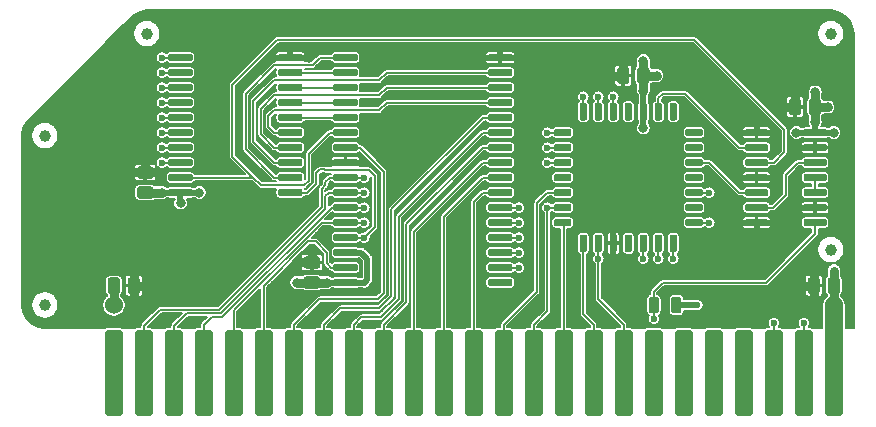
<source format=gtl>
G04 #@! TF.GenerationSoftware,KiCad,Pcbnew,(5.1.5-0-10_14)*
G04 #@! TF.CreationDate,2020-04-11T03:56:32-04:00*
G04 #@! TF.ProjectId,Voyager128,566f7961-6765-4723-9132-382e6b696361,rev?*
G04 #@! TF.SameCoordinates,Original*
G04 #@! TF.FileFunction,Copper,L1,Top*
G04 #@! TF.FilePolarity,Positive*
%FSLAX46Y46*%
G04 Gerber Fmt 4.6, Leading zero omitted, Abs format (unit mm)*
G04 Created by KiCad (PCBNEW (5.1.5-0-10_14)) date 2020-04-11 03:56:32*
%MOMM*%
%LPD*%
G04 APERTURE LIST*
%ADD10C,0.100000*%
%ADD11C,1.000000*%
%ADD12C,2.000000*%
%ADD13C,0.800000*%
%ADD14C,0.600000*%
%ADD15C,1.524000*%
%ADD16C,0.762000*%
%ADD17C,0.508000*%
%ADD18C,1.524000*%
%ADD19C,0.152400*%
G04 APERTURE END LIST*
G04 #@! TA.AperFunction,SMDPad,CuDef*
D10*
G36*
X137578345Y-131613835D02*
G01*
X137615329Y-131619321D01*
X137651598Y-131628406D01*
X137686802Y-131641002D01*
X137720602Y-131656988D01*
X137752672Y-131676210D01*
X137782704Y-131698483D01*
X137810408Y-131723592D01*
X137835517Y-131751296D01*
X137857790Y-131781328D01*
X137877012Y-131813398D01*
X137892998Y-131847198D01*
X137905594Y-131882402D01*
X137914679Y-131918671D01*
X137920165Y-131955655D01*
X137922000Y-131993000D01*
X137922000Y-138571000D01*
X137920165Y-138608345D01*
X137914679Y-138645329D01*
X137905594Y-138681598D01*
X137892998Y-138716802D01*
X137877012Y-138750602D01*
X137857790Y-138782672D01*
X137835517Y-138812704D01*
X137810408Y-138840408D01*
X137782704Y-138865517D01*
X137752672Y-138887790D01*
X137720602Y-138907012D01*
X137686802Y-138922998D01*
X137651598Y-138935594D01*
X137615329Y-138944679D01*
X137578345Y-138950165D01*
X137541000Y-138952000D01*
X136779000Y-138952000D01*
X136741655Y-138950165D01*
X136704671Y-138944679D01*
X136668402Y-138935594D01*
X136633198Y-138922998D01*
X136599398Y-138907012D01*
X136567328Y-138887790D01*
X136537296Y-138865517D01*
X136509592Y-138840408D01*
X136484483Y-138812704D01*
X136462210Y-138782672D01*
X136442988Y-138750602D01*
X136427002Y-138716802D01*
X136414406Y-138681598D01*
X136405321Y-138645329D01*
X136399835Y-138608345D01*
X136398000Y-138571000D01*
X136398000Y-131993000D01*
X136399835Y-131955655D01*
X136405321Y-131918671D01*
X136414406Y-131882402D01*
X136427002Y-131847198D01*
X136442988Y-131813398D01*
X136462210Y-131781328D01*
X136484483Y-131751296D01*
X136509592Y-131723592D01*
X136537296Y-131698483D01*
X136567328Y-131676210D01*
X136599398Y-131656988D01*
X136633198Y-131641002D01*
X136668402Y-131628406D01*
X136704671Y-131619321D01*
X136741655Y-131613835D01*
X136779000Y-131612000D01*
X137541000Y-131612000D01*
X137578345Y-131613835D01*
G37*
G04 #@! TD.AperFunction*
G04 #@! TA.AperFunction,SMDPad,CuDef*
G36*
X135038345Y-131613835D02*
G01*
X135075329Y-131619321D01*
X135111598Y-131628406D01*
X135146802Y-131641002D01*
X135180602Y-131656988D01*
X135212672Y-131676210D01*
X135242704Y-131698483D01*
X135270408Y-131723592D01*
X135295517Y-131751296D01*
X135317790Y-131781328D01*
X135337012Y-131813398D01*
X135352998Y-131847198D01*
X135365594Y-131882402D01*
X135374679Y-131918671D01*
X135380165Y-131955655D01*
X135382000Y-131993000D01*
X135382000Y-138571000D01*
X135380165Y-138608345D01*
X135374679Y-138645329D01*
X135365594Y-138681598D01*
X135352998Y-138716802D01*
X135337012Y-138750602D01*
X135317790Y-138782672D01*
X135295517Y-138812704D01*
X135270408Y-138840408D01*
X135242704Y-138865517D01*
X135212672Y-138887790D01*
X135180602Y-138907012D01*
X135146802Y-138922998D01*
X135111598Y-138935594D01*
X135075329Y-138944679D01*
X135038345Y-138950165D01*
X135001000Y-138952000D01*
X134239000Y-138952000D01*
X134201655Y-138950165D01*
X134164671Y-138944679D01*
X134128402Y-138935594D01*
X134093198Y-138922998D01*
X134059398Y-138907012D01*
X134027328Y-138887790D01*
X133997296Y-138865517D01*
X133969592Y-138840408D01*
X133944483Y-138812704D01*
X133922210Y-138782672D01*
X133902988Y-138750602D01*
X133887002Y-138716802D01*
X133874406Y-138681598D01*
X133865321Y-138645329D01*
X133859835Y-138608345D01*
X133858000Y-138571000D01*
X133858000Y-131993000D01*
X133859835Y-131955655D01*
X133865321Y-131918671D01*
X133874406Y-131882402D01*
X133887002Y-131847198D01*
X133902988Y-131813398D01*
X133922210Y-131781328D01*
X133944483Y-131751296D01*
X133969592Y-131723592D01*
X133997296Y-131698483D01*
X134027328Y-131676210D01*
X134059398Y-131656988D01*
X134093198Y-131641002D01*
X134128402Y-131628406D01*
X134164671Y-131619321D01*
X134201655Y-131613835D01*
X134239000Y-131612000D01*
X135001000Y-131612000D01*
X135038345Y-131613835D01*
G37*
G04 #@! TD.AperFunction*
G04 #@! TA.AperFunction,SMDPad,CuDef*
G36*
X132498345Y-131613835D02*
G01*
X132535329Y-131619321D01*
X132571598Y-131628406D01*
X132606802Y-131641002D01*
X132640602Y-131656988D01*
X132672672Y-131676210D01*
X132702704Y-131698483D01*
X132730408Y-131723592D01*
X132755517Y-131751296D01*
X132777790Y-131781328D01*
X132797012Y-131813398D01*
X132812998Y-131847198D01*
X132825594Y-131882402D01*
X132834679Y-131918671D01*
X132840165Y-131955655D01*
X132842000Y-131993000D01*
X132842000Y-138571000D01*
X132840165Y-138608345D01*
X132834679Y-138645329D01*
X132825594Y-138681598D01*
X132812998Y-138716802D01*
X132797012Y-138750602D01*
X132777790Y-138782672D01*
X132755517Y-138812704D01*
X132730408Y-138840408D01*
X132702704Y-138865517D01*
X132672672Y-138887790D01*
X132640602Y-138907012D01*
X132606802Y-138922998D01*
X132571598Y-138935594D01*
X132535329Y-138944679D01*
X132498345Y-138950165D01*
X132461000Y-138952000D01*
X131699000Y-138952000D01*
X131661655Y-138950165D01*
X131624671Y-138944679D01*
X131588402Y-138935594D01*
X131553198Y-138922998D01*
X131519398Y-138907012D01*
X131487328Y-138887790D01*
X131457296Y-138865517D01*
X131429592Y-138840408D01*
X131404483Y-138812704D01*
X131382210Y-138782672D01*
X131362988Y-138750602D01*
X131347002Y-138716802D01*
X131334406Y-138681598D01*
X131325321Y-138645329D01*
X131319835Y-138608345D01*
X131318000Y-138571000D01*
X131318000Y-131993000D01*
X131319835Y-131955655D01*
X131325321Y-131918671D01*
X131334406Y-131882402D01*
X131347002Y-131847198D01*
X131362988Y-131813398D01*
X131382210Y-131781328D01*
X131404483Y-131751296D01*
X131429592Y-131723592D01*
X131457296Y-131698483D01*
X131487328Y-131676210D01*
X131519398Y-131656988D01*
X131553198Y-131641002D01*
X131588402Y-131628406D01*
X131624671Y-131619321D01*
X131661655Y-131613835D01*
X131699000Y-131612000D01*
X132461000Y-131612000D01*
X132498345Y-131613835D01*
G37*
G04 #@! TD.AperFunction*
G04 #@! TA.AperFunction,SMDPad,CuDef*
G36*
X129958345Y-131613835D02*
G01*
X129995329Y-131619321D01*
X130031598Y-131628406D01*
X130066802Y-131641002D01*
X130100602Y-131656988D01*
X130132672Y-131676210D01*
X130162704Y-131698483D01*
X130190408Y-131723592D01*
X130215517Y-131751296D01*
X130237790Y-131781328D01*
X130257012Y-131813398D01*
X130272998Y-131847198D01*
X130285594Y-131882402D01*
X130294679Y-131918671D01*
X130300165Y-131955655D01*
X130302000Y-131993000D01*
X130302000Y-138571000D01*
X130300165Y-138608345D01*
X130294679Y-138645329D01*
X130285594Y-138681598D01*
X130272998Y-138716802D01*
X130257012Y-138750602D01*
X130237790Y-138782672D01*
X130215517Y-138812704D01*
X130190408Y-138840408D01*
X130162704Y-138865517D01*
X130132672Y-138887790D01*
X130100602Y-138907012D01*
X130066802Y-138922998D01*
X130031598Y-138935594D01*
X129995329Y-138944679D01*
X129958345Y-138950165D01*
X129921000Y-138952000D01*
X129159000Y-138952000D01*
X129121655Y-138950165D01*
X129084671Y-138944679D01*
X129048402Y-138935594D01*
X129013198Y-138922998D01*
X128979398Y-138907012D01*
X128947328Y-138887790D01*
X128917296Y-138865517D01*
X128889592Y-138840408D01*
X128864483Y-138812704D01*
X128842210Y-138782672D01*
X128822988Y-138750602D01*
X128807002Y-138716802D01*
X128794406Y-138681598D01*
X128785321Y-138645329D01*
X128779835Y-138608345D01*
X128778000Y-138571000D01*
X128778000Y-131993000D01*
X128779835Y-131955655D01*
X128785321Y-131918671D01*
X128794406Y-131882402D01*
X128807002Y-131847198D01*
X128822988Y-131813398D01*
X128842210Y-131781328D01*
X128864483Y-131751296D01*
X128889592Y-131723592D01*
X128917296Y-131698483D01*
X128947328Y-131676210D01*
X128979398Y-131656988D01*
X129013198Y-131641002D01*
X129048402Y-131628406D01*
X129084671Y-131619321D01*
X129121655Y-131613835D01*
X129159000Y-131612000D01*
X129921000Y-131612000D01*
X129958345Y-131613835D01*
G37*
G04 #@! TD.AperFunction*
G04 #@! TA.AperFunction,SMDPad,CuDef*
G36*
X127418345Y-131613835D02*
G01*
X127455329Y-131619321D01*
X127491598Y-131628406D01*
X127526802Y-131641002D01*
X127560602Y-131656988D01*
X127592672Y-131676210D01*
X127622704Y-131698483D01*
X127650408Y-131723592D01*
X127675517Y-131751296D01*
X127697790Y-131781328D01*
X127717012Y-131813398D01*
X127732998Y-131847198D01*
X127745594Y-131882402D01*
X127754679Y-131918671D01*
X127760165Y-131955655D01*
X127762000Y-131993000D01*
X127762000Y-138571000D01*
X127760165Y-138608345D01*
X127754679Y-138645329D01*
X127745594Y-138681598D01*
X127732998Y-138716802D01*
X127717012Y-138750602D01*
X127697790Y-138782672D01*
X127675517Y-138812704D01*
X127650408Y-138840408D01*
X127622704Y-138865517D01*
X127592672Y-138887790D01*
X127560602Y-138907012D01*
X127526802Y-138922998D01*
X127491598Y-138935594D01*
X127455329Y-138944679D01*
X127418345Y-138950165D01*
X127381000Y-138952000D01*
X126619000Y-138952000D01*
X126581655Y-138950165D01*
X126544671Y-138944679D01*
X126508402Y-138935594D01*
X126473198Y-138922998D01*
X126439398Y-138907012D01*
X126407328Y-138887790D01*
X126377296Y-138865517D01*
X126349592Y-138840408D01*
X126324483Y-138812704D01*
X126302210Y-138782672D01*
X126282988Y-138750602D01*
X126267002Y-138716802D01*
X126254406Y-138681598D01*
X126245321Y-138645329D01*
X126239835Y-138608345D01*
X126238000Y-138571000D01*
X126238000Y-131993000D01*
X126239835Y-131955655D01*
X126245321Y-131918671D01*
X126254406Y-131882402D01*
X126267002Y-131847198D01*
X126282988Y-131813398D01*
X126302210Y-131781328D01*
X126324483Y-131751296D01*
X126349592Y-131723592D01*
X126377296Y-131698483D01*
X126407328Y-131676210D01*
X126439398Y-131656988D01*
X126473198Y-131641002D01*
X126508402Y-131628406D01*
X126544671Y-131619321D01*
X126581655Y-131613835D01*
X126619000Y-131612000D01*
X127381000Y-131612000D01*
X127418345Y-131613835D01*
G37*
G04 #@! TD.AperFunction*
G04 #@! TA.AperFunction,SMDPad,CuDef*
G36*
X124878345Y-131613835D02*
G01*
X124915329Y-131619321D01*
X124951598Y-131628406D01*
X124986802Y-131641002D01*
X125020602Y-131656988D01*
X125052672Y-131676210D01*
X125082704Y-131698483D01*
X125110408Y-131723592D01*
X125135517Y-131751296D01*
X125157790Y-131781328D01*
X125177012Y-131813398D01*
X125192998Y-131847198D01*
X125205594Y-131882402D01*
X125214679Y-131918671D01*
X125220165Y-131955655D01*
X125222000Y-131993000D01*
X125222000Y-138571000D01*
X125220165Y-138608345D01*
X125214679Y-138645329D01*
X125205594Y-138681598D01*
X125192998Y-138716802D01*
X125177012Y-138750602D01*
X125157790Y-138782672D01*
X125135517Y-138812704D01*
X125110408Y-138840408D01*
X125082704Y-138865517D01*
X125052672Y-138887790D01*
X125020602Y-138907012D01*
X124986802Y-138922998D01*
X124951598Y-138935594D01*
X124915329Y-138944679D01*
X124878345Y-138950165D01*
X124841000Y-138952000D01*
X124079000Y-138952000D01*
X124041655Y-138950165D01*
X124004671Y-138944679D01*
X123968402Y-138935594D01*
X123933198Y-138922998D01*
X123899398Y-138907012D01*
X123867328Y-138887790D01*
X123837296Y-138865517D01*
X123809592Y-138840408D01*
X123784483Y-138812704D01*
X123762210Y-138782672D01*
X123742988Y-138750602D01*
X123727002Y-138716802D01*
X123714406Y-138681598D01*
X123705321Y-138645329D01*
X123699835Y-138608345D01*
X123698000Y-138571000D01*
X123698000Y-131993000D01*
X123699835Y-131955655D01*
X123705321Y-131918671D01*
X123714406Y-131882402D01*
X123727002Y-131847198D01*
X123742988Y-131813398D01*
X123762210Y-131781328D01*
X123784483Y-131751296D01*
X123809592Y-131723592D01*
X123837296Y-131698483D01*
X123867328Y-131676210D01*
X123899398Y-131656988D01*
X123933198Y-131641002D01*
X123968402Y-131628406D01*
X124004671Y-131619321D01*
X124041655Y-131613835D01*
X124079000Y-131612000D01*
X124841000Y-131612000D01*
X124878345Y-131613835D01*
G37*
G04 #@! TD.AperFunction*
G04 #@! TA.AperFunction,SMDPad,CuDef*
G36*
X122338345Y-131613835D02*
G01*
X122375329Y-131619321D01*
X122411598Y-131628406D01*
X122446802Y-131641002D01*
X122480602Y-131656988D01*
X122512672Y-131676210D01*
X122542704Y-131698483D01*
X122570408Y-131723592D01*
X122595517Y-131751296D01*
X122617790Y-131781328D01*
X122637012Y-131813398D01*
X122652998Y-131847198D01*
X122665594Y-131882402D01*
X122674679Y-131918671D01*
X122680165Y-131955655D01*
X122682000Y-131993000D01*
X122682000Y-138571000D01*
X122680165Y-138608345D01*
X122674679Y-138645329D01*
X122665594Y-138681598D01*
X122652998Y-138716802D01*
X122637012Y-138750602D01*
X122617790Y-138782672D01*
X122595517Y-138812704D01*
X122570408Y-138840408D01*
X122542704Y-138865517D01*
X122512672Y-138887790D01*
X122480602Y-138907012D01*
X122446802Y-138922998D01*
X122411598Y-138935594D01*
X122375329Y-138944679D01*
X122338345Y-138950165D01*
X122301000Y-138952000D01*
X121539000Y-138952000D01*
X121501655Y-138950165D01*
X121464671Y-138944679D01*
X121428402Y-138935594D01*
X121393198Y-138922998D01*
X121359398Y-138907012D01*
X121327328Y-138887790D01*
X121297296Y-138865517D01*
X121269592Y-138840408D01*
X121244483Y-138812704D01*
X121222210Y-138782672D01*
X121202988Y-138750602D01*
X121187002Y-138716802D01*
X121174406Y-138681598D01*
X121165321Y-138645329D01*
X121159835Y-138608345D01*
X121158000Y-138571000D01*
X121158000Y-131993000D01*
X121159835Y-131955655D01*
X121165321Y-131918671D01*
X121174406Y-131882402D01*
X121187002Y-131847198D01*
X121202988Y-131813398D01*
X121222210Y-131781328D01*
X121244483Y-131751296D01*
X121269592Y-131723592D01*
X121297296Y-131698483D01*
X121327328Y-131676210D01*
X121359398Y-131656988D01*
X121393198Y-131641002D01*
X121428402Y-131628406D01*
X121464671Y-131619321D01*
X121501655Y-131613835D01*
X121539000Y-131612000D01*
X122301000Y-131612000D01*
X122338345Y-131613835D01*
G37*
G04 #@! TD.AperFunction*
G04 #@! TA.AperFunction,SMDPad,CuDef*
G36*
X119798345Y-131613835D02*
G01*
X119835329Y-131619321D01*
X119871598Y-131628406D01*
X119906802Y-131641002D01*
X119940602Y-131656988D01*
X119972672Y-131676210D01*
X120002704Y-131698483D01*
X120030408Y-131723592D01*
X120055517Y-131751296D01*
X120077790Y-131781328D01*
X120097012Y-131813398D01*
X120112998Y-131847198D01*
X120125594Y-131882402D01*
X120134679Y-131918671D01*
X120140165Y-131955655D01*
X120142000Y-131993000D01*
X120142000Y-138571000D01*
X120140165Y-138608345D01*
X120134679Y-138645329D01*
X120125594Y-138681598D01*
X120112998Y-138716802D01*
X120097012Y-138750602D01*
X120077790Y-138782672D01*
X120055517Y-138812704D01*
X120030408Y-138840408D01*
X120002704Y-138865517D01*
X119972672Y-138887790D01*
X119940602Y-138907012D01*
X119906802Y-138922998D01*
X119871598Y-138935594D01*
X119835329Y-138944679D01*
X119798345Y-138950165D01*
X119761000Y-138952000D01*
X118999000Y-138952000D01*
X118961655Y-138950165D01*
X118924671Y-138944679D01*
X118888402Y-138935594D01*
X118853198Y-138922998D01*
X118819398Y-138907012D01*
X118787328Y-138887790D01*
X118757296Y-138865517D01*
X118729592Y-138840408D01*
X118704483Y-138812704D01*
X118682210Y-138782672D01*
X118662988Y-138750602D01*
X118647002Y-138716802D01*
X118634406Y-138681598D01*
X118625321Y-138645329D01*
X118619835Y-138608345D01*
X118618000Y-138571000D01*
X118618000Y-131993000D01*
X118619835Y-131955655D01*
X118625321Y-131918671D01*
X118634406Y-131882402D01*
X118647002Y-131847198D01*
X118662988Y-131813398D01*
X118682210Y-131781328D01*
X118704483Y-131751296D01*
X118729592Y-131723592D01*
X118757296Y-131698483D01*
X118787328Y-131676210D01*
X118819398Y-131656988D01*
X118853198Y-131641002D01*
X118888402Y-131628406D01*
X118924671Y-131619321D01*
X118961655Y-131613835D01*
X118999000Y-131612000D01*
X119761000Y-131612000D01*
X119798345Y-131613835D01*
G37*
G04 #@! TD.AperFunction*
G04 #@! TA.AperFunction,SMDPad,CuDef*
G36*
X117258345Y-131613835D02*
G01*
X117295329Y-131619321D01*
X117331598Y-131628406D01*
X117366802Y-131641002D01*
X117400602Y-131656988D01*
X117432672Y-131676210D01*
X117462704Y-131698483D01*
X117490408Y-131723592D01*
X117515517Y-131751296D01*
X117537790Y-131781328D01*
X117557012Y-131813398D01*
X117572998Y-131847198D01*
X117585594Y-131882402D01*
X117594679Y-131918671D01*
X117600165Y-131955655D01*
X117602000Y-131993000D01*
X117602000Y-138571000D01*
X117600165Y-138608345D01*
X117594679Y-138645329D01*
X117585594Y-138681598D01*
X117572998Y-138716802D01*
X117557012Y-138750602D01*
X117537790Y-138782672D01*
X117515517Y-138812704D01*
X117490408Y-138840408D01*
X117462704Y-138865517D01*
X117432672Y-138887790D01*
X117400602Y-138907012D01*
X117366802Y-138922998D01*
X117331598Y-138935594D01*
X117295329Y-138944679D01*
X117258345Y-138950165D01*
X117221000Y-138952000D01*
X116459000Y-138952000D01*
X116421655Y-138950165D01*
X116384671Y-138944679D01*
X116348402Y-138935594D01*
X116313198Y-138922998D01*
X116279398Y-138907012D01*
X116247328Y-138887790D01*
X116217296Y-138865517D01*
X116189592Y-138840408D01*
X116164483Y-138812704D01*
X116142210Y-138782672D01*
X116122988Y-138750602D01*
X116107002Y-138716802D01*
X116094406Y-138681598D01*
X116085321Y-138645329D01*
X116079835Y-138608345D01*
X116078000Y-138571000D01*
X116078000Y-131993000D01*
X116079835Y-131955655D01*
X116085321Y-131918671D01*
X116094406Y-131882402D01*
X116107002Y-131847198D01*
X116122988Y-131813398D01*
X116142210Y-131781328D01*
X116164483Y-131751296D01*
X116189592Y-131723592D01*
X116217296Y-131698483D01*
X116247328Y-131676210D01*
X116279398Y-131656988D01*
X116313198Y-131641002D01*
X116348402Y-131628406D01*
X116384671Y-131619321D01*
X116421655Y-131613835D01*
X116459000Y-131612000D01*
X117221000Y-131612000D01*
X117258345Y-131613835D01*
G37*
G04 #@! TD.AperFunction*
G04 #@! TA.AperFunction,SMDPad,CuDef*
G36*
X114718345Y-131613835D02*
G01*
X114755329Y-131619321D01*
X114791598Y-131628406D01*
X114826802Y-131641002D01*
X114860602Y-131656988D01*
X114892672Y-131676210D01*
X114922704Y-131698483D01*
X114950408Y-131723592D01*
X114975517Y-131751296D01*
X114997790Y-131781328D01*
X115017012Y-131813398D01*
X115032998Y-131847198D01*
X115045594Y-131882402D01*
X115054679Y-131918671D01*
X115060165Y-131955655D01*
X115062000Y-131993000D01*
X115062000Y-138571000D01*
X115060165Y-138608345D01*
X115054679Y-138645329D01*
X115045594Y-138681598D01*
X115032998Y-138716802D01*
X115017012Y-138750602D01*
X114997790Y-138782672D01*
X114975517Y-138812704D01*
X114950408Y-138840408D01*
X114922704Y-138865517D01*
X114892672Y-138887790D01*
X114860602Y-138907012D01*
X114826802Y-138922998D01*
X114791598Y-138935594D01*
X114755329Y-138944679D01*
X114718345Y-138950165D01*
X114681000Y-138952000D01*
X113919000Y-138952000D01*
X113881655Y-138950165D01*
X113844671Y-138944679D01*
X113808402Y-138935594D01*
X113773198Y-138922998D01*
X113739398Y-138907012D01*
X113707328Y-138887790D01*
X113677296Y-138865517D01*
X113649592Y-138840408D01*
X113624483Y-138812704D01*
X113602210Y-138782672D01*
X113582988Y-138750602D01*
X113567002Y-138716802D01*
X113554406Y-138681598D01*
X113545321Y-138645329D01*
X113539835Y-138608345D01*
X113538000Y-138571000D01*
X113538000Y-131993000D01*
X113539835Y-131955655D01*
X113545321Y-131918671D01*
X113554406Y-131882402D01*
X113567002Y-131847198D01*
X113582988Y-131813398D01*
X113602210Y-131781328D01*
X113624483Y-131751296D01*
X113649592Y-131723592D01*
X113677296Y-131698483D01*
X113707328Y-131676210D01*
X113739398Y-131656988D01*
X113773198Y-131641002D01*
X113808402Y-131628406D01*
X113844671Y-131619321D01*
X113881655Y-131613835D01*
X113919000Y-131612000D01*
X114681000Y-131612000D01*
X114718345Y-131613835D01*
G37*
G04 #@! TD.AperFunction*
G04 #@! TA.AperFunction,SMDPad,CuDef*
G36*
X112178345Y-131613835D02*
G01*
X112215329Y-131619321D01*
X112251598Y-131628406D01*
X112286802Y-131641002D01*
X112320602Y-131656988D01*
X112352672Y-131676210D01*
X112382704Y-131698483D01*
X112410408Y-131723592D01*
X112435517Y-131751296D01*
X112457790Y-131781328D01*
X112477012Y-131813398D01*
X112492998Y-131847198D01*
X112505594Y-131882402D01*
X112514679Y-131918671D01*
X112520165Y-131955655D01*
X112522000Y-131993000D01*
X112522000Y-138571000D01*
X112520165Y-138608345D01*
X112514679Y-138645329D01*
X112505594Y-138681598D01*
X112492998Y-138716802D01*
X112477012Y-138750602D01*
X112457790Y-138782672D01*
X112435517Y-138812704D01*
X112410408Y-138840408D01*
X112382704Y-138865517D01*
X112352672Y-138887790D01*
X112320602Y-138907012D01*
X112286802Y-138922998D01*
X112251598Y-138935594D01*
X112215329Y-138944679D01*
X112178345Y-138950165D01*
X112141000Y-138952000D01*
X111379000Y-138952000D01*
X111341655Y-138950165D01*
X111304671Y-138944679D01*
X111268402Y-138935594D01*
X111233198Y-138922998D01*
X111199398Y-138907012D01*
X111167328Y-138887790D01*
X111137296Y-138865517D01*
X111109592Y-138840408D01*
X111084483Y-138812704D01*
X111062210Y-138782672D01*
X111042988Y-138750602D01*
X111027002Y-138716802D01*
X111014406Y-138681598D01*
X111005321Y-138645329D01*
X110999835Y-138608345D01*
X110998000Y-138571000D01*
X110998000Y-131993000D01*
X110999835Y-131955655D01*
X111005321Y-131918671D01*
X111014406Y-131882402D01*
X111027002Y-131847198D01*
X111042988Y-131813398D01*
X111062210Y-131781328D01*
X111084483Y-131751296D01*
X111109592Y-131723592D01*
X111137296Y-131698483D01*
X111167328Y-131676210D01*
X111199398Y-131656988D01*
X111233198Y-131641002D01*
X111268402Y-131628406D01*
X111304671Y-131619321D01*
X111341655Y-131613835D01*
X111379000Y-131612000D01*
X112141000Y-131612000D01*
X112178345Y-131613835D01*
G37*
G04 #@! TD.AperFunction*
G04 #@! TA.AperFunction,SMDPad,CuDef*
G36*
X109638345Y-131613835D02*
G01*
X109675329Y-131619321D01*
X109711598Y-131628406D01*
X109746802Y-131641002D01*
X109780602Y-131656988D01*
X109812672Y-131676210D01*
X109842704Y-131698483D01*
X109870408Y-131723592D01*
X109895517Y-131751296D01*
X109917790Y-131781328D01*
X109937012Y-131813398D01*
X109952998Y-131847198D01*
X109965594Y-131882402D01*
X109974679Y-131918671D01*
X109980165Y-131955655D01*
X109982000Y-131993000D01*
X109982000Y-138571000D01*
X109980165Y-138608345D01*
X109974679Y-138645329D01*
X109965594Y-138681598D01*
X109952998Y-138716802D01*
X109937012Y-138750602D01*
X109917790Y-138782672D01*
X109895517Y-138812704D01*
X109870408Y-138840408D01*
X109842704Y-138865517D01*
X109812672Y-138887790D01*
X109780602Y-138907012D01*
X109746802Y-138922998D01*
X109711598Y-138935594D01*
X109675329Y-138944679D01*
X109638345Y-138950165D01*
X109601000Y-138952000D01*
X108839000Y-138952000D01*
X108801655Y-138950165D01*
X108764671Y-138944679D01*
X108728402Y-138935594D01*
X108693198Y-138922998D01*
X108659398Y-138907012D01*
X108627328Y-138887790D01*
X108597296Y-138865517D01*
X108569592Y-138840408D01*
X108544483Y-138812704D01*
X108522210Y-138782672D01*
X108502988Y-138750602D01*
X108487002Y-138716802D01*
X108474406Y-138681598D01*
X108465321Y-138645329D01*
X108459835Y-138608345D01*
X108458000Y-138571000D01*
X108458000Y-131993000D01*
X108459835Y-131955655D01*
X108465321Y-131918671D01*
X108474406Y-131882402D01*
X108487002Y-131847198D01*
X108502988Y-131813398D01*
X108522210Y-131781328D01*
X108544483Y-131751296D01*
X108569592Y-131723592D01*
X108597296Y-131698483D01*
X108627328Y-131676210D01*
X108659398Y-131656988D01*
X108693198Y-131641002D01*
X108728402Y-131628406D01*
X108764671Y-131619321D01*
X108801655Y-131613835D01*
X108839000Y-131612000D01*
X109601000Y-131612000D01*
X109638345Y-131613835D01*
G37*
G04 #@! TD.AperFunction*
G04 #@! TA.AperFunction,SMDPad,CuDef*
G36*
X107098345Y-131613835D02*
G01*
X107135329Y-131619321D01*
X107171598Y-131628406D01*
X107206802Y-131641002D01*
X107240602Y-131656988D01*
X107272672Y-131676210D01*
X107302704Y-131698483D01*
X107330408Y-131723592D01*
X107355517Y-131751296D01*
X107377790Y-131781328D01*
X107397012Y-131813398D01*
X107412998Y-131847198D01*
X107425594Y-131882402D01*
X107434679Y-131918671D01*
X107440165Y-131955655D01*
X107442000Y-131993000D01*
X107442000Y-138571000D01*
X107440165Y-138608345D01*
X107434679Y-138645329D01*
X107425594Y-138681598D01*
X107412998Y-138716802D01*
X107397012Y-138750602D01*
X107377790Y-138782672D01*
X107355517Y-138812704D01*
X107330408Y-138840408D01*
X107302704Y-138865517D01*
X107272672Y-138887790D01*
X107240602Y-138907012D01*
X107206802Y-138922998D01*
X107171598Y-138935594D01*
X107135329Y-138944679D01*
X107098345Y-138950165D01*
X107061000Y-138952000D01*
X106299000Y-138952000D01*
X106261655Y-138950165D01*
X106224671Y-138944679D01*
X106188402Y-138935594D01*
X106153198Y-138922998D01*
X106119398Y-138907012D01*
X106087328Y-138887790D01*
X106057296Y-138865517D01*
X106029592Y-138840408D01*
X106004483Y-138812704D01*
X105982210Y-138782672D01*
X105962988Y-138750602D01*
X105947002Y-138716802D01*
X105934406Y-138681598D01*
X105925321Y-138645329D01*
X105919835Y-138608345D01*
X105918000Y-138571000D01*
X105918000Y-131993000D01*
X105919835Y-131955655D01*
X105925321Y-131918671D01*
X105934406Y-131882402D01*
X105947002Y-131847198D01*
X105962988Y-131813398D01*
X105982210Y-131781328D01*
X106004483Y-131751296D01*
X106029592Y-131723592D01*
X106057296Y-131698483D01*
X106087328Y-131676210D01*
X106119398Y-131656988D01*
X106153198Y-131641002D01*
X106188402Y-131628406D01*
X106224671Y-131619321D01*
X106261655Y-131613835D01*
X106299000Y-131612000D01*
X107061000Y-131612000D01*
X107098345Y-131613835D01*
G37*
G04 #@! TD.AperFunction*
G04 #@! TA.AperFunction,SMDPad,CuDef*
G36*
X104558345Y-131613835D02*
G01*
X104595329Y-131619321D01*
X104631598Y-131628406D01*
X104666802Y-131641002D01*
X104700602Y-131656988D01*
X104732672Y-131676210D01*
X104762704Y-131698483D01*
X104790408Y-131723592D01*
X104815517Y-131751296D01*
X104837790Y-131781328D01*
X104857012Y-131813398D01*
X104872998Y-131847198D01*
X104885594Y-131882402D01*
X104894679Y-131918671D01*
X104900165Y-131955655D01*
X104902000Y-131993000D01*
X104902000Y-138571000D01*
X104900165Y-138608345D01*
X104894679Y-138645329D01*
X104885594Y-138681598D01*
X104872998Y-138716802D01*
X104857012Y-138750602D01*
X104837790Y-138782672D01*
X104815517Y-138812704D01*
X104790408Y-138840408D01*
X104762704Y-138865517D01*
X104732672Y-138887790D01*
X104700602Y-138907012D01*
X104666802Y-138922998D01*
X104631598Y-138935594D01*
X104595329Y-138944679D01*
X104558345Y-138950165D01*
X104521000Y-138952000D01*
X103759000Y-138952000D01*
X103721655Y-138950165D01*
X103684671Y-138944679D01*
X103648402Y-138935594D01*
X103613198Y-138922998D01*
X103579398Y-138907012D01*
X103547328Y-138887790D01*
X103517296Y-138865517D01*
X103489592Y-138840408D01*
X103464483Y-138812704D01*
X103442210Y-138782672D01*
X103422988Y-138750602D01*
X103407002Y-138716802D01*
X103394406Y-138681598D01*
X103385321Y-138645329D01*
X103379835Y-138608345D01*
X103378000Y-138571000D01*
X103378000Y-131993000D01*
X103379835Y-131955655D01*
X103385321Y-131918671D01*
X103394406Y-131882402D01*
X103407002Y-131847198D01*
X103422988Y-131813398D01*
X103442210Y-131781328D01*
X103464483Y-131751296D01*
X103489592Y-131723592D01*
X103517296Y-131698483D01*
X103547328Y-131676210D01*
X103579398Y-131656988D01*
X103613198Y-131641002D01*
X103648402Y-131628406D01*
X103684671Y-131619321D01*
X103721655Y-131613835D01*
X103759000Y-131612000D01*
X104521000Y-131612000D01*
X104558345Y-131613835D01*
G37*
G04 #@! TD.AperFunction*
G04 #@! TA.AperFunction,SMDPad,CuDef*
G36*
X102018345Y-131613835D02*
G01*
X102055329Y-131619321D01*
X102091598Y-131628406D01*
X102126802Y-131641002D01*
X102160602Y-131656988D01*
X102192672Y-131676210D01*
X102222704Y-131698483D01*
X102250408Y-131723592D01*
X102275517Y-131751296D01*
X102297790Y-131781328D01*
X102317012Y-131813398D01*
X102332998Y-131847198D01*
X102345594Y-131882402D01*
X102354679Y-131918671D01*
X102360165Y-131955655D01*
X102362000Y-131993000D01*
X102362000Y-138571000D01*
X102360165Y-138608345D01*
X102354679Y-138645329D01*
X102345594Y-138681598D01*
X102332998Y-138716802D01*
X102317012Y-138750602D01*
X102297790Y-138782672D01*
X102275517Y-138812704D01*
X102250408Y-138840408D01*
X102222704Y-138865517D01*
X102192672Y-138887790D01*
X102160602Y-138907012D01*
X102126802Y-138922998D01*
X102091598Y-138935594D01*
X102055329Y-138944679D01*
X102018345Y-138950165D01*
X101981000Y-138952000D01*
X101219000Y-138952000D01*
X101181655Y-138950165D01*
X101144671Y-138944679D01*
X101108402Y-138935594D01*
X101073198Y-138922998D01*
X101039398Y-138907012D01*
X101007328Y-138887790D01*
X100977296Y-138865517D01*
X100949592Y-138840408D01*
X100924483Y-138812704D01*
X100902210Y-138782672D01*
X100882988Y-138750602D01*
X100867002Y-138716802D01*
X100854406Y-138681598D01*
X100845321Y-138645329D01*
X100839835Y-138608345D01*
X100838000Y-138571000D01*
X100838000Y-131993000D01*
X100839835Y-131955655D01*
X100845321Y-131918671D01*
X100854406Y-131882402D01*
X100867002Y-131847198D01*
X100882988Y-131813398D01*
X100902210Y-131781328D01*
X100924483Y-131751296D01*
X100949592Y-131723592D01*
X100977296Y-131698483D01*
X101007328Y-131676210D01*
X101039398Y-131656988D01*
X101073198Y-131641002D01*
X101108402Y-131628406D01*
X101144671Y-131619321D01*
X101181655Y-131613835D01*
X101219000Y-131612000D01*
X101981000Y-131612000D01*
X102018345Y-131613835D01*
G37*
G04 #@! TD.AperFunction*
G04 #@! TA.AperFunction,SMDPad,CuDef*
G36*
X99478345Y-131613835D02*
G01*
X99515329Y-131619321D01*
X99551598Y-131628406D01*
X99586802Y-131641002D01*
X99620602Y-131656988D01*
X99652672Y-131676210D01*
X99682704Y-131698483D01*
X99710408Y-131723592D01*
X99735517Y-131751296D01*
X99757790Y-131781328D01*
X99777012Y-131813398D01*
X99792998Y-131847198D01*
X99805594Y-131882402D01*
X99814679Y-131918671D01*
X99820165Y-131955655D01*
X99822000Y-131993000D01*
X99822000Y-138571000D01*
X99820165Y-138608345D01*
X99814679Y-138645329D01*
X99805594Y-138681598D01*
X99792998Y-138716802D01*
X99777012Y-138750602D01*
X99757790Y-138782672D01*
X99735517Y-138812704D01*
X99710408Y-138840408D01*
X99682704Y-138865517D01*
X99652672Y-138887790D01*
X99620602Y-138907012D01*
X99586802Y-138922998D01*
X99551598Y-138935594D01*
X99515329Y-138944679D01*
X99478345Y-138950165D01*
X99441000Y-138952000D01*
X98679000Y-138952000D01*
X98641655Y-138950165D01*
X98604671Y-138944679D01*
X98568402Y-138935594D01*
X98533198Y-138922998D01*
X98499398Y-138907012D01*
X98467328Y-138887790D01*
X98437296Y-138865517D01*
X98409592Y-138840408D01*
X98384483Y-138812704D01*
X98362210Y-138782672D01*
X98342988Y-138750602D01*
X98327002Y-138716802D01*
X98314406Y-138681598D01*
X98305321Y-138645329D01*
X98299835Y-138608345D01*
X98298000Y-138571000D01*
X98298000Y-131993000D01*
X98299835Y-131955655D01*
X98305321Y-131918671D01*
X98314406Y-131882402D01*
X98327002Y-131847198D01*
X98342988Y-131813398D01*
X98362210Y-131781328D01*
X98384483Y-131751296D01*
X98409592Y-131723592D01*
X98437296Y-131698483D01*
X98467328Y-131676210D01*
X98499398Y-131656988D01*
X98533198Y-131641002D01*
X98568402Y-131628406D01*
X98604671Y-131619321D01*
X98641655Y-131613835D01*
X98679000Y-131612000D01*
X99441000Y-131612000D01*
X99478345Y-131613835D01*
G37*
G04 #@! TD.AperFunction*
G04 #@! TA.AperFunction,SMDPad,CuDef*
G36*
X96938345Y-131613835D02*
G01*
X96975329Y-131619321D01*
X97011598Y-131628406D01*
X97046802Y-131641002D01*
X97080602Y-131656988D01*
X97112672Y-131676210D01*
X97142704Y-131698483D01*
X97170408Y-131723592D01*
X97195517Y-131751296D01*
X97217790Y-131781328D01*
X97237012Y-131813398D01*
X97252998Y-131847198D01*
X97265594Y-131882402D01*
X97274679Y-131918671D01*
X97280165Y-131955655D01*
X97282000Y-131993000D01*
X97282000Y-138571000D01*
X97280165Y-138608345D01*
X97274679Y-138645329D01*
X97265594Y-138681598D01*
X97252998Y-138716802D01*
X97237012Y-138750602D01*
X97217790Y-138782672D01*
X97195517Y-138812704D01*
X97170408Y-138840408D01*
X97142704Y-138865517D01*
X97112672Y-138887790D01*
X97080602Y-138907012D01*
X97046802Y-138922998D01*
X97011598Y-138935594D01*
X96975329Y-138944679D01*
X96938345Y-138950165D01*
X96901000Y-138952000D01*
X96139000Y-138952000D01*
X96101655Y-138950165D01*
X96064671Y-138944679D01*
X96028402Y-138935594D01*
X95993198Y-138922998D01*
X95959398Y-138907012D01*
X95927328Y-138887790D01*
X95897296Y-138865517D01*
X95869592Y-138840408D01*
X95844483Y-138812704D01*
X95822210Y-138782672D01*
X95802988Y-138750602D01*
X95787002Y-138716802D01*
X95774406Y-138681598D01*
X95765321Y-138645329D01*
X95759835Y-138608345D01*
X95758000Y-138571000D01*
X95758000Y-131993000D01*
X95759835Y-131955655D01*
X95765321Y-131918671D01*
X95774406Y-131882402D01*
X95787002Y-131847198D01*
X95802988Y-131813398D01*
X95822210Y-131781328D01*
X95844483Y-131751296D01*
X95869592Y-131723592D01*
X95897296Y-131698483D01*
X95927328Y-131676210D01*
X95959398Y-131656988D01*
X95993198Y-131641002D01*
X96028402Y-131628406D01*
X96064671Y-131619321D01*
X96101655Y-131613835D01*
X96139000Y-131612000D01*
X96901000Y-131612000D01*
X96938345Y-131613835D01*
G37*
G04 #@! TD.AperFunction*
G04 #@! TA.AperFunction,SMDPad,CuDef*
G36*
X94398345Y-131613835D02*
G01*
X94435329Y-131619321D01*
X94471598Y-131628406D01*
X94506802Y-131641002D01*
X94540602Y-131656988D01*
X94572672Y-131676210D01*
X94602704Y-131698483D01*
X94630408Y-131723592D01*
X94655517Y-131751296D01*
X94677790Y-131781328D01*
X94697012Y-131813398D01*
X94712998Y-131847198D01*
X94725594Y-131882402D01*
X94734679Y-131918671D01*
X94740165Y-131955655D01*
X94742000Y-131993000D01*
X94742000Y-138571000D01*
X94740165Y-138608345D01*
X94734679Y-138645329D01*
X94725594Y-138681598D01*
X94712998Y-138716802D01*
X94697012Y-138750602D01*
X94677790Y-138782672D01*
X94655517Y-138812704D01*
X94630408Y-138840408D01*
X94602704Y-138865517D01*
X94572672Y-138887790D01*
X94540602Y-138907012D01*
X94506802Y-138922998D01*
X94471598Y-138935594D01*
X94435329Y-138944679D01*
X94398345Y-138950165D01*
X94361000Y-138952000D01*
X93599000Y-138952000D01*
X93561655Y-138950165D01*
X93524671Y-138944679D01*
X93488402Y-138935594D01*
X93453198Y-138922998D01*
X93419398Y-138907012D01*
X93387328Y-138887790D01*
X93357296Y-138865517D01*
X93329592Y-138840408D01*
X93304483Y-138812704D01*
X93282210Y-138782672D01*
X93262988Y-138750602D01*
X93247002Y-138716802D01*
X93234406Y-138681598D01*
X93225321Y-138645329D01*
X93219835Y-138608345D01*
X93218000Y-138571000D01*
X93218000Y-131993000D01*
X93219835Y-131955655D01*
X93225321Y-131918671D01*
X93234406Y-131882402D01*
X93247002Y-131847198D01*
X93262988Y-131813398D01*
X93282210Y-131781328D01*
X93304483Y-131751296D01*
X93329592Y-131723592D01*
X93357296Y-131698483D01*
X93387328Y-131676210D01*
X93419398Y-131656988D01*
X93453198Y-131641002D01*
X93488402Y-131628406D01*
X93524671Y-131619321D01*
X93561655Y-131613835D01*
X93599000Y-131612000D01*
X94361000Y-131612000D01*
X94398345Y-131613835D01*
G37*
G04 #@! TD.AperFunction*
G04 #@! TA.AperFunction,SMDPad,CuDef*
G36*
X91858345Y-131613835D02*
G01*
X91895329Y-131619321D01*
X91931598Y-131628406D01*
X91966802Y-131641002D01*
X92000602Y-131656988D01*
X92032672Y-131676210D01*
X92062704Y-131698483D01*
X92090408Y-131723592D01*
X92115517Y-131751296D01*
X92137790Y-131781328D01*
X92157012Y-131813398D01*
X92172998Y-131847198D01*
X92185594Y-131882402D01*
X92194679Y-131918671D01*
X92200165Y-131955655D01*
X92202000Y-131993000D01*
X92202000Y-138571000D01*
X92200165Y-138608345D01*
X92194679Y-138645329D01*
X92185594Y-138681598D01*
X92172998Y-138716802D01*
X92157012Y-138750602D01*
X92137790Y-138782672D01*
X92115517Y-138812704D01*
X92090408Y-138840408D01*
X92062704Y-138865517D01*
X92032672Y-138887790D01*
X92000602Y-138907012D01*
X91966802Y-138922998D01*
X91931598Y-138935594D01*
X91895329Y-138944679D01*
X91858345Y-138950165D01*
X91821000Y-138952000D01*
X91059000Y-138952000D01*
X91021655Y-138950165D01*
X90984671Y-138944679D01*
X90948402Y-138935594D01*
X90913198Y-138922998D01*
X90879398Y-138907012D01*
X90847328Y-138887790D01*
X90817296Y-138865517D01*
X90789592Y-138840408D01*
X90764483Y-138812704D01*
X90742210Y-138782672D01*
X90722988Y-138750602D01*
X90707002Y-138716802D01*
X90694406Y-138681598D01*
X90685321Y-138645329D01*
X90679835Y-138608345D01*
X90678000Y-138571000D01*
X90678000Y-131993000D01*
X90679835Y-131955655D01*
X90685321Y-131918671D01*
X90694406Y-131882402D01*
X90707002Y-131847198D01*
X90722988Y-131813398D01*
X90742210Y-131781328D01*
X90764483Y-131751296D01*
X90789592Y-131723592D01*
X90817296Y-131698483D01*
X90847328Y-131676210D01*
X90879398Y-131656988D01*
X90913198Y-131641002D01*
X90948402Y-131628406D01*
X90984671Y-131619321D01*
X91021655Y-131613835D01*
X91059000Y-131612000D01*
X91821000Y-131612000D01*
X91858345Y-131613835D01*
G37*
G04 #@! TD.AperFunction*
G04 #@! TA.AperFunction,SMDPad,CuDef*
G36*
X89318345Y-131613835D02*
G01*
X89355329Y-131619321D01*
X89391598Y-131628406D01*
X89426802Y-131641002D01*
X89460602Y-131656988D01*
X89492672Y-131676210D01*
X89522704Y-131698483D01*
X89550408Y-131723592D01*
X89575517Y-131751296D01*
X89597790Y-131781328D01*
X89617012Y-131813398D01*
X89632998Y-131847198D01*
X89645594Y-131882402D01*
X89654679Y-131918671D01*
X89660165Y-131955655D01*
X89662000Y-131993000D01*
X89662000Y-138571000D01*
X89660165Y-138608345D01*
X89654679Y-138645329D01*
X89645594Y-138681598D01*
X89632998Y-138716802D01*
X89617012Y-138750602D01*
X89597790Y-138782672D01*
X89575517Y-138812704D01*
X89550408Y-138840408D01*
X89522704Y-138865517D01*
X89492672Y-138887790D01*
X89460602Y-138907012D01*
X89426802Y-138922998D01*
X89391598Y-138935594D01*
X89355329Y-138944679D01*
X89318345Y-138950165D01*
X89281000Y-138952000D01*
X88519000Y-138952000D01*
X88481655Y-138950165D01*
X88444671Y-138944679D01*
X88408402Y-138935594D01*
X88373198Y-138922998D01*
X88339398Y-138907012D01*
X88307328Y-138887790D01*
X88277296Y-138865517D01*
X88249592Y-138840408D01*
X88224483Y-138812704D01*
X88202210Y-138782672D01*
X88182988Y-138750602D01*
X88167002Y-138716802D01*
X88154406Y-138681598D01*
X88145321Y-138645329D01*
X88139835Y-138608345D01*
X88138000Y-138571000D01*
X88138000Y-131993000D01*
X88139835Y-131955655D01*
X88145321Y-131918671D01*
X88154406Y-131882402D01*
X88167002Y-131847198D01*
X88182988Y-131813398D01*
X88202210Y-131781328D01*
X88224483Y-131751296D01*
X88249592Y-131723592D01*
X88277296Y-131698483D01*
X88307328Y-131676210D01*
X88339398Y-131656988D01*
X88373198Y-131641002D01*
X88408402Y-131628406D01*
X88444671Y-131619321D01*
X88481655Y-131613835D01*
X88519000Y-131612000D01*
X89281000Y-131612000D01*
X89318345Y-131613835D01*
G37*
G04 #@! TD.AperFunction*
G04 #@! TA.AperFunction,SMDPad,CuDef*
G36*
X86778345Y-131613835D02*
G01*
X86815329Y-131619321D01*
X86851598Y-131628406D01*
X86886802Y-131641002D01*
X86920602Y-131656988D01*
X86952672Y-131676210D01*
X86982704Y-131698483D01*
X87010408Y-131723592D01*
X87035517Y-131751296D01*
X87057790Y-131781328D01*
X87077012Y-131813398D01*
X87092998Y-131847198D01*
X87105594Y-131882402D01*
X87114679Y-131918671D01*
X87120165Y-131955655D01*
X87122000Y-131993000D01*
X87122000Y-138571000D01*
X87120165Y-138608345D01*
X87114679Y-138645329D01*
X87105594Y-138681598D01*
X87092998Y-138716802D01*
X87077012Y-138750602D01*
X87057790Y-138782672D01*
X87035517Y-138812704D01*
X87010408Y-138840408D01*
X86982704Y-138865517D01*
X86952672Y-138887790D01*
X86920602Y-138907012D01*
X86886802Y-138922998D01*
X86851598Y-138935594D01*
X86815329Y-138944679D01*
X86778345Y-138950165D01*
X86741000Y-138952000D01*
X85979000Y-138952000D01*
X85941655Y-138950165D01*
X85904671Y-138944679D01*
X85868402Y-138935594D01*
X85833198Y-138922998D01*
X85799398Y-138907012D01*
X85767328Y-138887790D01*
X85737296Y-138865517D01*
X85709592Y-138840408D01*
X85684483Y-138812704D01*
X85662210Y-138782672D01*
X85642988Y-138750602D01*
X85627002Y-138716802D01*
X85614406Y-138681598D01*
X85605321Y-138645329D01*
X85599835Y-138608345D01*
X85598000Y-138571000D01*
X85598000Y-131993000D01*
X85599835Y-131955655D01*
X85605321Y-131918671D01*
X85614406Y-131882402D01*
X85627002Y-131847198D01*
X85642988Y-131813398D01*
X85662210Y-131781328D01*
X85684483Y-131751296D01*
X85709592Y-131723592D01*
X85737296Y-131698483D01*
X85767328Y-131676210D01*
X85799398Y-131656988D01*
X85833198Y-131641002D01*
X85868402Y-131628406D01*
X85904671Y-131619321D01*
X85941655Y-131613835D01*
X85979000Y-131612000D01*
X86741000Y-131612000D01*
X86778345Y-131613835D01*
G37*
G04 #@! TD.AperFunction*
G04 #@! TA.AperFunction,SMDPad,CuDef*
G36*
X84238345Y-131613835D02*
G01*
X84275329Y-131619321D01*
X84311598Y-131628406D01*
X84346802Y-131641002D01*
X84380602Y-131656988D01*
X84412672Y-131676210D01*
X84442704Y-131698483D01*
X84470408Y-131723592D01*
X84495517Y-131751296D01*
X84517790Y-131781328D01*
X84537012Y-131813398D01*
X84552998Y-131847198D01*
X84565594Y-131882402D01*
X84574679Y-131918671D01*
X84580165Y-131955655D01*
X84582000Y-131993000D01*
X84582000Y-138571000D01*
X84580165Y-138608345D01*
X84574679Y-138645329D01*
X84565594Y-138681598D01*
X84552998Y-138716802D01*
X84537012Y-138750602D01*
X84517790Y-138782672D01*
X84495517Y-138812704D01*
X84470408Y-138840408D01*
X84442704Y-138865517D01*
X84412672Y-138887790D01*
X84380602Y-138907012D01*
X84346802Y-138922998D01*
X84311598Y-138935594D01*
X84275329Y-138944679D01*
X84238345Y-138950165D01*
X84201000Y-138952000D01*
X83439000Y-138952000D01*
X83401655Y-138950165D01*
X83364671Y-138944679D01*
X83328402Y-138935594D01*
X83293198Y-138922998D01*
X83259398Y-138907012D01*
X83227328Y-138887790D01*
X83197296Y-138865517D01*
X83169592Y-138840408D01*
X83144483Y-138812704D01*
X83122210Y-138782672D01*
X83102988Y-138750602D01*
X83087002Y-138716802D01*
X83074406Y-138681598D01*
X83065321Y-138645329D01*
X83059835Y-138608345D01*
X83058000Y-138571000D01*
X83058000Y-131993000D01*
X83059835Y-131955655D01*
X83065321Y-131918671D01*
X83074406Y-131882402D01*
X83087002Y-131847198D01*
X83102988Y-131813398D01*
X83122210Y-131781328D01*
X83144483Y-131751296D01*
X83169592Y-131723592D01*
X83197296Y-131698483D01*
X83227328Y-131676210D01*
X83259398Y-131656988D01*
X83293198Y-131641002D01*
X83328402Y-131628406D01*
X83364671Y-131619321D01*
X83401655Y-131613835D01*
X83439000Y-131612000D01*
X84201000Y-131612000D01*
X84238345Y-131613835D01*
G37*
G04 #@! TD.AperFunction*
G04 #@! TA.AperFunction,SMDPad,CuDef*
G36*
X81698345Y-131613835D02*
G01*
X81735329Y-131619321D01*
X81771598Y-131628406D01*
X81806802Y-131641002D01*
X81840602Y-131656988D01*
X81872672Y-131676210D01*
X81902704Y-131698483D01*
X81930408Y-131723592D01*
X81955517Y-131751296D01*
X81977790Y-131781328D01*
X81997012Y-131813398D01*
X82012998Y-131847198D01*
X82025594Y-131882402D01*
X82034679Y-131918671D01*
X82040165Y-131955655D01*
X82042000Y-131993000D01*
X82042000Y-138571000D01*
X82040165Y-138608345D01*
X82034679Y-138645329D01*
X82025594Y-138681598D01*
X82012998Y-138716802D01*
X81997012Y-138750602D01*
X81977790Y-138782672D01*
X81955517Y-138812704D01*
X81930408Y-138840408D01*
X81902704Y-138865517D01*
X81872672Y-138887790D01*
X81840602Y-138907012D01*
X81806802Y-138922998D01*
X81771598Y-138935594D01*
X81735329Y-138944679D01*
X81698345Y-138950165D01*
X81661000Y-138952000D01*
X80899000Y-138952000D01*
X80861655Y-138950165D01*
X80824671Y-138944679D01*
X80788402Y-138935594D01*
X80753198Y-138922998D01*
X80719398Y-138907012D01*
X80687328Y-138887790D01*
X80657296Y-138865517D01*
X80629592Y-138840408D01*
X80604483Y-138812704D01*
X80582210Y-138782672D01*
X80562988Y-138750602D01*
X80547002Y-138716802D01*
X80534406Y-138681598D01*
X80525321Y-138645329D01*
X80519835Y-138608345D01*
X80518000Y-138571000D01*
X80518000Y-131993000D01*
X80519835Y-131955655D01*
X80525321Y-131918671D01*
X80534406Y-131882402D01*
X80547002Y-131847198D01*
X80562988Y-131813398D01*
X80582210Y-131781328D01*
X80604483Y-131751296D01*
X80629592Y-131723592D01*
X80657296Y-131698483D01*
X80687328Y-131676210D01*
X80719398Y-131656988D01*
X80753198Y-131641002D01*
X80788402Y-131628406D01*
X80824671Y-131619321D01*
X80861655Y-131613835D01*
X80899000Y-131612000D01*
X81661000Y-131612000D01*
X81698345Y-131613835D01*
G37*
G04 #@! TD.AperFunction*
G04 #@! TA.AperFunction,SMDPad,CuDef*
G36*
X79158345Y-131613835D02*
G01*
X79195329Y-131619321D01*
X79231598Y-131628406D01*
X79266802Y-131641002D01*
X79300602Y-131656988D01*
X79332672Y-131676210D01*
X79362704Y-131698483D01*
X79390408Y-131723592D01*
X79415517Y-131751296D01*
X79437790Y-131781328D01*
X79457012Y-131813398D01*
X79472998Y-131847198D01*
X79485594Y-131882402D01*
X79494679Y-131918671D01*
X79500165Y-131955655D01*
X79502000Y-131993000D01*
X79502000Y-138571000D01*
X79500165Y-138608345D01*
X79494679Y-138645329D01*
X79485594Y-138681598D01*
X79472998Y-138716802D01*
X79457012Y-138750602D01*
X79437790Y-138782672D01*
X79415517Y-138812704D01*
X79390408Y-138840408D01*
X79362704Y-138865517D01*
X79332672Y-138887790D01*
X79300602Y-138907012D01*
X79266802Y-138922998D01*
X79231598Y-138935594D01*
X79195329Y-138944679D01*
X79158345Y-138950165D01*
X79121000Y-138952000D01*
X78359000Y-138952000D01*
X78321655Y-138950165D01*
X78284671Y-138944679D01*
X78248402Y-138935594D01*
X78213198Y-138922998D01*
X78179398Y-138907012D01*
X78147328Y-138887790D01*
X78117296Y-138865517D01*
X78089592Y-138840408D01*
X78064483Y-138812704D01*
X78042210Y-138782672D01*
X78022988Y-138750602D01*
X78007002Y-138716802D01*
X77994406Y-138681598D01*
X77985321Y-138645329D01*
X77979835Y-138608345D01*
X77978000Y-138571000D01*
X77978000Y-131993000D01*
X77979835Y-131955655D01*
X77985321Y-131918671D01*
X77994406Y-131882402D01*
X78007002Y-131847198D01*
X78022988Y-131813398D01*
X78042210Y-131781328D01*
X78064483Y-131751296D01*
X78089592Y-131723592D01*
X78117296Y-131698483D01*
X78147328Y-131676210D01*
X78179398Y-131656988D01*
X78213198Y-131641002D01*
X78248402Y-131628406D01*
X78284671Y-131619321D01*
X78321655Y-131613835D01*
X78359000Y-131612000D01*
X79121000Y-131612000D01*
X79158345Y-131613835D01*
G37*
G04 #@! TD.AperFunction*
G04 #@! TA.AperFunction,SMDPad,CuDef*
G36*
X76618345Y-131613835D02*
G01*
X76655329Y-131619321D01*
X76691598Y-131628406D01*
X76726802Y-131641002D01*
X76760602Y-131656988D01*
X76792672Y-131676210D01*
X76822704Y-131698483D01*
X76850408Y-131723592D01*
X76875517Y-131751296D01*
X76897790Y-131781328D01*
X76917012Y-131813398D01*
X76932998Y-131847198D01*
X76945594Y-131882402D01*
X76954679Y-131918671D01*
X76960165Y-131955655D01*
X76962000Y-131993000D01*
X76962000Y-138571000D01*
X76960165Y-138608345D01*
X76954679Y-138645329D01*
X76945594Y-138681598D01*
X76932998Y-138716802D01*
X76917012Y-138750602D01*
X76897790Y-138782672D01*
X76875517Y-138812704D01*
X76850408Y-138840408D01*
X76822704Y-138865517D01*
X76792672Y-138887790D01*
X76760602Y-138907012D01*
X76726802Y-138922998D01*
X76691598Y-138935594D01*
X76655329Y-138944679D01*
X76618345Y-138950165D01*
X76581000Y-138952000D01*
X75819000Y-138952000D01*
X75781655Y-138950165D01*
X75744671Y-138944679D01*
X75708402Y-138935594D01*
X75673198Y-138922998D01*
X75639398Y-138907012D01*
X75607328Y-138887790D01*
X75577296Y-138865517D01*
X75549592Y-138840408D01*
X75524483Y-138812704D01*
X75502210Y-138782672D01*
X75482988Y-138750602D01*
X75467002Y-138716802D01*
X75454406Y-138681598D01*
X75445321Y-138645329D01*
X75439835Y-138608345D01*
X75438000Y-138571000D01*
X75438000Y-131993000D01*
X75439835Y-131955655D01*
X75445321Y-131918671D01*
X75454406Y-131882402D01*
X75467002Y-131847198D01*
X75482988Y-131813398D01*
X75502210Y-131781328D01*
X75524483Y-131751296D01*
X75549592Y-131723592D01*
X75577296Y-131698483D01*
X75607328Y-131676210D01*
X75639398Y-131656988D01*
X75673198Y-131641002D01*
X75708402Y-131628406D01*
X75744671Y-131619321D01*
X75781655Y-131613835D01*
X75819000Y-131612000D01*
X76581000Y-131612000D01*
X76618345Y-131613835D01*
G37*
G04 #@! TD.AperFunction*
G04 #@! TA.AperFunction,SMDPad,CuDef*
G36*
X78188229Y-127190264D02*
G01*
X78213711Y-127194044D01*
X78238700Y-127200303D01*
X78262954Y-127208982D01*
X78286242Y-127219996D01*
X78308337Y-127233239D01*
X78329028Y-127248585D01*
X78348116Y-127265884D01*
X78365415Y-127284972D01*
X78380761Y-127305663D01*
X78394004Y-127327758D01*
X78405018Y-127351046D01*
X78413697Y-127375300D01*
X78419956Y-127400289D01*
X78423736Y-127425771D01*
X78425000Y-127451500D01*
X78425000Y-128326500D01*
X78423736Y-128352229D01*
X78419956Y-128377711D01*
X78413697Y-128402700D01*
X78405018Y-128426954D01*
X78394004Y-128450242D01*
X78380761Y-128472337D01*
X78365415Y-128493028D01*
X78348116Y-128512116D01*
X78329028Y-128529415D01*
X78308337Y-128544761D01*
X78286242Y-128558004D01*
X78262954Y-128569018D01*
X78238700Y-128577697D01*
X78213711Y-128583956D01*
X78188229Y-128587736D01*
X78162500Y-128589000D01*
X77637500Y-128589000D01*
X77611771Y-128587736D01*
X77586289Y-128583956D01*
X77561300Y-128577697D01*
X77537046Y-128569018D01*
X77513758Y-128558004D01*
X77491663Y-128544761D01*
X77470972Y-128529415D01*
X77451884Y-128512116D01*
X77434585Y-128493028D01*
X77419239Y-128472337D01*
X77405996Y-128450242D01*
X77394982Y-128426954D01*
X77386303Y-128402700D01*
X77380044Y-128377711D01*
X77376264Y-128352229D01*
X77375000Y-128326500D01*
X77375000Y-127451500D01*
X77376264Y-127425771D01*
X77380044Y-127400289D01*
X77386303Y-127375300D01*
X77394982Y-127351046D01*
X77405996Y-127327758D01*
X77419239Y-127305663D01*
X77434585Y-127284972D01*
X77451884Y-127265884D01*
X77470972Y-127248585D01*
X77491663Y-127233239D01*
X77513758Y-127219996D01*
X77537046Y-127208982D01*
X77561300Y-127200303D01*
X77586289Y-127194044D01*
X77611771Y-127190264D01*
X77637500Y-127189000D01*
X78162500Y-127189000D01*
X78188229Y-127190264D01*
G37*
G04 #@! TD.AperFunction*
G04 #@! TA.AperFunction,SMDPad,CuDef*
G36*
X76488229Y-127190264D02*
G01*
X76513711Y-127194044D01*
X76538700Y-127200303D01*
X76562954Y-127208982D01*
X76586242Y-127219996D01*
X76608337Y-127233239D01*
X76629028Y-127248585D01*
X76648116Y-127265884D01*
X76665415Y-127284972D01*
X76680761Y-127305663D01*
X76694004Y-127327758D01*
X76705018Y-127351046D01*
X76713697Y-127375300D01*
X76719956Y-127400289D01*
X76723736Y-127425771D01*
X76725000Y-127451500D01*
X76725000Y-128326500D01*
X76723736Y-128352229D01*
X76719956Y-128377711D01*
X76713697Y-128402700D01*
X76705018Y-128426954D01*
X76694004Y-128450242D01*
X76680761Y-128472337D01*
X76665415Y-128493028D01*
X76648116Y-128512116D01*
X76629028Y-128529415D01*
X76608337Y-128544761D01*
X76586242Y-128558004D01*
X76562954Y-128569018D01*
X76538700Y-128577697D01*
X76513711Y-128583956D01*
X76488229Y-128587736D01*
X76462500Y-128589000D01*
X75937500Y-128589000D01*
X75911771Y-128587736D01*
X75886289Y-128583956D01*
X75861300Y-128577697D01*
X75837046Y-128569018D01*
X75813758Y-128558004D01*
X75791663Y-128544761D01*
X75770972Y-128529415D01*
X75751884Y-128512116D01*
X75734585Y-128493028D01*
X75719239Y-128472337D01*
X75705996Y-128450242D01*
X75694982Y-128426954D01*
X75686303Y-128402700D01*
X75680044Y-128377711D01*
X75676264Y-128352229D01*
X75675000Y-128326500D01*
X75675000Y-127451500D01*
X75676264Y-127425771D01*
X75680044Y-127400289D01*
X75686303Y-127375300D01*
X75694982Y-127351046D01*
X75705996Y-127327758D01*
X75719239Y-127305663D01*
X75734585Y-127284972D01*
X75751884Y-127265884D01*
X75770972Y-127248585D01*
X75791663Y-127233239D01*
X75813758Y-127219996D01*
X75837046Y-127208982D01*
X75861300Y-127200303D01*
X75886289Y-127194044D01*
X75911771Y-127190264D01*
X75937500Y-127189000D01*
X76462500Y-127189000D01*
X76488229Y-127190264D01*
G37*
G04 #@! TD.AperFunction*
G04 #@! TA.AperFunction,SMDPad,CuDef*
G36*
X119925703Y-112440722D02*
G01*
X119940264Y-112442882D01*
X119954543Y-112446459D01*
X119968403Y-112451418D01*
X119981710Y-112457712D01*
X119994336Y-112465280D01*
X120006159Y-112474048D01*
X120017066Y-112483934D01*
X120026952Y-112494841D01*
X120035720Y-112506664D01*
X120043288Y-112519290D01*
X120049582Y-112532597D01*
X120054541Y-112546457D01*
X120058118Y-112560736D01*
X120060278Y-112575297D01*
X120061000Y-112590000D01*
X120061000Y-113765000D01*
X120060278Y-113779703D01*
X120058118Y-113794264D01*
X120054541Y-113808543D01*
X120049582Y-113822403D01*
X120043288Y-113835710D01*
X120035720Y-113848336D01*
X120026952Y-113860159D01*
X120017066Y-113871066D01*
X120006159Y-113880952D01*
X119994336Y-113889720D01*
X119981710Y-113897288D01*
X119968403Y-113903582D01*
X119954543Y-113908541D01*
X119940264Y-113912118D01*
X119925703Y-113914278D01*
X119911000Y-113915000D01*
X119611000Y-113915000D01*
X119596297Y-113914278D01*
X119581736Y-113912118D01*
X119567457Y-113908541D01*
X119553597Y-113903582D01*
X119540290Y-113897288D01*
X119527664Y-113889720D01*
X119515841Y-113880952D01*
X119504934Y-113871066D01*
X119495048Y-113860159D01*
X119486280Y-113848336D01*
X119478712Y-113835710D01*
X119472418Y-113822403D01*
X119467459Y-113808543D01*
X119463882Y-113794264D01*
X119461722Y-113779703D01*
X119461000Y-113765000D01*
X119461000Y-112590000D01*
X119461722Y-112575297D01*
X119463882Y-112560736D01*
X119467459Y-112546457D01*
X119472418Y-112532597D01*
X119478712Y-112519290D01*
X119486280Y-112506664D01*
X119495048Y-112494841D01*
X119504934Y-112483934D01*
X119515841Y-112474048D01*
X119527664Y-112465280D01*
X119540290Y-112457712D01*
X119553597Y-112451418D01*
X119567457Y-112446459D01*
X119581736Y-112442882D01*
X119596297Y-112440722D01*
X119611000Y-112440000D01*
X119911000Y-112440000D01*
X119925703Y-112440722D01*
G37*
G04 #@! TD.AperFunction*
G04 #@! TA.AperFunction,SMDPad,CuDef*
G36*
X118655703Y-112440722D02*
G01*
X118670264Y-112442882D01*
X118684543Y-112446459D01*
X118698403Y-112451418D01*
X118711710Y-112457712D01*
X118724336Y-112465280D01*
X118736159Y-112474048D01*
X118747066Y-112483934D01*
X118756952Y-112494841D01*
X118765720Y-112506664D01*
X118773288Y-112519290D01*
X118779582Y-112532597D01*
X118784541Y-112546457D01*
X118788118Y-112560736D01*
X118790278Y-112575297D01*
X118791000Y-112590000D01*
X118791000Y-113765000D01*
X118790278Y-113779703D01*
X118788118Y-113794264D01*
X118784541Y-113808543D01*
X118779582Y-113822403D01*
X118773288Y-113835710D01*
X118765720Y-113848336D01*
X118756952Y-113860159D01*
X118747066Y-113871066D01*
X118736159Y-113880952D01*
X118724336Y-113889720D01*
X118711710Y-113897288D01*
X118698403Y-113903582D01*
X118684543Y-113908541D01*
X118670264Y-113912118D01*
X118655703Y-113914278D01*
X118641000Y-113915000D01*
X118341000Y-113915000D01*
X118326297Y-113914278D01*
X118311736Y-113912118D01*
X118297457Y-113908541D01*
X118283597Y-113903582D01*
X118270290Y-113897288D01*
X118257664Y-113889720D01*
X118245841Y-113880952D01*
X118234934Y-113871066D01*
X118225048Y-113860159D01*
X118216280Y-113848336D01*
X118208712Y-113835710D01*
X118202418Y-113822403D01*
X118197459Y-113808543D01*
X118193882Y-113794264D01*
X118191722Y-113779703D01*
X118191000Y-113765000D01*
X118191000Y-112590000D01*
X118191722Y-112575297D01*
X118193882Y-112560736D01*
X118197459Y-112546457D01*
X118202418Y-112532597D01*
X118208712Y-112519290D01*
X118216280Y-112506664D01*
X118225048Y-112494841D01*
X118234934Y-112483934D01*
X118245841Y-112474048D01*
X118257664Y-112465280D01*
X118270290Y-112457712D01*
X118283597Y-112451418D01*
X118297457Y-112446459D01*
X118311736Y-112442882D01*
X118326297Y-112440722D01*
X118341000Y-112440000D01*
X118641000Y-112440000D01*
X118655703Y-112440722D01*
G37*
G04 #@! TD.AperFunction*
G04 #@! TA.AperFunction,SMDPad,CuDef*
G36*
X117385703Y-112440722D02*
G01*
X117400264Y-112442882D01*
X117414543Y-112446459D01*
X117428403Y-112451418D01*
X117441710Y-112457712D01*
X117454336Y-112465280D01*
X117466159Y-112474048D01*
X117477066Y-112483934D01*
X117486952Y-112494841D01*
X117495720Y-112506664D01*
X117503288Y-112519290D01*
X117509582Y-112532597D01*
X117514541Y-112546457D01*
X117518118Y-112560736D01*
X117520278Y-112575297D01*
X117521000Y-112590000D01*
X117521000Y-113765000D01*
X117520278Y-113779703D01*
X117518118Y-113794264D01*
X117514541Y-113808543D01*
X117509582Y-113822403D01*
X117503288Y-113835710D01*
X117495720Y-113848336D01*
X117486952Y-113860159D01*
X117477066Y-113871066D01*
X117466159Y-113880952D01*
X117454336Y-113889720D01*
X117441710Y-113897288D01*
X117428403Y-113903582D01*
X117414543Y-113908541D01*
X117400264Y-113912118D01*
X117385703Y-113914278D01*
X117371000Y-113915000D01*
X117071000Y-113915000D01*
X117056297Y-113914278D01*
X117041736Y-113912118D01*
X117027457Y-113908541D01*
X117013597Y-113903582D01*
X117000290Y-113897288D01*
X116987664Y-113889720D01*
X116975841Y-113880952D01*
X116964934Y-113871066D01*
X116955048Y-113860159D01*
X116946280Y-113848336D01*
X116938712Y-113835710D01*
X116932418Y-113822403D01*
X116927459Y-113808543D01*
X116923882Y-113794264D01*
X116921722Y-113779703D01*
X116921000Y-113765000D01*
X116921000Y-112590000D01*
X116921722Y-112575297D01*
X116923882Y-112560736D01*
X116927459Y-112546457D01*
X116932418Y-112532597D01*
X116938712Y-112519290D01*
X116946280Y-112506664D01*
X116955048Y-112494841D01*
X116964934Y-112483934D01*
X116975841Y-112474048D01*
X116987664Y-112465280D01*
X117000290Y-112457712D01*
X117013597Y-112451418D01*
X117027457Y-112446459D01*
X117041736Y-112442882D01*
X117056297Y-112440722D01*
X117071000Y-112440000D01*
X117371000Y-112440000D01*
X117385703Y-112440722D01*
G37*
G04 #@! TD.AperFunction*
G04 #@! TA.AperFunction,SMDPad,CuDef*
G36*
X116115703Y-112440722D02*
G01*
X116130264Y-112442882D01*
X116144543Y-112446459D01*
X116158403Y-112451418D01*
X116171710Y-112457712D01*
X116184336Y-112465280D01*
X116196159Y-112474048D01*
X116207066Y-112483934D01*
X116216952Y-112494841D01*
X116225720Y-112506664D01*
X116233288Y-112519290D01*
X116239582Y-112532597D01*
X116244541Y-112546457D01*
X116248118Y-112560736D01*
X116250278Y-112575297D01*
X116251000Y-112590000D01*
X116251000Y-113765000D01*
X116250278Y-113779703D01*
X116248118Y-113794264D01*
X116244541Y-113808543D01*
X116239582Y-113822403D01*
X116233288Y-113835710D01*
X116225720Y-113848336D01*
X116216952Y-113860159D01*
X116207066Y-113871066D01*
X116196159Y-113880952D01*
X116184336Y-113889720D01*
X116171710Y-113897288D01*
X116158403Y-113903582D01*
X116144543Y-113908541D01*
X116130264Y-113912118D01*
X116115703Y-113914278D01*
X116101000Y-113915000D01*
X115801000Y-113915000D01*
X115786297Y-113914278D01*
X115771736Y-113912118D01*
X115757457Y-113908541D01*
X115743597Y-113903582D01*
X115730290Y-113897288D01*
X115717664Y-113889720D01*
X115705841Y-113880952D01*
X115694934Y-113871066D01*
X115685048Y-113860159D01*
X115676280Y-113848336D01*
X115668712Y-113835710D01*
X115662418Y-113822403D01*
X115657459Y-113808543D01*
X115653882Y-113794264D01*
X115651722Y-113779703D01*
X115651000Y-113765000D01*
X115651000Y-112590000D01*
X115651722Y-112575297D01*
X115653882Y-112560736D01*
X115657459Y-112546457D01*
X115662418Y-112532597D01*
X115668712Y-112519290D01*
X115676280Y-112506664D01*
X115685048Y-112494841D01*
X115694934Y-112483934D01*
X115705841Y-112474048D01*
X115717664Y-112465280D01*
X115730290Y-112457712D01*
X115743597Y-112451418D01*
X115757457Y-112446459D01*
X115771736Y-112442882D01*
X115786297Y-112440722D01*
X115801000Y-112440000D01*
X116101000Y-112440000D01*
X116115703Y-112440722D01*
G37*
G04 #@! TD.AperFunction*
G04 #@! TA.AperFunction,SMDPad,CuDef*
G36*
X114800703Y-114635722D02*
G01*
X114815264Y-114637882D01*
X114829543Y-114641459D01*
X114843403Y-114646418D01*
X114856710Y-114652712D01*
X114869336Y-114660280D01*
X114881159Y-114669048D01*
X114892066Y-114678934D01*
X114901952Y-114689841D01*
X114910720Y-114701664D01*
X114918288Y-114714290D01*
X114924582Y-114727597D01*
X114929541Y-114741457D01*
X114933118Y-114755736D01*
X114935278Y-114770297D01*
X114936000Y-114785000D01*
X114936000Y-115085000D01*
X114935278Y-115099703D01*
X114933118Y-115114264D01*
X114929541Y-115128543D01*
X114924582Y-115142403D01*
X114918288Y-115155710D01*
X114910720Y-115168336D01*
X114901952Y-115180159D01*
X114892066Y-115191066D01*
X114881159Y-115200952D01*
X114869336Y-115209720D01*
X114856710Y-115217288D01*
X114843403Y-115223582D01*
X114829543Y-115228541D01*
X114815264Y-115232118D01*
X114800703Y-115234278D01*
X114786000Y-115235000D01*
X113611000Y-115235000D01*
X113596297Y-115234278D01*
X113581736Y-115232118D01*
X113567457Y-115228541D01*
X113553597Y-115223582D01*
X113540290Y-115217288D01*
X113527664Y-115209720D01*
X113515841Y-115200952D01*
X113504934Y-115191066D01*
X113495048Y-115180159D01*
X113486280Y-115168336D01*
X113478712Y-115155710D01*
X113472418Y-115142403D01*
X113467459Y-115128543D01*
X113463882Y-115114264D01*
X113461722Y-115099703D01*
X113461000Y-115085000D01*
X113461000Y-114785000D01*
X113461722Y-114770297D01*
X113463882Y-114755736D01*
X113467459Y-114741457D01*
X113472418Y-114727597D01*
X113478712Y-114714290D01*
X113486280Y-114701664D01*
X113495048Y-114689841D01*
X113504934Y-114678934D01*
X113515841Y-114669048D01*
X113527664Y-114660280D01*
X113540290Y-114652712D01*
X113553597Y-114646418D01*
X113567457Y-114641459D01*
X113581736Y-114637882D01*
X113596297Y-114635722D01*
X113611000Y-114635000D01*
X114786000Y-114635000D01*
X114800703Y-114635722D01*
G37*
G04 #@! TD.AperFunction*
G04 #@! TA.AperFunction,SMDPad,CuDef*
G36*
X114800703Y-115905722D02*
G01*
X114815264Y-115907882D01*
X114829543Y-115911459D01*
X114843403Y-115916418D01*
X114856710Y-115922712D01*
X114869336Y-115930280D01*
X114881159Y-115939048D01*
X114892066Y-115948934D01*
X114901952Y-115959841D01*
X114910720Y-115971664D01*
X114918288Y-115984290D01*
X114924582Y-115997597D01*
X114929541Y-116011457D01*
X114933118Y-116025736D01*
X114935278Y-116040297D01*
X114936000Y-116055000D01*
X114936000Y-116355000D01*
X114935278Y-116369703D01*
X114933118Y-116384264D01*
X114929541Y-116398543D01*
X114924582Y-116412403D01*
X114918288Y-116425710D01*
X114910720Y-116438336D01*
X114901952Y-116450159D01*
X114892066Y-116461066D01*
X114881159Y-116470952D01*
X114869336Y-116479720D01*
X114856710Y-116487288D01*
X114843403Y-116493582D01*
X114829543Y-116498541D01*
X114815264Y-116502118D01*
X114800703Y-116504278D01*
X114786000Y-116505000D01*
X113611000Y-116505000D01*
X113596297Y-116504278D01*
X113581736Y-116502118D01*
X113567457Y-116498541D01*
X113553597Y-116493582D01*
X113540290Y-116487288D01*
X113527664Y-116479720D01*
X113515841Y-116470952D01*
X113504934Y-116461066D01*
X113495048Y-116450159D01*
X113486280Y-116438336D01*
X113478712Y-116425710D01*
X113472418Y-116412403D01*
X113467459Y-116398543D01*
X113463882Y-116384264D01*
X113461722Y-116369703D01*
X113461000Y-116355000D01*
X113461000Y-116055000D01*
X113461722Y-116040297D01*
X113463882Y-116025736D01*
X113467459Y-116011457D01*
X113472418Y-115997597D01*
X113478712Y-115984290D01*
X113486280Y-115971664D01*
X113495048Y-115959841D01*
X113504934Y-115948934D01*
X113515841Y-115939048D01*
X113527664Y-115930280D01*
X113540290Y-115922712D01*
X113553597Y-115916418D01*
X113567457Y-115911459D01*
X113581736Y-115907882D01*
X113596297Y-115905722D01*
X113611000Y-115905000D01*
X114786000Y-115905000D01*
X114800703Y-115905722D01*
G37*
G04 #@! TD.AperFunction*
G04 #@! TA.AperFunction,SMDPad,CuDef*
G36*
X114800703Y-117175722D02*
G01*
X114815264Y-117177882D01*
X114829543Y-117181459D01*
X114843403Y-117186418D01*
X114856710Y-117192712D01*
X114869336Y-117200280D01*
X114881159Y-117209048D01*
X114892066Y-117218934D01*
X114901952Y-117229841D01*
X114910720Y-117241664D01*
X114918288Y-117254290D01*
X114924582Y-117267597D01*
X114929541Y-117281457D01*
X114933118Y-117295736D01*
X114935278Y-117310297D01*
X114936000Y-117325000D01*
X114936000Y-117625000D01*
X114935278Y-117639703D01*
X114933118Y-117654264D01*
X114929541Y-117668543D01*
X114924582Y-117682403D01*
X114918288Y-117695710D01*
X114910720Y-117708336D01*
X114901952Y-117720159D01*
X114892066Y-117731066D01*
X114881159Y-117740952D01*
X114869336Y-117749720D01*
X114856710Y-117757288D01*
X114843403Y-117763582D01*
X114829543Y-117768541D01*
X114815264Y-117772118D01*
X114800703Y-117774278D01*
X114786000Y-117775000D01*
X113611000Y-117775000D01*
X113596297Y-117774278D01*
X113581736Y-117772118D01*
X113567457Y-117768541D01*
X113553597Y-117763582D01*
X113540290Y-117757288D01*
X113527664Y-117749720D01*
X113515841Y-117740952D01*
X113504934Y-117731066D01*
X113495048Y-117720159D01*
X113486280Y-117708336D01*
X113478712Y-117695710D01*
X113472418Y-117682403D01*
X113467459Y-117668543D01*
X113463882Y-117654264D01*
X113461722Y-117639703D01*
X113461000Y-117625000D01*
X113461000Y-117325000D01*
X113461722Y-117310297D01*
X113463882Y-117295736D01*
X113467459Y-117281457D01*
X113472418Y-117267597D01*
X113478712Y-117254290D01*
X113486280Y-117241664D01*
X113495048Y-117229841D01*
X113504934Y-117218934D01*
X113515841Y-117209048D01*
X113527664Y-117200280D01*
X113540290Y-117192712D01*
X113553597Y-117186418D01*
X113567457Y-117181459D01*
X113581736Y-117177882D01*
X113596297Y-117175722D01*
X113611000Y-117175000D01*
X114786000Y-117175000D01*
X114800703Y-117175722D01*
G37*
G04 #@! TD.AperFunction*
G04 #@! TA.AperFunction,SMDPad,CuDef*
G36*
X114800703Y-118445722D02*
G01*
X114815264Y-118447882D01*
X114829543Y-118451459D01*
X114843403Y-118456418D01*
X114856710Y-118462712D01*
X114869336Y-118470280D01*
X114881159Y-118479048D01*
X114892066Y-118488934D01*
X114901952Y-118499841D01*
X114910720Y-118511664D01*
X114918288Y-118524290D01*
X114924582Y-118537597D01*
X114929541Y-118551457D01*
X114933118Y-118565736D01*
X114935278Y-118580297D01*
X114936000Y-118595000D01*
X114936000Y-118895000D01*
X114935278Y-118909703D01*
X114933118Y-118924264D01*
X114929541Y-118938543D01*
X114924582Y-118952403D01*
X114918288Y-118965710D01*
X114910720Y-118978336D01*
X114901952Y-118990159D01*
X114892066Y-119001066D01*
X114881159Y-119010952D01*
X114869336Y-119019720D01*
X114856710Y-119027288D01*
X114843403Y-119033582D01*
X114829543Y-119038541D01*
X114815264Y-119042118D01*
X114800703Y-119044278D01*
X114786000Y-119045000D01*
X113611000Y-119045000D01*
X113596297Y-119044278D01*
X113581736Y-119042118D01*
X113567457Y-119038541D01*
X113553597Y-119033582D01*
X113540290Y-119027288D01*
X113527664Y-119019720D01*
X113515841Y-119010952D01*
X113504934Y-119001066D01*
X113495048Y-118990159D01*
X113486280Y-118978336D01*
X113478712Y-118965710D01*
X113472418Y-118952403D01*
X113467459Y-118938543D01*
X113463882Y-118924264D01*
X113461722Y-118909703D01*
X113461000Y-118895000D01*
X113461000Y-118595000D01*
X113461722Y-118580297D01*
X113463882Y-118565736D01*
X113467459Y-118551457D01*
X113472418Y-118537597D01*
X113478712Y-118524290D01*
X113486280Y-118511664D01*
X113495048Y-118499841D01*
X113504934Y-118488934D01*
X113515841Y-118479048D01*
X113527664Y-118470280D01*
X113540290Y-118462712D01*
X113553597Y-118456418D01*
X113567457Y-118451459D01*
X113581736Y-118447882D01*
X113596297Y-118445722D01*
X113611000Y-118445000D01*
X114786000Y-118445000D01*
X114800703Y-118445722D01*
G37*
G04 #@! TD.AperFunction*
G04 #@! TA.AperFunction,SMDPad,CuDef*
G36*
X114800703Y-119715722D02*
G01*
X114815264Y-119717882D01*
X114829543Y-119721459D01*
X114843403Y-119726418D01*
X114856710Y-119732712D01*
X114869336Y-119740280D01*
X114881159Y-119749048D01*
X114892066Y-119758934D01*
X114901952Y-119769841D01*
X114910720Y-119781664D01*
X114918288Y-119794290D01*
X114924582Y-119807597D01*
X114929541Y-119821457D01*
X114933118Y-119835736D01*
X114935278Y-119850297D01*
X114936000Y-119865000D01*
X114936000Y-120165000D01*
X114935278Y-120179703D01*
X114933118Y-120194264D01*
X114929541Y-120208543D01*
X114924582Y-120222403D01*
X114918288Y-120235710D01*
X114910720Y-120248336D01*
X114901952Y-120260159D01*
X114892066Y-120271066D01*
X114881159Y-120280952D01*
X114869336Y-120289720D01*
X114856710Y-120297288D01*
X114843403Y-120303582D01*
X114829543Y-120308541D01*
X114815264Y-120312118D01*
X114800703Y-120314278D01*
X114786000Y-120315000D01*
X113611000Y-120315000D01*
X113596297Y-120314278D01*
X113581736Y-120312118D01*
X113567457Y-120308541D01*
X113553597Y-120303582D01*
X113540290Y-120297288D01*
X113527664Y-120289720D01*
X113515841Y-120280952D01*
X113504934Y-120271066D01*
X113495048Y-120260159D01*
X113486280Y-120248336D01*
X113478712Y-120235710D01*
X113472418Y-120222403D01*
X113467459Y-120208543D01*
X113463882Y-120194264D01*
X113461722Y-120179703D01*
X113461000Y-120165000D01*
X113461000Y-119865000D01*
X113461722Y-119850297D01*
X113463882Y-119835736D01*
X113467459Y-119821457D01*
X113472418Y-119807597D01*
X113478712Y-119794290D01*
X113486280Y-119781664D01*
X113495048Y-119769841D01*
X113504934Y-119758934D01*
X113515841Y-119749048D01*
X113527664Y-119740280D01*
X113540290Y-119732712D01*
X113553597Y-119726418D01*
X113567457Y-119721459D01*
X113581736Y-119717882D01*
X113596297Y-119715722D01*
X113611000Y-119715000D01*
X114786000Y-119715000D01*
X114800703Y-119715722D01*
G37*
G04 #@! TD.AperFunction*
G04 #@! TA.AperFunction,SMDPad,CuDef*
G36*
X114800703Y-120985722D02*
G01*
X114815264Y-120987882D01*
X114829543Y-120991459D01*
X114843403Y-120996418D01*
X114856710Y-121002712D01*
X114869336Y-121010280D01*
X114881159Y-121019048D01*
X114892066Y-121028934D01*
X114901952Y-121039841D01*
X114910720Y-121051664D01*
X114918288Y-121064290D01*
X114924582Y-121077597D01*
X114929541Y-121091457D01*
X114933118Y-121105736D01*
X114935278Y-121120297D01*
X114936000Y-121135000D01*
X114936000Y-121435000D01*
X114935278Y-121449703D01*
X114933118Y-121464264D01*
X114929541Y-121478543D01*
X114924582Y-121492403D01*
X114918288Y-121505710D01*
X114910720Y-121518336D01*
X114901952Y-121530159D01*
X114892066Y-121541066D01*
X114881159Y-121550952D01*
X114869336Y-121559720D01*
X114856710Y-121567288D01*
X114843403Y-121573582D01*
X114829543Y-121578541D01*
X114815264Y-121582118D01*
X114800703Y-121584278D01*
X114786000Y-121585000D01*
X113611000Y-121585000D01*
X113596297Y-121584278D01*
X113581736Y-121582118D01*
X113567457Y-121578541D01*
X113553597Y-121573582D01*
X113540290Y-121567288D01*
X113527664Y-121559720D01*
X113515841Y-121550952D01*
X113504934Y-121541066D01*
X113495048Y-121530159D01*
X113486280Y-121518336D01*
X113478712Y-121505710D01*
X113472418Y-121492403D01*
X113467459Y-121478543D01*
X113463882Y-121464264D01*
X113461722Y-121449703D01*
X113461000Y-121435000D01*
X113461000Y-121135000D01*
X113461722Y-121120297D01*
X113463882Y-121105736D01*
X113467459Y-121091457D01*
X113472418Y-121077597D01*
X113478712Y-121064290D01*
X113486280Y-121051664D01*
X113495048Y-121039841D01*
X113504934Y-121028934D01*
X113515841Y-121019048D01*
X113527664Y-121010280D01*
X113540290Y-121002712D01*
X113553597Y-120996418D01*
X113567457Y-120991459D01*
X113581736Y-120987882D01*
X113596297Y-120985722D01*
X113611000Y-120985000D01*
X114786000Y-120985000D01*
X114800703Y-120985722D01*
G37*
G04 #@! TD.AperFunction*
G04 #@! TA.AperFunction,SMDPad,CuDef*
G36*
X114800703Y-122255722D02*
G01*
X114815264Y-122257882D01*
X114829543Y-122261459D01*
X114843403Y-122266418D01*
X114856710Y-122272712D01*
X114869336Y-122280280D01*
X114881159Y-122289048D01*
X114892066Y-122298934D01*
X114901952Y-122309841D01*
X114910720Y-122321664D01*
X114918288Y-122334290D01*
X114924582Y-122347597D01*
X114929541Y-122361457D01*
X114933118Y-122375736D01*
X114935278Y-122390297D01*
X114936000Y-122405000D01*
X114936000Y-122705000D01*
X114935278Y-122719703D01*
X114933118Y-122734264D01*
X114929541Y-122748543D01*
X114924582Y-122762403D01*
X114918288Y-122775710D01*
X114910720Y-122788336D01*
X114901952Y-122800159D01*
X114892066Y-122811066D01*
X114881159Y-122820952D01*
X114869336Y-122829720D01*
X114856710Y-122837288D01*
X114843403Y-122843582D01*
X114829543Y-122848541D01*
X114815264Y-122852118D01*
X114800703Y-122854278D01*
X114786000Y-122855000D01*
X113611000Y-122855000D01*
X113596297Y-122854278D01*
X113581736Y-122852118D01*
X113567457Y-122848541D01*
X113553597Y-122843582D01*
X113540290Y-122837288D01*
X113527664Y-122829720D01*
X113515841Y-122820952D01*
X113504934Y-122811066D01*
X113495048Y-122800159D01*
X113486280Y-122788336D01*
X113478712Y-122775710D01*
X113472418Y-122762403D01*
X113467459Y-122748543D01*
X113463882Y-122734264D01*
X113461722Y-122719703D01*
X113461000Y-122705000D01*
X113461000Y-122405000D01*
X113461722Y-122390297D01*
X113463882Y-122375736D01*
X113467459Y-122361457D01*
X113472418Y-122347597D01*
X113478712Y-122334290D01*
X113486280Y-122321664D01*
X113495048Y-122309841D01*
X113504934Y-122298934D01*
X113515841Y-122289048D01*
X113527664Y-122280280D01*
X113540290Y-122272712D01*
X113553597Y-122266418D01*
X113567457Y-122261459D01*
X113581736Y-122257882D01*
X113596297Y-122255722D01*
X113611000Y-122255000D01*
X114786000Y-122255000D01*
X114800703Y-122255722D01*
G37*
G04 #@! TD.AperFunction*
G04 #@! TA.AperFunction,SMDPad,CuDef*
G36*
X116115703Y-123575722D02*
G01*
X116130264Y-123577882D01*
X116144543Y-123581459D01*
X116158403Y-123586418D01*
X116171710Y-123592712D01*
X116184336Y-123600280D01*
X116196159Y-123609048D01*
X116207066Y-123618934D01*
X116216952Y-123629841D01*
X116225720Y-123641664D01*
X116233288Y-123654290D01*
X116239582Y-123667597D01*
X116244541Y-123681457D01*
X116248118Y-123695736D01*
X116250278Y-123710297D01*
X116251000Y-123725000D01*
X116251000Y-124900000D01*
X116250278Y-124914703D01*
X116248118Y-124929264D01*
X116244541Y-124943543D01*
X116239582Y-124957403D01*
X116233288Y-124970710D01*
X116225720Y-124983336D01*
X116216952Y-124995159D01*
X116207066Y-125006066D01*
X116196159Y-125015952D01*
X116184336Y-125024720D01*
X116171710Y-125032288D01*
X116158403Y-125038582D01*
X116144543Y-125043541D01*
X116130264Y-125047118D01*
X116115703Y-125049278D01*
X116101000Y-125050000D01*
X115801000Y-125050000D01*
X115786297Y-125049278D01*
X115771736Y-125047118D01*
X115757457Y-125043541D01*
X115743597Y-125038582D01*
X115730290Y-125032288D01*
X115717664Y-125024720D01*
X115705841Y-125015952D01*
X115694934Y-125006066D01*
X115685048Y-124995159D01*
X115676280Y-124983336D01*
X115668712Y-124970710D01*
X115662418Y-124957403D01*
X115657459Y-124943543D01*
X115653882Y-124929264D01*
X115651722Y-124914703D01*
X115651000Y-124900000D01*
X115651000Y-123725000D01*
X115651722Y-123710297D01*
X115653882Y-123695736D01*
X115657459Y-123681457D01*
X115662418Y-123667597D01*
X115668712Y-123654290D01*
X115676280Y-123641664D01*
X115685048Y-123629841D01*
X115694934Y-123618934D01*
X115705841Y-123609048D01*
X115717664Y-123600280D01*
X115730290Y-123592712D01*
X115743597Y-123586418D01*
X115757457Y-123581459D01*
X115771736Y-123577882D01*
X115786297Y-123575722D01*
X115801000Y-123575000D01*
X116101000Y-123575000D01*
X116115703Y-123575722D01*
G37*
G04 #@! TD.AperFunction*
G04 #@! TA.AperFunction,SMDPad,CuDef*
G36*
X117385703Y-123575722D02*
G01*
X117400264Y-123577882D01*
X117414543Y-123581459D01*
X117428403Y-123586418D01*
X117441710Y-123592712D01*
X117454336Y-123600280D01*
X117466159Y-123609048D01*
X117477066Y-123618934D01*
X117486952Y-123629841D01*
X117495720Y-123641664D01*
X117503288Y-123654290D01*
X117509582Y-123667597D01*
X117514541Y-123681457D01*
X117518118Y-123695736D01*
X117520278Y-123710297D01*
X117521000Y-123725000D01*
X117521000Y-124900000D01*
X117520278Y-124914703D01*
X117518118Y-124929264D01*
X117514541Y-124943543D01*
X117509582Y-124957403D01*
X117503288Y-124970710D01*
X117495720Y-124983336D01*
X117486952Y-124995159D01*
X117477066Y-125006066D01*
X117466159Y-125015952D01*
X117454336Y-125024720D01*
X117441710Y-125032288D01*
X117428403Y-125038582D01*
X117414543Y-125043541D01*
X117400264Y-125047118D01*
X117385703Y-125049278D01*
X117371000Y-125050000D01*
X117071000Y-125050000D01*
X117056297Y-125049278D01*
X117041736Y-125047118D01*
X117027457Y-125043541D01*
X117013597Y-125038582D01*
X117000290Y-125032288D01*
X116987664Y-125024720D01*
X116975841Y-125015952D01*
X116964934Y-125006066D01*
X116955048Y-124995159D01*
X116946280Y-124983336D01*
X116938712Y-124970710D01*
X116932418Y-124957403D01*
X116927459Y-124943543D01*
X116923882Y-124929264D01*
X116921722Y-124914703D01*
X116921000Y-124900000D01*
X116921000Y-123725000D01*
X116921722Y-123710297D01*
X116923882Y-123695736D01*
X116927459Y-123681457D01*
X116932418Y-123667597D01*
X116938712Y-123654290D01*
X116946280Y-123641664D01*
X116955048Y-123629841D01*
X116964934Y-123618934D01*
X116975841Y-123609048D01*
X116987664Y-123600280D01*
X117000290Y-123592712D01*
X117013597Y-123586418D01*
X117027457Y-123581459D01*
X117041736Y-123577882D01*
X117056297Y-123575722D01*
X117071000Y-123575000D01*
X117371000Y-123575000D01*
X117385703Y-123575722D01*
G37*
G04 #@! TD.AperFunction*
G04 #@! TA.AperFunction,SMDPad,CuDef*
G36*
X118655703Y-123575722D02*
G01*
X118670264Y-123577882D01*
X118684543Y-123581459D01*
X118698403Y-123586418D01*
X118711710Y-123592712D01*
X118724336Y-123600280D01*
X118736159Y-123609048D01*
X118747066Y-123618934D01*
X118756952Y-123629841D01*
X118765720Y-123641664D01*
X118773288Y-123654290D01*
X118779582Y-123667597D01*
X118784541Y-123681457D01*
X118788118Y-123695736D01*
X118790278Y-123710297D01*
X118791000Y-123725000D01*
X118791000Y-124900000D01*
X118790278Y-124914703D01*
X118788118Y-124929264D01*
X118784541Y-124943543D01*
X118779582Y-124957403D01*
X118773288Y-124970710D01*
X118765720Y-124983336D01*
X118756952Y-124995159D01*
X118747066Y-125006066D01*
X118736159Y-125015952D01*
X118724336Y-125024720D01*
X118711710Y-125032288D01*
X118698403Y-125038582D01*
X118684543Y-125043541D01*
X118670264Y-125047118D01*
X118655703Y-125049278D01*
X118641000Y-125050000D01*
X118341000Y-125050000D01*
X118326297Y-125049278D01*
X118311736Y-125047118D01*
X118297457Y-125043541D01*
X118283597Y-125038582D01*
X118270290Y-125032288D01*
X118257664Y-125024720D01*
X118245841Y-125015952D01*
X118234934Y-125006066D01*
X118225048Y-124995159D01*
X118216280Y-124983336D01*
X118208712Y-124970710D01*
X118202418Y-124957403D01*
X118197459Y-124943543D01*
X118193882Y-124929264D01*
X118191722Y-124914703D01*
X118191000Y-124900000D01*
X118191000Y-123725000D01*
X118191722Y-123710297D01*
X118193882Y-123695736D01*
X118197459Y-123681457D01*
X118202418Y-123667597D01*
X118208712Y-123654290D01*
X118216280Y-123641664D01*
X118225048Y-123629841D01*
X118234934Y-123618934D01*
X118245841Y-123609048D01*
X118257664Y-123600280D01*
X118270290Y-123592712D01*
X118283597Y-123586418D01*
X118297457Y-123581459D01*
X118311736Y-123577882D01*
X118326297Y-123575722D01*
X118341000Y-123575000D01*
X118641000Y-123575000D01*
X118655703Y-123575722D01*
G37*
G04 #@! TD.AperFunction*
G04 #@! TA.AperFunction,SMDPad,CuDef*
G36*
X119925703Y-123575722D02*
G01*
X119940264Y-123577882D01*
X119954543Y-123581459D01*
X119968403Y-123586418D01*
X119981710Y-123592712D01*
X119994336Y-123600280D01*
X120006159Y-123609048D01*
X120017066Y-123618934D01*
X120026952Y-123629841D01*
X120035720Y-123641664D01*
X120043288Y-123654290D01*
X120049582Y-123667597D01*
X120054541Y-123681457D01*
X120058118Y-123695736D01*
X120060278Y-123710297D01*
X120061000Y-123725000D01*
X120061000Y-124900000D01*
X120060278Y-124914703D01*
X120058118Y-124929264D01*
X120054541Y-124943543D01*
X120049582Y-124957403D01*
X120043288Y-124970710D01*
X120035720Y-124983336D01*
X120026952Y-124995159D01*
X120017066Y-125006066D01*
X120006159Y-125015952D01*
X119994336Y-125024720D01*
X119981710Y-125032288D01*
X119968403Y-125038582D01*
X119954543Y-125043541D01*
X119940264Y-125047118D01*
X119925703Y-125049278D01*
X119911000Y-125050000D01*
X119611000Y-125050000D01*
X119596297Y-125049278D01*
X119581736Y-125047118D01*
X119567457Y-125043541D01*
X119553597Y-125038582D01*
X119540290Y-125032288D01*
X119527664Y-125024720D01*
X119515841Y-125015952D01*
X119504934Y-125006066D01*
X119495048Y-124995159D01*
X119486280Y-124983336D01*
X119478712Y-124970710D01*
X119472418Y-124957403D01*
X119467459Y-124943543D01*
X119463882Y-124929264D01*
X119461722Y-124914703D01*
X119461000Y-124900000D01*
X119461000Y-123725000D01*
X119461722Y-123710297D01*
X119463882Y-123695736D01*
X119467459Y-123681457D01*
X119472418Y-123667597D01*
X119478712Y-123654290D01*
X119486280Y-123641664D01*
X119495048Y-123629841D01*
X119504934Y-123618934D01*
X119515841Y-123609048D01*
X119527664Y-123600280D01*
X119540290Y-123592712D01*
X119553597Y-123586418D01*
X119567457Y-123581459D01*
X119581736Y-123577882D01*
X119596297Y-123575722D01*
X119611000Y-123575000D01*
X119911000Y-123575000D01*
X119925703Y-123575722D01*
G37*
G04 #@! TD.AperFunction*
G04 #@! TA.AperFunction,SMDPad,CuDef*
G36*
X121195703Y-123575722D02*
G01*
X121210264Y-123577882D01*
X121224543Y-123581459D01*
X121238403Y-123586418D01*
X121251710Y-123592712D01*
X121264336Y-123600280D01*
X121276159Y-123609048D01*
X121287066Y-123618934D01*
X121296952Y-123629841D01*
X121305720Y-123641664D01*
X121313288Y-123654290D01*
X121319582Y-123667597D01*
X121324541Y-123681457D01*
X121328118Y-123695736D01*
X121330278Y-123710297D01*
X121331000Y-123725000D01*
X121331000Y-124900000D01*
X121330278Y-124914703D01*
X121328118Y-124929264D01*
X121324541Y-124943543D01*
X121319582Y-124957403D01*
X121313288Y-124970710D01*
X121305720Y-124983336D01*
X121296952Y-124995159D01*
X121287066Y-125006066D01*
X121276159Y-125015952D01*
X121264336Y-125024720D01*
X121251710Y-125032288D01*
X121238403Y-125038582D01*
X121224543Y-125043541D01*
X121210264Y-125047118D01*
X121195703Y-125049278D01*
X121181000Y-125050000D01*
X120881000Y-125050000D01*
X120866297Y-125049278D01*
X120851736Y-125047118D01*
X120837457Y-125043541D01*
X120823597Y-125038582D01*
X120810290Y-125032288D01*
X120797664Y-125024720D01*
X120785841Y-125015952D01*
X120774934Y-125006066D01*
X120765048Y-124995159D01*
X120756280Y-124983336D01*
X120748712Y-124970710D01*
X120742418Y-124957403D01*
X120737459Y-124943543D01*
X120733882Y-124929264D01*
X120731722Y-124914703D01*
X120731000Y-124900000D01*
X120731000Y-123725000D01*
X120731722Y-123710297D01*
X120733882Y-123695736D01*
X120737459Y-123681457D01*
X120742418Y-123667597D01*
X120748712Y-123654290D01*
X120756280Y-123641664D01*
X120765048Y-123629841D01*
X120774934Y-123618934D01*
X120785841Y-123609048D01*
X120797664Y-123600280D01*
X120810290Y-123592712D01*
X120823597Y-123586418D01*
X120837457Y-123581459D01*
X120851736Y-123577882D01*
X120866297Y-123575722D01*
X120881000Y-123575000D01*
X121181000Y-123575000D01*
X121195703Y-123575722D01*
G37*
G04 #@! TD.AperFunction*
G04 #@! TA.AperFunction,SMDPad,CuDef*
G36*
X122465703Y-123575722D02*
G01*
X122480264Y-123577882D01*
X122494543Y-123581459D01*
X122508403Y-123586418D01*
X122521710Y-123592712D01*
X122534336Y-123600280D01*
X122546159Y-123609048D01*
X122557066Y-123618934D01*
X122566952Y-123629841D01*
X122575720Y-123641664D01*
X122583288Y-123654290D01*
X122589582Y-123667597D01*
X122594541Y-123681457D01*
X122598118Y-123695736D01*
X122600278Y-123710297D01*
X122601000Y-123725000D01*
X122601000Y-124900000D01*
X122600278Y-124914703D01*
X122598118Y-124929264D01*
X122594541Y-124943543D01*
X122589582Y-124957403D01*
X122583288Y-124970710D01*
X122575720Y-124983336D01*
X122566952Y-124995159D01*
X122557066Y-125006066D01*
X122546159Y-125015952D01*
X122534336Y-125024720D01*
X122521710Y-125032288D01*
X122508403Y-125038582D01*
X122494543Y-125043541D01*
X122480264Y-125047118D01*
X122465703Y-125049278D01*
X122451000Y-125050000D01*
X122151000Y-125050000D01*
X122136297Y-125049278D01*
X122121736Y-125047118D01*
X122107457Y-125043541D01*
X122093597Y-125038582D01*
X122080290Y-125032288D01*
X122067664Y-125024720D01*
X122055841Y-125015952D01*
X122044934Y-125006066D01*
X122035048Y-124995159D01*
X122026280Y-124983336D01*
X122018712Y-124970710D01*
X122012418Y-124957403D01*
X122007459Y-124943543D01*
X122003882Y-124929264D01*
X122001722Y-124914703D01*
X122001000Y-124900000D01*
X122001000Y-123725000D01*
X122001722Y-123710297D01*
X122003882Y-123695736D01*
X122007459Y-123681457D01*
X122012418Y-123667597D01*
X122018712Y-123654290D01*
X122026280Y-123641664D01*
X122035048Y-123629841D01*
X122044934Y-123618934D01*
X122055841Y-123609048D01*
X122067664Y-123600280D01*
X122080290Y-123592712D01*
X122093597Y-123586418D01*
X122107457Y-123581459D01*
X122121736Y-123577882D01*
X122136297Y-123575722D01*
X122151000Y-123575000D01*
X122451000Y-123575000D01*
X122465703Y-123575722D01*
G37*
G04 #@! TD.AperFunction*
G04 #@! TA.AperFunction,SMDPad,CuDef*
G36*
X123735703Y-123575722D02*
G01*
X123750264Y-123577882D01*
X123764543Y-123581459D01*
X123778403Y-123586418D01*
X123791710Y-123592712D01*
X123804336Y-123600280D01*
X123816159Y-123609048D01*
X123827066Y-123618934D01*
X123836952Y-123629841D01*
X123845720Y-123641664D01*
X123853288Y-123654290D01*
X123859582Y-123667597D01*
X123864541Y-123681457D01*
X123868118Y-123695736D01*
X123870278Y-123710297D01*
X123871000Y-123725000D01*
X123871000Y-124900000D01*
X123870278Y-124914703D01*
X123868118Y-124929264D01*
X123864541Y-124943543D01*
X123859582Y-124957403D01*
X123853288Y-124970710D01*
X123845720Y-124983336D01*
X123836952Y-124995159D01*
X123827066Y-125006066D01*
X123816159Y-125015952D01*
X123804336Y-125024720D01*
X123791710Y-125032288D01*
X123778403Y-125038582D01*
X123764543Y-125043541D01*
X123750264Y-125047118D01*
X123735703Y-125049278D01*
X123721000Y-125050000D01*
X123421000Y-125050000D01*
X123406297Y-125049278D01*
X123391736Y-125047118D01*
X123377457Y-125043541D01*
X123363597Y-125038582D01*
X123350290Y-125032288D01*
X123337664Y-125024720D01*
X123325841Y-125015952D01*
X123314934Y-125006066D01*
X123305048Y-124995159D01*
X123296280Y-124983336D01*
X123288712Y-124970710D01*
X123282418Y-124957403D01*
X123277459Y-124943543D01*
X123273882Y-124929264D01*
X123271722Y-124914703D01*
X123271000Y-124900000D01*
X123271000Y-123725000D01*
X123271722Y-123710297D01*
X123273882Y-123695736D01*
X123277459Y-123681457D01*
X123282418Y-123667597D01*
X123288712Y-123654290D01*
X123296280Y-123641664D01*
X123305048Y-123629841D01*
X123314934Y-123618934D01*
X123325841Y-123609048D01*
X123337664Y-123600280D01*
X123350290Y-123592712D01*
X123363597Y-123586418D01*
X123377457Y-123581459D01*
X123391736Y-123577882D01*
X123406297Y-123575722D01*
X123421000Y-123575000D01*
X123721000Y-123575000D01*
X123735703Y-123575722D01*
G37*
G04 #@! TD.AperFunction*
G04 #@! TA.AperFunction,SMDPad,CuDef*
G36*
X125925703Y-122255722D02*
G01*
X125940264Y-122257882D01*
X125954543Y-122261459D01*
X125968403Y-122266418D01*
X125981710Y-122272712D01*
X125994336Y-122280280D01*
X126006159Y-122289048D01*
X126017066Y-122298934D01*
X126026952Y-122309841D01*
X126035720Y-122321664D01*
X126043288Y-122334290D01*
X126049582Y-122347597D01*
X126054541Y-122361457D01*
X126058118Y-122375736D01*
X126060278Y-122390297D01*
X126061000Y-122405000D01*
X126061000Y-122705000D01*
X126060278Y-122719703D01*
X126058118Y-122734264D01*
X126054541Y-122748543D01*
X126049582Y-122762403D01*
X126043288Y-122775710D01*
X126035720Y-122788336D01*
X126026952Y-122800159D01*
X126017066Y-122811066D01*
X126006159Y-122820952D01*
X125994336Y-122829720D01*
X125981710Y-122837288D01*
X125968403Y-122843582D01*
X125954543Y-122848541D01*
X125940264Y-122852118D01*
X125925703Y-122854278D01*
X125911000Y-122855000D01*
X124736000Y-122855000D01*
X124721297Y-122854278D01*
X124706736Y-122852118D01*
X124692457Y-122848541D01*
X124678597Y-122843582D01*
X124665290Y-122837288D01*
X124652664Y-122829720D01*
X124640841Y-122820952D01*
X124629934Y-122811066D01*
X124620048Y-122800159D01*
X124611280Y-122788336D01*
X124603712Y-122775710D01*
X124597418Y-122762403D01*
X124592459Y-122748543D01*
X124588882Y-122734264D01*
X124586722Y-122719703D01*
X124586000Y-122705000D01*
X124586000Y-122405000D01*
X124586722Y-122390297D01*
X124588882Y-122375736D01*
X124592459Y-122361457D01*
X124597418Y-122347597D01*
X124603712Y-122334290D01*
X124611280Y-122321664D01*
X124620048Y-122309841D01*
X124629934Y-122298934D01*
X124640841Y-122289048D01*
X124652664Y-122280280D01*
X124665290Y-122272712D01*
X124678597Y-122266418D01*
X124692457Y-122261459D01*
X124706736Y-122257882D01*
X124721297Y-122255722D01*
X124736000Y-122255000D01*
X125911000Y-122255000D01*
X125925703Y-122255722D01*
G37*
G04 #@! TD.AperFunction*
G04 #@! TA.AperFunction,SMDPad,CuDef*
G36*
X125925703Y-120985722D02*
G01*
X125940264Y-120987882D01*
X125954543Y-120991459D01*
X125968403Y-120996418D01*
X125981710Y-121002712D01*
X125994336Y-121010280D01*
X126006159Y-121019048D01*
X126017066Y-121028934D01*
X126026952Y-121039841D01*
X126035720Y-121051664D01*
X126043288Y-121064290D01*
X126049582Y-121077597D01*
X126054541Y-121091457D01*
X126058118Y-121105736D01*
X126060278Y-121120297D01*
X126061000Y-121135000D01*
X126061000Y-121435000D01*
X126060278Y-121449703D01*
X126058118Y-121464264D01*
X126054541Y-121478543D01*
X126049582Y-121492403D01*
X126043288Y-121505710D01*
X126035720Y-121518336D01*
X126026952Y-121530159D01*
X126017066Y-121541066D01*
X126006159Y-121550952D01*
X125994336Y-121559720D01*
X125981710Y-121567288D01*
X125968403Y-121573582D01*
X125954543Y-121578541D01*
X125940264Y-121582118D01*
X125925703Y-121584278D01*
X125911000Y-121585000D01*
X124736000Y-121585000D01*
X124721297Y-121584278D01*
X124706736Y-121582118D01*
X124692457Y-121578541D01*
X124678597Y-121573582D01*
X124665290Y-121567288D01*
X124652664Y-121559720D01*
X124640841Y-121550952D01*
X124629934Y-121541066D01*
X124620048Y-121530159D01*
X124611280Y-121518336D01*
X124603712Y-121505710D01*
X124597418Y-121492403D01*
X124592459Y-121478543D01*
X124588882Y-121464264D01*
X124586722Y-121449703D01*
X124586000Y-121435000D01*
X124586000Y-121135000D01*
X124586722Y-121120297D01*
X124588882Y-121105736D01*
X124592459Y-121091457D01*
X124597418Y-121077597D01*
X124603712Y-121064290D01*
X124611280Y-121051664D01*
X124620048Y-121039841D01*
X124629934Y-121028934D01*
X124640841Y-121019048D01*
X124652664Y-121010280D01*
X124665290Y-121002712D01*
X124678597Y-120996418D01*
X124692457Y-120991459D01*
X124706736Y-120987882D01*
X124721297Y-120985722D01*
X124736000Y-120985000D01*
X125911000Y-120985000D01*
X125925703Y-120985722D01*
G37*
G04 #@! TD.AperFunction*
G04 #@! TA.AperFunction,SMDPad,CuDef*
G36*
X125925703Y-119715722D02*
G01*
X125940264Y-119717882D01*
X125954543Y-119721459D01*
X125968403Y-119726418D01*
X125981710Y-119732712D01*
X125994336Y-119740280D01*
X126006159Y-119749048D01*
X126017066Y-119758934D01*
X126026952Y-119769841D01*
X126035720Y-119781664D01*
X126043288Y-119794290D01*
X126049582Y-119807597D01*
X126054541Y-119821457D01*
X126058118Y-119835736D01*
X126060278Y-119850297D01*
X126061000Y-119865000D01*
X126061000Y-120165000D01*
X126060278Y-120179703D01*
X126058118Y-120194264D01*
X126054541Y-120208543D01*
X126049582Y-120222403D01*
X126043288Y-120235710D01*
X126035720Y-120248336D01*
X126026952Y-120260159D01*
X126017066Y-120271066D01*
X126006159Y-120280952D01*
X125994336Y-120289720D01*
X125981710Y-120297288D01*
X125968403Y-120303582D01*
X125954543Y-120308541D01*
X125940264Y-120312118D01*
X125925703Y-120314278D01*
X125911000Y-120315000D01*
X124736000Y-120315000D01*
X124721297Y-120314278D01*
X124706736Y-120312118D01*
X124692457Y-120308541D01*
X124678597Y-120303582D01*
X124665290Y-120297288D01*
X124652664Y-120289720D01*
X124640841Y-120280952D01*
X124629934Y-120271066D01*
X124620048Y-120260159D01*
X124611280Y-120248336D01*
X124603712Y-120235710D01*
X124597418Y-120222403D01*
X124592459Y-120208543D01*
X124588882Y-120194264D01*
X124586722Y-120179703D01*
X124586000Y-120165000D01*
X124586000Y-119865000D01*
X124586722Y-119850297D01*
X124588882Y-119835736D01*
X124592459Y-119821457D01*
X124597418Y-119807597D01*
X124603712Y-119794290D01*
X124611280Y-119781664D01*
X124620048Y-119769841D01*
X124629934Y-119758934D01*
X124640841Y-119749048D01*
X124652664Y-119740280D01*
X124665290Y-119732712D01*
X124678597Y-119726418D01*
X124692457Y-119721459D01*
X124706736Y-119717882D01*
X124721297Y-119715722D01*
X124736000Y-119715000D01*
X125911000Y-119715000D01*
X125925703Y-119715722D01*
G37*
G04 #@! TD.AperFunction*
G04 #@! TA.AperFunction,SMDPad,CuDef*
G36*
X125925703Y-118445722D02*
G01*
X125940264Y-118447882D01*
X125954543Y-118451459D01*
X125968403Y-118456418D01*
X125981710Y-118462712D01*
X125994336Y-118470280D01*
X126006159Y-118479048D01*
X126017066Y-118488934D01*
X126026952Y-118499841D01*
X126035720Y-118511664D01*
X126043288Y-118524290D01*
X126049582Y-118537597D01*
X126054541Y-118551457D01*
X126058118Y-118565736D01*
X126060278Y-118580297D01*
X126061000Y-118595000D01*
X126061000Y-118895000D01*
X126060278Y-118909703D01*
X126058118Y-118924264D01*
X126054541Y-118938543D01*
X126049582Y-118952403D01*
X126043288Y-118965710D01*
X126035720Y-118978336D01*
X126026952Y-118990159D01*
X126017066Y-119001066D01*
X126006159Y-119010952D01*
X125994336Y-119019720D01*
X125981710Y-119027288D01*
X125968403Y-119033582D01*
X125954543Y-119038541D01*
X125940264Y-119042118D01*
X125925703Y-119044278D01*
X125911000Y-119045000D01*
X124736000Y-119045000D01*
X124721297Y-119044278D01*
X124706736Y-119042118D01*
X124692457Y-119038541D01*
X124678597Y-119033582D01*
X124665290Y-119027288D01*
X124652664Y-119019720D01*
X124640841Y-119010952D01*
X124629934Y-119001066D01*
X124620048Y-118990159D01*
X124611280Y-118978336D01*
X124603712Y-118965710D01*
X124597418Y-118952403D01*
X124592459Y-118938543D01*
X124588882Y-118924264D01*
X124586722Y-118909703D01*
X124586000Y-118895000D01*
X124586000Y-118595000D01*
X124586722Y-118580297D01*
X124588882Y-118565736D01*
X124592459Y-118551457D01*
X124597418Y-118537597D01*
X124603712Y-118524290D01*
X124611280Y-118511664D01*
X124620048Y-118499841D01*
X124629934Y-118488934D01*
X124640841Y-118479048D01*
X124652664Y-118470280D01*
X124665290Y-118462712D01*
X124678597Y-118456418D01*
X124692457Y-118451459D01*
X124706736Y-118447882D01*
X124721297Y-118445722D01*
X124736000Y-118445000D01*
X125911000Y-118445000D01*
X125925703Y-118445722D01*
G37*
G04 #@! TD.AperFunction*
G04 #@! TA.AperFunction,SMDPad,CuDef*
G36*
X125925703Y-117175722D02*
G01*
X125940264Y-117177882D01*
X125954543Y-117181459D01*
X125968403Y-117186418D01*
X125981710Y-117192712D01*
X125994336Y-117200280D01*
X126006159Y-117209048D01*
X126017066Y-117218934D01*
X126026952Y-117229841D01*
X126035720Y-117241664D01*
X126043288Y-117254290D01*
X126049582Y-117267597D01*
X126054541Y-117281457D01*
X126058118Y-117295736D01*
X126060278Y-117310297D01*
X126061000Y-117325000D01*
X126061000Y-117625000D01*
X126060278Y-117639703D01*
X126058118Y-117654264D01*
X126054541Y-117668543D01*
X126049582Y-117682403D01*
X126043288Y-117695710D01*
X126035720Y-117708336D01*
X126026952Y-117720159D01*
X126017066Y-117731066D01*
X126006159Y-117740952D01*
X125994336Y-117749720D01*
X125981710Y-117757288D01*
X125968403Y-117763582D01*
X125954543Y-117768541D01*
X125940264Y-117772118D01*
X125925703Y-117774278D01*
X125911000Y-117775000D01*
X124736000Y-117775000D01*
X124721297Y-117774278D01*
X124706736Y-117772118D01*
X124692457Y-117768541D01*
X124678597Y-117763582D01*
X124665290Y-117757288D01*
X124652664Y-117749720D01*
X124640841Y-117740952D01*
X124629934Y-117731066D01*
X124620048Y-117720159D01*
X124611280Y-117708336D01*
X124603712Y-117695710D01*
X124597418Y-117682403D01*
X124592459Y-117668543D01*
X124588882Y-117654264D01*
X124586722Y-117639703D01*
X124586000Y-117625000D01*
X124586000Y-117325000D01*
X124586722Y-117310297D01*
X124588882Y-117295736D01*
X124592459Y-117281457D01*
X124597418Y-117267597D01*
X124603712Y-117254290D01*
X124611280Y-117241664D01*
X124620048Y-117229841D01*
X124629934Y-117218934D01*
X124640841Y-117209048D01*
X124652664Y-117200280D01*
X124665290Y-117192712D01*
X124678597Y-117186418D01*
X124692457Y-117181459D01*
X124706736Y-117177882D01*
X124721297Y-117175722D01*
X124736000Y-117175000D01*
X125911000Y-117175000D01*
X125925703Y-117175722D01*
G37*
G04 #@! TD.AperFunction*
G04 #@! TA.AperFunction,SMDPad,CuDef*
G36*
X125925703Y-115905722D02*
G01*
X125940264Y-115907882D01*
X125954543Y-115911459D01*
X125968403Y-115916418D01*
X125981710Y-115922712D01*
X125994336Y-115930280D01*
X126006159Y-115939048D01*
X126017066Y-115948934D01*
X126026952Y-115959841D01*
X126035720Y-115971664D01*
X126043288Y-115984290D01*
X126049582Y-115997597D01*
X126054541Y-116011457D01*
X126058118Y-116025736D01*
X126060278Y-116040297D01*
X126061000Y-116055000D01*
X126061000Y-116355000D01*
X126060278Y-116369703D01*
X126058118Y-116384264D01*
X126054541Y-116398543D01*
X126049582Y-116412403D01*
X126043288Y-116425710D01*
X126035720Y-116438336D01*
X126026952Y-116450159D01*
X126017066Y-116461066D01*
X126006159Y-116470952D01*
X125994336Y-116479720D01*
X125981710Y-116487288D01*
X125968403Y-116493582D01*
X125954543Y-116498541D01*
X125940264Y-116502118D01*
X125925703Y-116504278D01*
X125911000Y-116505000D01*
X124736000Y-116505000D01*
X124721297Y-116504278D01*
X124706736Y-116502118D01*
X124692457Y-116498541D01*
X124678597Y-116493582D01*
X124665290Y-116487288D01*
X124652664Y-116479720D01*
X124640841Y-116470952D01*
X124629934Y-116461066D01*
X124620048Y-116450159D01*
X124611280Y-116438336D01*
X124603712Y-116425710D01*
X124597418Y-116412403D01*
X124592459Y-116398543D01*
X124588882Y-116384264D01*
X124586722Y-116369703D01*
X124586000Y-116355000D01*
X124586000Y-116055000D01*
X124586722Y-116040297D01*
X124588882Y-116025736D01*
X124592459Y-116011457D01*
X124597418Y-115997597D01*
X124603712Y-115984290D01*
X124611280Y-115971664D01*
X124620048Y-115959841D01*
X124629934Y-115948934D01*
X124640841Y-115939048D01*
X124652664Y-115930280D01*
X124665290Y-115922712D01*
X124678597Y-115916418D01*
X124692457Y-115911459D01*
X124706736Y-115907882D01*
X124721297Y-115905722D01*
X124736000Y-115905000D01*
X125911000Y-115905000D01*
X125925703Y-115905722D01*
G37*
G04 #@! TD.AperFunction*
G04 #@! TA.AperFunction,SMDPad,CuDef*
G36*
X125925703Y-114635722D02*
G01*
X125940264Y-114637882D01*
X125954543Y-114641459D01*
X125968403Y-114646418D01*
X125981710Y-114652712D01*
X125994336Y-114660280D01*
X126006159Y-114669048D01*
X126017066Y-114678934D01*
X126026952Y-114689841D01*
X126035720Y-114701664D01*
X126043288Y-114714290D01*
X126049582Y-114727597D01*
X126054541Y-114741457D01*
X126058118Y-114755736D01*
X126060278Y-114770297D01*
X126061000Y-114785000D01*
X126061000Y-115085000D01*
X126060278Y-115099703D01*
X126058118Y-115114264D01*
X126054541Y-115128543D01*
X126049582Y-115142403D01*
X126043288Y-115155710D01*
X126035720Y-115168336D01*
X126026952Y-115180159D01*
X126017066Y-115191066D01*
X126006159Y-115200952D01*
X125994336Y-115209720D01*
X125981710Y-115217288D01*
X125968403Y-115223582D01*
X125954543Y-115228541D01*
X125940264Y-115232118D01*
X125925703Y-115234278D01*
X125911000Y-115235000D01*
X124736000Y-115235000D01*
X124721297Y-115234278D01*
X124706736Y-115232118D01*
X124692457Y-115228541D01*
X124678597Y-115223582D01*
X124665290Y-115217288D01*
X124652664Y-115209720D01*
X124640841Y-115200952D01*
X124629934Y-115191066D01*
X124620048Y-115180159D01*
X124611280Y-115168336D01*
X124603712Y-115155710D01*
X124597418Y-115142403D01*
X124592459Y-115128543D01*
X124588882Y-115114264D01*
X124586722Y-115099703D01*
X124586000Y-115085000D01*
X124586000Y-114785000D01*
X124586722Y-114770297D01*
X124588882Y-114755736D01*
X124592459Y-114741457D01*
X124597418Y-114727597D01*
X124603712Y-114714290D01*
X124611280Y-114701664D01*
X124620048Y-114689841D01*
X124629934Y-114678934D01*
X124640841Y-114669048D01*
X124652664Y-114660280D01*
X124665290Y-114652712D01*
X124678597Y-114646418D01*
X124692457Y-114641459D01*
X124706736Y-114637882D01*
X124721297Y-114635722D01*
X124736000Y-114635000D01*
X125911000Y-114635000D01*
X125925703Y-114635722D01*
G37*
G04 #@! TD.AperFunction*
G04 #@! TA.AperFunction,SMDPad,CuDef*
G36*
X123735703Y-112440722D02*
G01*
X123750264Y-112442882D01*
X123764543Y-112446459D01*
X123778403Y-112451418D01*
X123791710Y-112457712D01*
X123804336Y-112465280D01*
X123816159Y-112474048D01*
X123827066Y-112483934D01*
X123836952Y-112494841D01*
X123845720Y-112506664D01*
X123853288Y-112519290D01*
X123859582Y-112532597D01*
X123864541Y-112546457D01*
X123868118Y-112560736D01*
X123870278Y-112575297D01*
X123871000Y-112590000D01*
X123871000Y-113765000D01*
X123870278Y-113779703D01*
X123868118Y-113794264D01*
X123864541Y-113808543D01*
X123859582Y-113822403D01*
X123853288Y-113835710D01*
X123845720Y-113848336D01*
X123836952Y-113860159D01*
X123827066Y-113871066D01*
X123816159Y-113880952D01*
X123804336Y-113889720D01*
X123791710Y-113897288D01*
X123778403Y-113903582D01*
X123764543Y-113908541D01*
X123750264Y-113912118D01*
X123735703Y-113914278D01*
X123721000Y-113915000D01*
X123421000Y-113915000D01*
X123406297Y-113914278D01*
X123391736Y-113912118D01*
X123377457Y-113908541D01*
X123363597Y-113903582D01*
X123350290Y-113897288D01*
X123337664Y-113889720D01*
X123325841Y-113880952D01*
X123314934Y-113871066D01*
X123305048Y-113860159D01*
X123296280Y-113848336D01*
X123288712Y-113835710D01*
X123282418Y-113822403D01*
X123277459Y-113808543D01*
X123273882Y-113794264D01*
X123271722Y-113779703D01*
X123271000Y-113765000D01*
X123271000Y-112590000D01*
X123271722Y-112575297D01*
X123273882Y-112560736D01*
X123277459Y-112546457D01*
X123282418Y-112532597D01*
X123288712Y-112519290D01*
X123296280Y-112506664D01*
X123305048Y-112494841D01*
X123314934Y-112483934D01*
X123325841Y-112474048D01*
X123337664Y-112465280D01*
X123350290Y-112457712D01*
X123363597Y-112451418D01*
X123377457Y-112446459D01*
X123391736Y-112442882D01*
X123406297Y-112440722D01*
X123421000Y-112440000D01*
X123721000Y-112440000D01*
X123735703Y-112440722D01*
G37*
G04 #@! TD.AperFunction*
G04 #@! TA.AperFunction,SMDPad,CuDef*
G36*
X122465703Y-112440722D02*
G01*
X122480264Y-112442882D01*
X122494543Y-112446459D01*
X122508403Y-112451418D01*
X122521710Y-112457712D01*
X122534336Y-112465280D01*
X122546159Y-112474048D01*
X122557066Y-112483934D01*
X122566952Y-112494841D01*
X122575720Y-112506664D01*
X122583288Y-112519290D01*
X122589582Y-112532597D01*
X122594541Y-112546457D01*
X122598118Y-112560736D01*
X122600278Y-112575297D01*
X122601000Y-112590000D01*
X122601000Y-113765000D01*
X122600278Y-113779703D01*
X122598118Y-113794264D01*
X122594541Y-113808543D01*
X122589582Y-113822403D01*
X122583288Y-113835710D01*
X122575720Y-113848336D01*
X122566952Y-113860159D01*
X122557066Y-113871066D01*
X122546159Y-113880952D01*
X122534336Y-113889720D01*
X122521710Y-113897288D01*
X122508403Y-113903582D01*
X122494543Y-113908541D01*
X122480264Y-113912118D01*
X122465703Y-113914278D01*
X122451000Y-113915000D01*
X122151000Y-113915000D01*
X122136297Y-113914278D01*
X122121736Y-113912118D01*
X122107457Y-113908541D01*
X122093597Y-113903582D01*
X122080290Y-113897288D01*
X122067664Y-113889720D01*
X122055841Y-113880952D01*
X122044934Y-113871066D01*
X122035048Y-113860159D01*
X122026280Y-113848336D01*
X122018712Y-113835710D01*
X122012418Y-113822403D01*
X122007459Y-113808543D01*
X122003882Y-113794264D01*
X122001722Y-113779703D01*
X122001000Y-113765000D01*
X122001000Y-112590000D01*
X122001722Y-112575297D01*
X122003882Y-112560736D01*
X122007459Y-112546457D01*
X122012418Y-112532597D01*
X122018712Y-112519290D01*
X122026280Y-112506664D01*
X122035048Y-112494841D01*
X122044934Y-112483934D01*
X122055841Y-112474048D01*
X122067664Y-112465280D01*
X122080290Y-112457712D01*
X122093597Y-112451418D01*
X122107457Y-112446459D01*
X122121736Y-112442882D01*
X122136297Y-112440722D01*
X122151000Y-112440000D01*
X122451000Y-112440000D01*
X122465703Y-112440722D01*
G37*
G04 #@! TD.AperFunction*
G04 #@! TA.AperFunction,SMDPad,CuDef*
G36*
X121195703Y-112440722D02*
G01*
X121210264Y-112442882D01*
X121224543Y-112446459D01*
X121238403Y-112451418D01*
X121251710Y-112457712D01*
X121264336Y-112465280D01*
X121276159Y-112474048D01*
X121287066Y-112483934D01*
X121296952Y-112494841D01*
X121305720Y-112506664D01*
X121313288Y-112519290D01*
X121319582Y-112532597D01*
X121324541Y-112546457D01*
X121328118Y-112560736D01*
X121330278Y-112575297D01*
X121331000Y-112590000D01*
X121331000Y-113765000D01*
X121330278Y-113779703D01*
X121328118Y-113794264D01*
X121324541Y-113808543D01*
X121319582Y-113822403D01*
X121313288Y-113835710D01*
X121305720Y-113848336D01*
X121296952Y-113860159D01*
X121287066Y-113871066D01*
X121276159Y-113880952D01*
X121264336Y-113889720D01*
X121251710Y-113897288D01*
X121238403Y-113903582D01*
X121224543Y-113908541D01*
X121210264Y-113912118D01*
X121195703Y-113914278D01*
X121181000Y-113915000D01*
X120881000Y-113915000D01*
X120866297Y-113914278D01*
X120851736Y-113912118D01*
X120837457Y-113908541D01*
X120823597Y-113903582D01*
X120810290Y-113897288D01*
X120797664Y-113889720D01*
X120785841Y-113880952D01*
X120774934Y-113871066D01*
X120765048Y-113860159D01*
X120756280Y-113848336D01*
X120748712Y-113835710D01*
X120742418Y-113822403D01*
X120737459Y-113808543D01*
X120733882Y-113794264D01*
X120731722Y-113779703D01*
X120731000Y-113765000D01*
X120731000Y-112590000D01*
X120731722Y-112575297D01*
X120733882Y-112560736D01*
X120737459Y-112546457D01*
X120742418Y-112532597D01*
X120748712Y-112519290D01*
X120756280Y-112506664D01*
X120765048Y-112494841D01*
X120774934Y-112483934D01*
X120785841Y-112474048D01*
X120797664Y-112465280D01*
X120810290Y-112457712D01*
X120823597Y-112451418D01*
X120837457Y-112446459D01*
X120851736Y-112442882D01*
X120866297Y-112440722D01*
X120881000Y-112440000D01*
X121181000Y-112440000D01*
X121195703Y-112440722D01*
G37*
G04 #@! TD.AperFunction*
D11*
X78994000Y-106553000D03*
D12*
X81534000Y-106553000D03*
D11*
X70358000Y-115189000D03*
X136906000Y-106553000D03*
X70358000Y-129540000D03*
X136906000Y-124841000D03*
D12*
X70358000Y-117729000D03*
X134366000Y-106553000D03*
X133350000Y-129540000D03*
X72898000Y-129540000D03*
G04 #@! TA.AperFunction,SMDPad,CuDef*
D10*
G36*
X119619229Y-109410264D02*
G01*
X119644711Y-109414044D01*
X119669700Y-109420303D01*
X119693954Y-109428982D01*
X119717242Y-109439996D01*
X119739337Y-109453239D01*
X119760028Y-109468585D01*
X119779116Y-109485884D01*
X119796415Y-109504972D01*
X119811761Y-109525663D01*
X119825004Y-109547758D01*
X119836018Y-109571046D01*
X119844697Y-109595300D01*
X119850956Y-109620289D01*
X119854736Y-109645771D01*
X119856000Y-109671500D01*
X119856000Y-110546500D01*
X119854736Y-110572229D01*
X119850956Y-110597711D01*
X119844697Y-110622700D01*
X119836018Y-110646954D01*
X119825004Y-110670242D01*
X119811761Y-110692337D01*
X119796415Y-110713028D01*
X119779116Y-110732116D01*
X119760028Y-110749415D01*
X119739337Y-110764761D01*
X119717242Y-110778004D01*
X119693954Y-110789018D01*
X119669700Y-110797697D01*
X119644711Y-110803956D01*
X119619229Y-110807736D01*
X119593500Y-110809000D01*
X119068500Y-110809000D01*
X119042771Y-110807736D01*
X119017289Y-110803956D01*
X118992300Y-110797697D01*
X118968046Y-110789018D01*
X118944758Y-110778004D01*
X118922663Y-110764761D01*
X118901972Y-110749415D01*
X118882884Y-110732116D01*
X118865585Y-110713028D01*
X118850239Y-110692337D01*
X118836996Y-110670242D01*
X118825982Y-110646954D01*
X118817303Y-110622700D01*
X118811044Y-110597711D01*
X118807264Y-110572229D01*
X118806000Y-110546500D01*
X118806000Y-109671500D01*
X118807264Y-109645771D01*
X118811044Y-109620289D01*
X118817303Y-109595300D01*
X118825982Y-109571046D01*
X118836996Y-109547758D01*
X118850239Y-109525663D01*
X118865585Y-109504972D01*
X118882884Y-109485884D01*
X118901972Y-109468585D01*
X118922663Y-109453239D01*
X118944758Y-109439996D01*
X118968046Y-109428982D01*
X118992300Y-109420303D01*
X119017289Y-109414044D01*
X119042771Y-109410264D01*
X119068500Y-109409000D01*
X119593500Y-109409000D01*
X119619229Y-109410264D01*
G37*
G04 #@! TD.AperFunction*
G04 #@! TA.AperFunction,SMDPad,CuDef*
G36*
X121319229Y-109410264D02*
G01*
X121344711Y-109414044D01*
X121369700Y-109420303D01*
X121393954Y-109428982D01*
X121417242Y-109439996D01*
X121439337Y-109453239D01*
X121460028Y-109468585D01*
X121479116Y-109485884D01*
X121496415Y-109504972D01*
X121511761Y-109525663D01*
X121525004Y-109547758D01*
X121536018Y-109571046D01*
X121544697Y-109595300D01*
X121550956Y-109620289D01*
X121554736Y-109645771D01*
X121556000Y-109671500D01*
X121556000Y-110546500D01*
X121554736Y-110572229D01*
X121550956Y-110597711D01*
X121544697Y-110622700D01*
X121536018Y-110646954D01*
X121525004Y-110670242D01*
X121511761Y-110692337D01*
X121496415Y-110713028D01*
X121479116Y-110732116D01*
X121460028Y-110749415D01*
X121439337Y-110764761D01*
X121417242Y-110778004D01*
X121393954Y-110789018D01*
X121369700Y-110797697D01*
X121344711Y-110803956D01*
X121319229Y-110807736D01*
X121293500Y-110809000D01*
X120768500Y-110809000D01*
X120742771Y-110807736D01*
X120717289Y-110803956D01*
X120692300Y-110797697D01*
X120668046Y-110789018D01*
X120644758Y-110778004D01*
X120622663Y-110764761D01*
X120601972Y-110749415D01*
X120582884Y-110732116D01*
X120565585Y-110713028D01*
X120550239Y-110692337D01*
X120536996Y-110670242D01*
X120525982Y-110646954D01*
X120517303Y-110622700D01*
X120511044Y-110597711D01*
X120507264Y-110572229D01*
X120506000Y-110546500D01*
X120506000Y-109671500D01*
X120507264Y-109645771D01*
X120511044Y-109620289D01*
X120517303Y-109595300D01*
X120525982Y-109571046D01*
X120536996Y-109547758D01*
X120550239Y-109525663D01*
X120565585Y-109504972D01*
X120582884Y-109485884D01*
X120601972Y-109468585D01*
X120622663Y-109453239D01*
X120644758Y-109439996D01*
X120668046Y-109428982D01*
X120692300Y-109420303D01*
X120717289Y-109414044D01*
X120742771Y-109410264D01*
X120768500Y-109409000D01*
X121293500Y-109409000D01*
X121319229Y-109410264D01*
G37*
G04 #@! TD.AperFunction*
G04 #@! TA.AperFunction,SMDPad,CuDef*
G36*
X137448229Y-127190264D02*
G01*
X137473711Y-127194044D01*
X137498700Y-127200303D01*
X137522954Y-127208982D01*
X137546242Y-127219996D01*
X137568337Y-127233239D01*
X137589028Y-127248585D01*
X137608116Y-127265884D01*
X137625415Y-127284972D01*
X137640761Y-127305663D01*
X137654004Y-127327758D01*
X137665018Y-127351046D01*
X137673697Y-127375300D01*
X137679956Y-127400289D01*
X137683736Y-127425771D01*
X137685000Y-127451500D01*
X137685000Y-128326500D01*
X137683736Y-128352229D01*
X137679956Y-128377711D01*
X137673697Y-128402700D01*
X137665018Y-128426954D01*
X137654004Y-128450242D01*
X137640761Y-128472337D01*
X137625415Y-128493028D01*
X137608116Y-128512116D01*
X137589028Y-128529415D01*
X137568337Y-128544761D01*
X137546242Y-128558004D01*
X137522954Y-128569018D01*
X137498700Y-128577697D01*
X137473711Y-128583956D01*
X137448229Y-128587736D01*
X137422500Y-128589000D01*
X136897500Y-128589000D01*
X136871771Y-128587736D01*
X136846289Y-128583956D01*
X136821300Y-128577697D01*
X136797046Y-128569018D01*
X136773758Y-128558004D01*
X136751663Y-128544761D01*
X136730972Y-128529415D01*
X136711884Y-128512116D01*
X136694585Y-128493028D01*
X136679239Y-128472337D01*
X136665996Y-128450242D01*
X136654982Y-128426954D01*
X136646303Y-128402700D01*
X136640044Y-128377711D01*
X136636264Y-128352229D01*
X136635000Y-128326500D01*
X136635000Y-127451500D01*
X136636264Y-127425771D01*
X136640044Y-127400289D01*
X136646303Y-127375300D01*
X136654982Y-127351046D01*
X136665996Y-127327758D01*
X136679239Y-127305663D01*
X136694585Y-127284972D01*
X136711884Y-127265884D01*
X136730972Y-127248585D01*
X136751663Y-127233239D01*
X136773758Y-127219996D01*
X136797046Y-127208982D01*
X136821300Y-127200303D01*
X136846289Y-127194044D01*
X136871771Y-127190264D01*
X136897500Y-127189000D01*
X137422500Y-127189000D01*
X137448229Y-127190264D01*
G37*
G04 #@! TD.AperFunction*
G04 #@! TA.AperFunction,SMDPad,CuDef*
G36*
X135748229Y-127190264D02*
G01*
X135773711Y-127194044D01*
X135798700Y-127200303D01*
X135822954Y-127208982D01*
X135846242Y-127219996D01*
X135868337Y-127233239D01*
X135889028Y-127248585D01*
X135908116Y-127265884D01*
X135925415Y-127284972D01*
X135940761Y-127305663D01*
X135954004Y-127327758D01*
X135965018Y-127351046D01*
X135973697Y-127375300D01*
X135979956Y-127400289D01*
X135983736Y-127425771D01*
X135985000Y-127451500D01*
X135985000Y-128326500D01*
X135983736Y-128352229D01*
X135979956Y-128377711D01*
X135973697Y-128402700D01*
X135965018Y-128426954D01*
X135954004Y-128450242D01*
X135940761Y-128472337D01*
X135925415Y-128493028D01*
X135908116Y-128512116D01*
X135889028Y-128529415D01*
X135868337Y-128544761D01*
X135846242Y-128558004D01*
X135822954Y-128569018D01*
X135798700Y-128577697D01*
X135773711Y-128583956D01*
X135748229Y-128587736D01*
X135722500Y-128589000D01*
X135197500Y-128589000D01*
X135171771Y-128587736D01*
X135146289Y-128583956D01*
X135121300Y-128577697D01*
X135097046Y-128569018D01*
X135073758Y-128558004D01*
X135051663Y-128544761D01*
X135030972Y-128529415D01*
X135011884Y-128512116D01*
X134994585Y-128493028D01*
X134979239Y-128472337D01*
X134965996Y-128450242D01*
X134954982Y-128426954D01*
X134946303Y-128402700D01*
X134940044Y-128377711D01*
X134936264Y-128352229D01*
X134935000Y-128326500D01*
X134935000Y-127451500D01*
X134936264Y-127425771D01*
X134940044Y-127400289D01*
X134946303Y-127375300D01*
X134954982Y-127351046D01*
X134965996Y-127327758D01*
X134979239Y-127305663D01*
X134994585Y-127284972D01*
X135011884Y-127265884D01*
X135030972Y-127248585D01*
X135051663Y-127233239D01*
X135073758Y-127219996D01*
X135097046Y-127208982D01*
X135121300Y-127200303D01*
X135146289Y-127194044D01*
X135171771Y-127190264D01*
X135197500Y-127189000D01*
X135722500Y-127189000D01*
X135748229Y-127190264D01*
G37*
G04 #@! TD.AperFunction*
G04 #@! TA.AperFunction,SMDPad,CuDef*
G36*
X93427229Y-127111264D02*
G01*
X93452711Y-127115044D01*
X93477700Y-127121303D01*
X93501954Y-127129982D01*
X93525242Y-127140996D01*
X93547337Y-127154239D01*
X93568028Y-127169585D01*
X93587116Y-127186884D01*
X93604415Y-127205972D01*
X93619761Y-127226663D01*
X93633004Y-127248758D01*
X93644018Y-127272046D01*
X93652697Y-127296300D01*
X93658956Y-127321289D01*
X93662736Y-127346771D01*
X93664000Y-127372500D01*
X93664000Y-127897500D01*
X93662736Y-127923229D01*
X93658956Y-127948711D01*
X93652697Y-127973700D01*
X93644018Y-127997954D01*
X93633004Y-128021242D01*
X93619761Y-128043337D01*
X93604415Y-128064028D01*
X93587116Y-128083116D01*
X93568028Y-128100415D01*
X93547337Y-128115761D01*
X93525242Y-128129004D01*
X93501954Y-128140018D01*
X93477700Y-128148697D01*
X93452711Y-128154956D01*
X93427229Y-128158736D01*
X93401500Y-128160000D01*
X92526500Y-128160000D01*
X92500771Y-128158736D01*
X92475289Y-128154956D01*
X92450300Y-128148697D01*
X92426046Y-128140018D01*
X92402758Y-128129004D01*
X92380663Y-128115761D01*
X92359972Y-128100415D01*
X92340884Y-128083116D01*
X92323585Y-128064028D01*
X92308239Y-128043337D01*
X92294996Y-128021242D01*
X92283982Y-127997954D01*
X92275303Y-127973700D01*
X92269044Y-127948711D01*
X92265264Y-127923229D01*
X92264000Y-127897500D01*
X92264000Y-127372500D01*
X92265264Y-127346771D01*
X92269044Y-127321289D01*
X92275303Y-127296300D01*
X92283982Y-127272046D01*
X92294996Y-127248758D01*
X92308239Y-127226663D01*
X92323585Y-127205972D01*
X92340884Y-127186884D01*
X92359972Y-127169585D01*
X92380663Y-127154239D01*
X92402758Y-127140996D01*
X92426046Y-127129982D01*
X92450300Y-127121303D01*
X92475289Y-127115044D01*
X92500771Y-127111264D01*
X92526500Y-127110000D01*
X93401500Y-127110000D01*
X93427229Y-127111264D01*
G37*
G04 #@! TD.AperFunction*
G04 #@! TA.AperFunction,SMDPad,CuDef*
G36*
X93427229Y-125411264D02*
G01*
X93452711Y-125415044D01*
X93477700Y-125421303D01*
X93501954Y-125429982D01*
X93525242Y-125440996D01*
X93547337Y-125454239D01*
X93568028Y-125469585D01*
X93587116Y-125486884D01*
X93604415Y-125505972D01*
X93619761Y-125526663D01*
X93633004Y-125548758D01*
X93644018Y-125572046D01*
X93652697Y-125596300D01*
X93658956Y-125621289D01*
X93662736Y-125646771D01*
X93664000Y-125672500D01*
X93664000Y-126197500D01*
X93662736Y-126223229D01*
X93658956Y-126248711D01*
X93652697Y-126273700D01*
X93644018Y-126297954D01*
X93633004Y-126321242D01*
X93619761Y-126343337D01*
X93604415Y-126364028D01*
X93587116Y-126383116D01*
X93568028Y-126400415D01*
X93547337Y-126415761D01*
X93525242Y-126429004D01*
X93501954Y-126440018D01*
X93477700Y-126448697D01*
X93452711Y-126454956D01*
X93427229Y-126458736D01*
X93401500Y-126460000D01*
X92526500Y-126460000D01*
X92500771Y-126458736D01*
X92475289Y-126454956D01*
X92450300Y-126448697D01*
X92426046Y-126440018D01*
X92402758Y-126429004D01*
X92380663Y-126415761D01*
X92359972Y-126400415D01*
X92340884Y-126383116D01*
X92323585Y-126364028D01*
X92308239Y-126343337D01*
X92294996Y-126321242D01*
X92283982Y-126297954D01*
X92275303Y-126273700D01*
X92269044Y-126248711D01*
X92265264Y-126223229D01*
X92264000Y-126197500D01*
X92264000Y-125672500D01*
X92265264Y-125646771D01*
X92269044Y-125621289D01*
X92275303Y-125596300D01*
X92283982Y-125572046D01*
X92294996Y-125548758D01*
X92308239Y-125526663D01*
X92323585Y-125505972D01*
X92340884Y-125486884D01*
X92359972Y-125469585D01*
X92380663Y-125454239D01*
X92402758Y-125440996D01*
X92426046Y-125429982D01*
X92450300Y-125421303D01*
X92475289Y-125415044D01*
X92500771Y-125411264D01*
X92526500Y-125410000D01*
X93401500Y-125410000D01*
X93427229Y-125411264D01*
G37*
G04 #@! TD.AperFunction*
G04 #@! TA.AperFunction,SMDPad,CuDef*
G36*
X92026703Y-119715722D02*
G01*
X92041264Y-119717882D01*
X92055543Y-119721459D01*
X92069403Y-119726418D01*
X92082710Y-119732712D01*
X92095336Y-119740280D01*
X92107159Y-119749048D01*
X92118066Y-119758934D01*
X92127952Y-119769841D01*
X92136720Y-119781664D01*
X92144288Y-119794290D01*
X92150582Y-119807597D01*
X92155541Y-119821457D01*
X92159118Y-119835736D01*
X92161278Y-119850297D01*
X92162000Y-119865000D01*
X92162000Y-120165000D01*
X92161278Y-120179703D01*
X92159118Y-120194264D01*
X92155541Y-120208543D01*
X92150582Y-120222403D01*
X92144288Y-120235710D01*
X92136720Y-120248336D01*
X92127952Y-120260159D01*
X92118066Y-120271066D01*
X92107159Y-120280952D01*
X92095336Y-120289720D01*
X92082710Y-120297288D01*
X92069403Y-120303582D01*
X92055543Y-120308541D01*
X92041264Y-120312118D01*
X92026703Y-120314278D01*
X92012000Y-120315000D01*
X90262000Y-120315000D01*
X90247297Y-120314278D01*
X90232736Y-120312118D01*
X90218457Y-120308541D01*
X90204597Y-120303582D01*
X90191290Y-120297288D01*
X90178664Y-120289720D01*
X90166841Y-120280952D01*
X90155934Y-120271066D01*
X90146048Y-120260159D01*
X90137280Y-120248336D01*
X90129712Y-120235710D01*
X90123418Y-120222403D01*
X90118459Y-120208543D01*
X90114882Y-120194264D01*
X90112722Y-120179703D01*
X90112000Y-120165000D01*
X90112000Y-119865000D01*
X90112722Y-119850297D01*
X90114882Y-119835736D01*
X90118459Y-119821457D01*
X90123418Y-119807597D01*
X90129712Y-119794290D01*
X90137280Y-119781664D01*
X90146048Y-119769841D01*
X90155934Y-119758934D01*
X90166841Y-119749048D01*
X90178664Y-119740280D01*
X90191290Y-119732712D01*
X90204597Y-119726418D01*
X90218457Y-119721459D01*
X90232736Y-119717882D01*
X90247297Y-119715722D01*
X90262000Y-119715000D01*
X92012000Y-119715000D01*
X92026703Y-119715722D01*
G37*
G04 #@! TD.AperFunction*
G04 #@! TA.AperFunction,SMDPad,CuDef*
G36*
X92026703Y-118445722D02*
G01*
X92041264Y-118447882D01*
X92055543Y-118451459D01*
X92069403Y-118456418D01*
X92082710Y-118462712D01*
X92095336Y-118470280D01*
X92107159Y-118479048D01*
X92118066Y-118488934D01*
X92127952Y-118499841D01*
X92136720Y-118511664D01*
X92144288Y-118524290D01*
X92150582Y-118537597D01*
X92155541Y-118551457D01*
X92159118Y-118565736D01*
X92161278Y-118580297D01*
X92162000Y-118595000D01*
X92162000Y-118895000D01*
X92161278Y-118909703D01*
X92159118Y-118924264D01*
X92155541Y-118938543D01*
X92150582Y-118952403D01*
X92144288Y-118965710D01*
X92136720Y-118978336D01*
X92127952Y-118990159D01*
X92118066Y-119001066D01*
X92107159Y-119010952D01*
X92095336Y-119019720D01*
X92082710Y-119027288D01*
X92069403Y-119033582D01*
X92055543Y-119038541D01*
X92041264Y-119042118D01*
X92026703Y-119044278D01*
X92012000Y-119045000D01*
X90262000Y-119045000D01*
X90247297Y-119044278D01*
X90232736Y-119042118D01*
X90218457Y-119038541D01*
X90204597Y-119033582D01*
X90191290Y-119027288D01*
X90178664Y-119019720D01*
X90166841Y-119010952D01*
X90155934Y-119001066D01*
X90146048Y-118990159D01*
X90137280Y-118978336D01*
X90129712Y-118965710D01*
X90123418Y-118952403D01*
X90118459Y-118938543D01*
X90114882Y-118924264D01*
X90112722Y-118909703D01*
X90112000Y-118895000D01*
X90112000Y-118595000D01*
X90112722Y-118580297D01*
X90114882Y-118565736D01*
X90118459Y-118551457D01*
X90123418Y-118537597D01*
X90129712Y-118524290D01*
X90137280Y-118511664D01*
X90146048Y-118499841D01*
X90155934Y-118488934D01*
X90166841Y-118479048D01*
X90178664Y-118470280D01*
X90191290Y-118462712D01*
X90204597Y-118456418D01*
X90218457Y-118451459D01*
X90232736Y-118447882D01*
X90247297Y-118445722D01*
X90262000Y-118445000D01*
X92012000Y-118445000D01*
X92026703Y-118445722D01*
G37*
G04 #@! TD.AperFunction*
G04 #@! TA.AperFunction,SMDPad,CuDef*
G36*
X92026703Y-117175722D02*
G01*
X92041264Y-117177882D01*
X92055543Y-117181459D01*
X92069403Y-117186418D01*
X92082710Y-117192712D01*
X92095336Y-117200280D01*
X92107159Y-117209048D01*
X92118066Y-117218934D01*
X92127952Y-117229841D01*
X92136720Y-117241664D01*
X92144288Y-117254290D01*
X92150582Y-117267597D01*
X92155541Y-117281457D01*
X92159118Y-117295736D01*
X92161278Y-117310297D01*
X92162000Y-117325000D01*
X92162000Y-117625000D01*
X92161278Y-117639703D01*
X92159118Y-117654264D01*
X92155541Y-117668543D01*
X92150582Y-117682403D01*
X92144288Y-117695710D01*
X92136720Y-117708336D01*
X92127952Y-117720159D01*
X92118066Y-117731066D01*
X92107159Y-117740952D01*
X92095336Y-117749720D01*
X92082710Y-117757288D01*
X92069403Y-117763582D01*
X92055543Y-117768541D01*
X92041264Y-117772118D01*
X92026703Y-117774278D01*
X92012000Y-117775000D01*
X90262000Y-117775000D01*
X90247297Y-117774278D01*
X90232736Y-117772118D01*
X90218457Y-117768541D01*
X90204597Y-117763582D01*
X90191290Y-117757288D01*
X90178664Y-117749720D01*
X90166841Y-117740952D01*
X90155934Y-117731066D01*
X90146048Y-117720159D01*
X90137280Y-117708336D01*
X90129712Y-117695710D01*
X90123418Y-117682403D01*
X90118459Y-117668543D01*
X90114882Y-117654264D01*
X90112722Y-117639703D01*
X90112000Y-117625000D01*
X90112000Y-117325000D01*
X90112722Y-117310297D01*
X90114882Y-117295736D01*
X90118459Y-117281457D01*
X90123418Y-117267597D01*
X90129712Y-117254290D01*
X90137280Y-117241664D01*
X90146048Y-117229841D01*
X90155934Y-117218934D01*
X90166841Y-117209048D01*
X90178664Y-117200280D01*
X90191290Y-117192712D01*
X90204597Y-117186418D01*
X90218457Y-117181459D01*
X90232736Y-117177882D01*
X90247297Y-117175722D01*
X90262000Y-117175000D01*
X92012000Y-117175000D01*
X92026703Y-117175722D01*
G37*
G04 #@! TD.AperFunction*
G04 #@! TA.AperFunction,SMDPad,CuDef*
G36*
X92026703Y-115905722D02*
G01*
X92041264Y-115907882D01*
X92055543Y-115911459D01*
X92069403Y-115916418D01*
X92082710Y-115922712D01*
X92095336Y-115930280D01*
X92107159Y-115939048D01*
X92118066Y-115948934D01*
X92127952Y-115959841D01*
X92136720Y-115971664D01*
X92144288Y-115984290D01*
X92150582Y-115997597D01*
X92155541Y-116011457D01*
X92159118Y-116025736D01*
X92161278Y-116040297D01*
X92162000Y-116055000D01*
X92162000Y-116355000D01*
X92161278Y-116369703D01*
X92159118Y-116384264D01*
X92155541Y-116398543D01*
X92150582Y-116412403D01*
X92144288Y-116425710D01*
X92136720Y-116438336D01*
X92127952Y-116450159D01*
X92118066Y-116461066D01*
X92107159Y-116470952D01*
X92095336Y-116479720D01*
X92082710Y-116487288D01*
X92069403Y-116493582D01*
X92055543Y-116498541D01*
X92041264Y-116502118D01*
X92026703Y-116504278D01*
X92012000Y-116505000D01*
X90262000Y-116505000D01*
X90247297Y-116504278D01*
X90232736Y-116502118D01*
X90218457Y-116498541D01*
X90204597Y-116493582D01*
X90191290Y-116487288D01*
X90178664Y-116479720D01*
X90166841Y-116470952D01*
X90155934Y-116461066D01*
X90146048Y-116450159D01*
X90137280Y-116438336D01*
X90129712Y-116425710D01*
X90123418Y-116412403D01*
X90118459Y-116398543D01*
X90114882Y-116384264D01*
X90112722Y-116369703D01*
X90112000Y-116355000D01*
X90112000Y-116055000D01*
X90112722Y-116040297D01*
X90114882Y-116025736D01*
X90118459Y-116011457D01*
X90123418Y-115997597D01*
X90129712Y-115984290D01*
X90137280Y-115971664D01*
X90146048Y-115959841D01*
X90155934Y-115948934D01*
X90166841Y-115939048D01*
X90178664Y-115930280D01*
X90191290Y-115922712D01*
X90204597Y-115916418D01*
X90218457Y-115911459D01*
X90232736Y-115907882D01*
X90247297Y-115905722D01*
X90262000Y-115905000D01*
X92012000Y-115905000D01*
X92026703Y-115905722D01*
G37*
G04 #@! TD.AperFunction*
G04 #@! TA.AperFunction,SMDPad,CuDef*
G36*
X92026703Y-114635722D02*
G01*
X92041264Y-114637882D01*
X92055543Y-114641459D01*
X92069403Y-114646418D01*
X92082710Y-114652712D01*
X92095336Y-114660280D01*
X92107159Y-114669048D01*
X92118066Y-114678934D01*
X92127952Y-114689841D01*
X92136720Y-114701664D01*
X92144288Y-114714290D01*
X92150582Y-114727597D01*
X92155541Y-114741457D01*
X92159118Y-114755736D01*
X92161278Y-114770297D01*
X92162000Y-114785000D01*
X92162000Y-115085000D01*
X92161278Y-115099703D01*
X92159118Y-115114264D01*
X92155541Y-115128543D01*
X92150582Y-115142403D01*
X92144288Y-115155710D01*
X92136720Y-115168336D01*
X92127952Y-115180159D01*
X92118066Y-115191066D01*
X92107159Y-115200952D01*
X92095336Y-115209720D01*
X92082710Y-115217288D01*
X92069403Y-115223582D01*
X92055543Y-115228541D01*
X92041264Y-115232118D01*
X92026703Y-115234278D01*
X92012000Y-115235000D01*
X90262000Y-115235000D01*
X90247297Y-115234278D01*
X90232736Y-115232118D01*
X90218457Y-115228541D01*
X90204597Y-115223582D01*
X90191290Y-115217288D01*
X90178664Y-115209720D01*
X90166841Y-115200952D01*
X90155934Y-115191066D01*
X90146048Y-115180159D01*
X90137280Y-115168336D01*
X90129712Y-115155710D01*
X90123418Y-115142403D01*
X90118459Y-115128543D01*
X90114882Y-115114264D01*
X90112722Y-115099703D01*
X90112000Y-115085000D01*
X90112000Y-114785000D01*
X90112722Y-114770297D01*
X90114882Y-114755736D01*
X90118459Y-114741457D01*
X90123418Y-114727597D01*
X90129712Y-114714290D01*
X90137280Y-114701664D01*
X90146048Y-114689841D01*
X90155934Y-114678934D01*
X90166841Y-114669048D01*
X90178664Y-114660280D01*
X90191290Y-114652712D01*
X90204597Y-114646418D01*
X90218457Y-114641459D01*
X90232736Y-114637882D01*
X90247297Y-114635722D01*
X90262000Y-114635000D01*
X92012000Y-114635000D01*
X92026703Y-114635722D01*
G37*
G04 #@! TD.AperFunction*
G04 #@! TA.AperFunction,SMDPad,CuDef*
G36*
X92026703Y-113365722D02*
G01*
X92041264Y-113367882D01*
X92055543Y-113371459D01*
X92069403Y-113376418D01*
X92082710Y-113382712D01*
X92095336Y-113390280D01*
X92107159Y-113399048D01*
X92118066Y-113408934D01*
X92127952Y-113419841D01*
X92136720Y-113431664D01*
X92144288Y-113444290D01*
X92150582Y-113457597D01*
X92155541Y-113471457D01*
X92159118Y-113485736D01*
X92161278Y-113500297D01*
X92162000Y-113515000D01*
X92162000Y-113815000D01*
X92161278Y-113829703D01*
X92159118Y-113844264D01*
X92155541Y-113858543D01*
X92150582Y-113872403D01*
X92144288Y-113885710D01*
X92136720Y-113898336D01*
X92127952Y-113910159D01*
X92118066Y-113921066D01*
X92107159Y-113930952D01*
X92095336Y-113939720D01*
X92082710Y-113947288D01*
X92069403Y-113953582D01*
X92055543Y-113958541D01*
X92041264Y-113962118D01*
X92026703Y-113964278D01*
X92012000Y-113965000D01*
X90262000Y-113965000D01*
X90247297Y-113964278D01*
X90232736Y-113962118D01*
X90218457Y-113958541D01*
X90204597Y-113953582D01*
X90191290Y-113947288D01*
X90178664Y-113939720D01*
X90166841Y-113930952D01*
X90155934Y-113921066D01*
X90146048Y-113910159D01*
X90137280Y-113898336D01*
X90129712Y-113885710D01*
X90123418Y-113872403D01*
X90118459Y-113858543D01*
X90114882Y-113844264D01*
X90112722Y-113829703D01*
X90112000Y-113815000D01*
X90112000Y-113515000D01*
X90112722Y-113500297D01*
X90114882Y-113485736D01*
X90118459Y-113471457D01*
X90123418Y-113457597D01*
X90129712Y-113444290D01*
X90137280Y-113431664D01*
X90146048Y-113419841D01*
X90155934Y-113408934D01*
X90166841Y-113399048D01*
X90178664Y-113390280D01*
X90191290Y-113382712D01*
X90204597Y-113376418D01*
X90218457Y-113371459D01*
X90232736Y-113367882D01*
X90247297Y-113365722D01*
X90262000Y-113365000D01*
X92012000Y-113365000D01*
X92026703Y-113365722D01*
G37*
G04 #@! TD.AperFunction*
G04 #@! TA.AperFunction,SMDPad,CuDef*
G36*
X92026703Y-112095722D02*
G01*
X92041264Y-112097882D01*
X92055543Y-112101459D01*
X92069403Y-112106418D01*
X92082710Y-112112712D01*
X92095336Y-112120280D01*
X92107159Y-112129048D01*
X92118066Y-112138934D01*
X92127952Y-112149841D01*
X92136720Y-112161664D01*
X92144288Y-112174290D01*
X92150582Y-112187597D01*
X92155541Y-112201457D01*
X92159118Y-112215736D01*
X92161278Y-112230297D01*
X92162000Y-112245000D01*
X92162000Y-112545000D01*
X92161278Y-112559703D01*
X92159118Y-112574264D01*
X92155541Y-112588543D01*
X92150582Y-112602403D01*
X92144288Y-112615710D01*
X92136720Y-112628336D01*
X92127952Y-112640159D01*
X92118066Y-112651066D01*
X92107159Y-112660952D01*
X92095336Y-112669720D01*
X92082710Y-112677288D01*
X92069403Y-112683582D01*
X92055543Y-112688541D01*
X92041264Y-112692118D01*
X92026703Y-112694278D01*
X92012000Y-112695000D01*
X90262000Y-112695000D01*
X90247297Y-112694278D01*
X90232736Y-112692118D01*
X90218457Y-112688541D01*
X90204597Y-112683582D01*
X90191290Y-112677288D01*
X90178664Y-112669720D01*
X90166841Y-112660952D01*
X90155934Y-112651066D01*
X90146048Y-112640159D01*
X90137280Y-112628336D01*
X90129712Y-112615710D01*
X90123418Y-112602403D01*
X90118459Y-112588543D01*
X90114882Y-112574264D01*
X90112722Y-112559703D01*
X90112000Y-112545000D01*
X90112000Y-112245000D01*
X90112722Y-112230297D01*
X90114882Y-112215736D01*
X90118459Y-112201457D01*
X90123418Y-112187597D01*
X90129712Y-112174290D01*
X90137280Y-112161664D01*
X90146048Y-112149841D01*
X90155934Y-112138934D01*
X90166841Y-112129048D01*
X90178664Y-112120280D01*
X90191290Y-112112712D01*
X90204597Y-112106418D01*
X90218457Y-112101459D01*
X90232736Y-112097882D01*
X90247297Y-112095722D01*
X90262000Y-112095000D01*
X92012000Y-112095000D01*
X92026703Y-112095722D01*
G37*
G04 #@! TD.AperFunction*
G04 #@! TA.AperFunction,SMDPad,CuDef*
G36*
X92026703Y-110825722D02*
G01*
X92041264Y-110827882D01*
X92055543Y-110831459D01*
X92069403Y-110836418D01*
X92082710Y-110842712D01*
X92095336Y-110850280D01*
X92107159Y-110859048D01*
X92118066Y-110868934D01*
X92127952Y-110879841D01*
X92136720Y-110891664D01*
X92144288Y-110904290D01*
X92150582Y-110917597D01*
X92155541Y-110931457D01*
X92159118Y-110945736D01*
X92161278Y-110960297D01*
X92162000Y-110975000D01*
X92162000Y-111275000D01*
X92161278Y-111289703D01*
X92159118Y-111304264D01*
X92155541Y-111318543D01*
X92150582Y-111332403D01*
X92144288Y-111345710D01*
X92136720Y-111358336D01*
X92127952Y-111370159D01*
X92118066Y-111381066D01*
X92107159Y-111390952D01*
X92095336Y-111399720D01*
X92082710Y-111407288D01*
X92069403Y-111413582D01*
X92055543Y-111418541D01*
X92041264Y-111422118D01*
X92026703Y-111424278D01*
X92012000Y-111425000D01*
X90262000Y-111425000D01*
X90247297Y-111424278D01*
X90232736Y-111422118D01*
X90218457Y-111418541D01*
X90204597Y-111413582D01*
X90191290Y-111407288D01*
X90178664Y-111399720D01*
X90166841Y-111390952D01*
X90155934Y-111381066D01*
X90146048Y-111370159D01*
X90137280Y-111358336D01*
X90129712Y-111345710D01*
X90123418Y-111332403D01*
X90118459Y-111318543D01*
X90114882Y-111304264D01*
X90112722Y-111289703D01*
X90112000Y-111275000D01*
X90112000Y-110975000D01*
X90112722Y-110960297D01*
X90114882Y-110945736D01*
X90118459Y-110931457D01*
X90123418Y-110917597D01*
X90129712Y-110904290D01*
X90137280Y-110891664D01*
X90146048Y-110879841D01*
X90155934Y-110868934D01*
X90166841Y-110859048D01*
X90178664Y-110850280D01*
X90191290Y-110842712D01*
X90204597Y-110836418D01*
X90218457Y-110831459D01*
X90232736Y-110827882D01*
X90247297Y-110825722D01*
X90262000Y-110825000D01*
X92012000Y-110825000D01*
X92026703Y-110825722D01*
G37*
G04 #@! TD.AperFunction*
G04 #@! TA.AperFunction,SMDPad,CuDef*
G36*
X92026703Y-109555722D02*
G01*
X92041264Y-109557882D01*
X92055543Y-109561459D01*
X92069403Y-109566418D01*
X92082710Y-109572712D01*
X92095336Y-109580280D01*
X92107159Y-109589048D01*
X92118066Y-109598934D01*
X92127952Y-109609841D01*
X92136720Y-109621664D01*
X92144288Y-109634290D01*
X92150582Y-109647597D01*
X92155541Y-109661457D01*
X92159118Y-109675736D01*
X92161278Y-109690297D01*
X92162000Y-109705000D01*
X92162000Y-110005000D01*
X92161278Y-110019703D01*
X92159118Y-110034264D01*
X92155541Y-110048543D01*
X92150582Y-110062403D01*
X92144288Y-110075710D01*
X92136720Y-110088336D01*
X92127952Y-110100159D01*
X92118066Y-110111066D01*
X92107159Y-110120952D01*
X92095336Y-110129720D01*
X92082710Y-110137288D01*
X92069403Y-110143582D01*
X92055543Y-110148541D01*
X92041264Y-110152118D01*
X92026703Y-110154278D01*
X92012000Y-110155000D01*
X90262000Y-110155000D01*
X90247297Y-110154278D01*
X90232736Y-110152118D01*
X90218457Y-110148541D01*
X90204597Y-110143582D01*
X90191290Y-110137288D01*
X90178664Y-110129720D01*
X90166841Y-110120952D01*
X90155934Y-110111066D01*
X90146048Y-110100159D01*
X90137280Y-110088336D01*
X90129712Y-110075710D01*
X90123418Y-110062403D01*
X90118459Y-110048543D01*
X90114882Y-110034264D01*
X90112722Y-110019703D01*
X90112000Y-110005000D01*
X90112000Y-109705000D01*
X90112722Y-109690297D01*
X90114882Y-109675736D01*
X90118459Y-109661457D01*
X90123418Y-109647597D01*
X90129712Y-109634290D01*
X90137280Y-109621664D01*
X90146048Y-109609841D01*
X90155934Y-109598934D01*
X90166841Y-109589048D01*
X90178664Y-109580280D01*
X90191290Y-109572712D01*
X90204597Y-109566418D01*
X90218457Y-109561459D01*
X90232736Y-109557882D01*
X90247297Y-109555722D01*
X90262000Y-109555000D01*
X92012000Y-109555000D01*
X92026703Y-109555722D01*
G37*
G04 #@! TD.AperFunction*
G04 #@! TA.AperFunction,SMDPad,CuDef*
G36*
X92026703Y-108285722D02*
G01*
X92041264Y-108287882D01*
X92055543Y-108291459D01*
X92069403Y-108296418D01*
X92082710Y-108302712D01*
X92095336Y-108310280D01*
X92107159Y-108319048D01*
X92118066Y-108328934D01*
X92127952Y-108339841D01*
X92136720Y-108351664D01*
X92144288Y-108364290D01*
X92150582Y-108377597D01*
X92155541Y-108391457D01*
X92159118Y-108405736D01*
X92161278Y-108420297D01*
X92162000Y-108435000D01*
X92162000Y-108735000D01*
X92161278Y-108749703D01*
X92159118Y-108764264D01*
X92155541Y-108778543D01*
X92150582Y-108792403D01*
X92144288Y-108805710D01*
X92136720Y-108818336D01*
X92127952Y-108830159D01*
X92118066Y-108841066D01*
X92107159Y-108850952D01*
X92095336Y-108859720D01*
X92082710Y-108867288D01*
X92069403Y-108873582D01*
X92055543Y-108878541D01*
X92041264Y-108882118D01*
X92026703Y-108884278D01*
X92012000Y-108885000D01*
X90262000Y-108885000D01*
X90247297Y-108884278D01*
X90232736Y-108882118D01*
X90218457Y-108878541D01*
X90204597Y-108873582D01*
X90191290Y-108867288D01*
X90178664Y-108859720D01*
X90166841Y-108850952D01*
X90155934Y-108841066D01*
X90146048Y-108830159D01*
X90137280Y-108818336D01*
X90129712Y-108805710D01*
X90123418Y-108792403D01*
X90118459Y-108778543D01*
X90114882Y-108764264D01*
X90112722Y-108749703D01*
X90112000Y-108735000D01*
X90112000Y-108435000D01*
X90112722Y-108420297D01*
X90114882Y-108405736D01*
X90118459Y-108391457D01*
X90123418Y-108377597D01*
X90129712Y-108364290D01*
X90137280Y-108351664D01*
X90146048Y-108339841D01*
X90155934Y-108328934D01*
X90166841Y-108319048D01*
X90178664Y-108310280D01*
X90191290Y-108302712D01*
X90204597Y-108296418D01*
X90218457Y-108291459D01*
X90232736Y-108287882D01*
X90247297Y-108285722D01*
X90262000Y-108285000D01*
X92012000Y-108285000D01*
X92026703Y-108285722D01*
G37*
G04 #@! TD.AperFunction*
G04 #@! TA.AperFunction,SMDPad,CuDef*
G36*
X82726703Y-108285722D02*
G01*
X82741264Y-108287882D01*
X82755543Y-108291459D01*
X82769403Y-108296418D01*
X82782710Y-108302712D01*
X82795336Y-108310280D01*
X82807159Y-108319048D01*
X82818066Y-108328934D01*
X82827952Y-108339841D01*
X82836720Y-108351664D01*
X82844288Y-108364290D01*
X82850582Y-108377597D01*
X82855541Y-108391457D01*
X82859118Y-108405736D01*
X82861278Y-108420297D01*
X82862000Y-108435000D01*
X82862000Y-108735000D01*
X82861278Y-108749703D01*
X82859118Y-108764264D01*
X82855541Y-108778543D01*
X82850582Y-108792403D01*
X82844288Y-108805710D01*
X82836720Y-108818336D01*
X82827952Y-108830159D01*
X82818066Y-108841066D01*
X82807159Y-108850952D01*
X82795336Y-108859720D01*
X82782710Y-108867288D01*
X82769403Y-108873582D01*
X82755543Y-108878541D01*
X82741264Y-108882118D01*
X82726703Y-108884278D01*
X82712000Y-108885000D01*
X80962000Y-108885000D01*
X80947297Y-108884278D01*
X80932736Y-108882118D01*
X80918457Y-108878541D01*
X80904597Y-108873582D01*
X80891290Y-108867288D01*
X80878664Y-108859720D01*
X80866841Y-108850952D01*
X80855934Y-108841066D01*
X80846048Y-108830159D01*
X80837280Y-108818336D01*
X80829712Y-108805710D01*
X80823418Y-108792403D01*
X80818459Y-108778543D01*
X80814882Y-108764264D01*
X80812722Y-108749703D01*
X80812000Y-108735000D01*
X80812000Y-108435000D01*
X80812722Y-108420297D01*
X80814882Y-108405736D01*
X80818459Y-108391457D01*
X80823418Y-108377597D01*
X80829712Y-108364290D01*
X80837280Y-108351664D01*
X80846048Y-108339841D01*
X80855934Y-108328934D01*
X80866841Y-108319048D01*
X80878664Y-108310280D01*
X80891290Y-108302712D01*
X80904597Y-108296418D01*
X80918457Y-108291459D01*
X80932736Y-108287882D01*
X80947297Y-108285722D01*
X80962000Y-108285000D01*
X82712000Y-108285000D01*
X82726703Y-108285722D01*
G37*
G04 #@! TD.AperFunction*
G04 #@! TA.AperFunction,SMDPad,CuDef*
G36*
X82726703Y-109555722D02*
G01*
X82741264Y-109557882D01*
X82755543Y-109561459D01*
X82769403Y-109566418D01*
X82782710Y-109572712D01*
X82795336Y-109580280D01*
X82807159Y-109589048D01*
X82818066Y-109598934D01*
X82827952Y-109609841D01*
X82836720Y-109621664D01*
X82844288Y-109634290D01*
X82850582Y-109647597D01*
X82855541Y-109661457D01*
X82859118Y-109675736D01*
X82861278Y-109690297D01*
X82862000Y-109705000D01*
X82862000Y-110005000D01*
X82861278Y-110019703D01*
X82859118Y-110034264D01*
X82855541Y-110048543D01*
X82850582Y-110062403D01*
X82844288Y-110075710D01*
X82836720Y-110088336D01*
X82827952Y-110100159D01*
X82818066Y-110111066D01*
X82807159Y-110120952D01*
X82795336Y-110129720D01*
X82782710Y-110137288D01*
X82769403Y-110143582D01*
X82755543Y-110148541D01*
X82741264Y-110152118D01*
X82726703Y-110154278D01*
X82712000Y-110155000D01*
X80962000Y-110155000D01*
X80947297Y-110154278D01*
X80932736Y-110152118D01*
X80918457Y-110148541D01*
X80904597Y-110143582D01*
X80891290Y-110137288D01*
X80878664Y-110129720D01*
X80866841Y-110120952D01*
X80855934Y-110111066D01*
X80846048Y-110100159D01*
X80837280Y-110088336D01*
X80829712Y-110075710D01*
X80823418Y-110062403D01*
X80818459Y-110048543D01*
X80814882Y-110034264D01*
X80812722Y-110019703D01*
X80812000Y-110005000D01*
X80812000Y-109705000D01*
X80812722Y-109690297D01*
X80814882Y-109675736D01*
X80818459Y-109661457D01*
X80823418Y-109647597D01*
X80829712Y-109634290D01*
X80837280Y-109621664D01*
X80846048Y-109609841D01*
X80855934Y-109598934D01*
X80866841Y-109589048D01*
X80878664Y-109580280D01*
X80891290Y-109572712D01*
X80904597Y-109566418D01*
X80918457Y-109561459D01*
X80932736Y-109557882D01*
X80947297Y-109555722D01*
X80962000Y-109555000D01*
X82712000Y-109555000D01*
X82726703Y-109555722D01*
G37*
G04 #@! TD.AperFunction*
G04 #@! TA.AperFunction,SMDPad,CuDef*
G36*
X82726703Y-110825722D02*
G01*
X82741264Y-110827882D01*
X82755543Y-110831459D01*
X82769403Y-110836418D01*
X82782710Y-110842712D01*
X82795336Y-110850280D01*
X82807159Y-110859048D01*
X82818066Y-110868934D01*
X82827952Y-110879841D01*
X82836720Y-110891664D01*
X82844288Y-110904290D01*
X82850582Y-110917597D01*
X82855541Y-110931457D01*
X82859118Y-110945736D01*
X82861278Y-110960297D01*
X82862000Y-110975000D01*
X82862000Y-111275000D01*
X82861278Y-111289703D01*
X82859118Y-111304264D01*
X82855541Y-111318543D01*
X82850582Y-111332403D01*
X82844288Y-111345710D01*
X82836720Y-111358336D01*
X82827952Y-111370159D01*
X82818066Y-111381066D01*
X82807159Y-111390952D01*
X82795336Y-111399720D01*
X82782710Y-111407288D01*
X82769403Y-111413582D01*
X82755543Y-111418541D01*
X82741264Y-111422118D01*
X82726703Y-111424278D01*
X82712000Y-111425000D01*
X80962000Y-111425000D01*
X80947297Y-111424278D01*
X80932736Y-111422118D01*
X80918457Y-111418541D01*
X80904597Y-111413582D01*
X80891290Y-111407288D01*
X80878664Y-111399720D01*
X80866841Y-111390952D01*
X80855934Y-111381066D01*
X80846048Y-111370159D01*
X80837280Y-111358336D01*
X80829712Y-111345710D01*
X80823418Y-111332403D01*
X80818459Y-111318543D01*
X80814882Y-111304264D01*
X80812722Y-111289703D01*
X80812000Y-111275000D01*
X80812000Y-110975000D01*
X80812722Y-110960297D01*
X80814882Y-110945736D01*
X80818459Y-110931457D01*
X80823418Y-110917597D01*
X80829712Y-110904290D01*
X80837280Y-110891664D01*
X80846048Y-110879841D01*
X80855934Y-110868934D01*
X80866841Y-110859048D01*
X80878664Y-110850280D01*
X80891290Y-110842712D01*
X80904597Y-110836418D01*
X80918457Y-110831459D01*
X80932736Y-110827882D01*
X80947297Y-110825722D01*
X80962000Y-110825000D01*
X82712000Y-110825000D01*
X82726703Y-110825722D01*
G37*
G04 #@! TD.AperFunction*
G04 #@! TA.AperFunction,SMDPad,CuDef*
G36*
X82726703Y-112095722D02*
G01*
X82741264Y-112097882D01*
X82755543Y-112101459D01*
X82769403Y-112106418D01*
X82782710Y-112112712D01*
X82795336Y-112120280D01*
X82807159Y-112129048D01*
X82818066Y-112138934D01*
X82827952Y-112149841D01*
X82836720Y-112161664D01*
X82844288Y-112174290D01*
X82850582Y-112187597D01*
X82855541Y-112201457D01*
X82859118Y-112215736D01*
X82861278Y-112230297D01*
X82862000Y-112245000D01*
X82862000Y-112545000D01*
X82861278Y-112559703D01*
X82859118Y-112574264D01*
X82855541Y-112588543D01*
X82850582Y-112602403D01*
X82844288Y-112615710D01*
X82836720Y-112628336D01*
X82827952Y-112640159D01*
X82818066Y-112651066D01*
X82807159Y-112660952D01*
X82795336Y-112669720D01*
X82782710Y-112677288D01*
X82769403Y-112683582D01*
X82755543Y-112688541D01*
X82741264Y-112692118D01*
X82726703Y-112694278D01*
X82712000Y-112695000D01*
X80962000Y-112695000D01*
X80947297Y-112694278D01*
X80932736Y-112692118D01*
X80918457Y-112688541D01*
X80904597Y-112683582D01*
X80891290Y-112677288D01*
X80878664Y-112669720D01*
X80866841Y-112660952D01*
X80855934Y-112651066D01*
X80846048Y-112640159D01*
X80837280Y-112628336D01*
X80829712Y-112615710D01*
X80823418Y-112602403D01*
X80818459Y-112588543D01*
X80814882Y-112574264D01*
X80812722Y-112559703D01*
X80812000Y-112545000D01*
X80812000Y-112245000D01*
X80812722Y-112230297D01*
X80814882Y-112215736D01*
X80818459Y-112201457D01*
X80823418Y-112187597D01*
X80829712Y-112174290D01*
X80837280Y-112161664D01*
X80846048Y-112149841D01*
X80855934Y-112138934D01*
X80866841Y-112129048D01*
X80878664Y-112120280D01*
X80891290Y-112112712D01*
X80904597Y-112106418D01*
X80918457Y-112101459D01*
X80932736Y-112097882D01*
X80947297Y-112095722D01*
X80962000Y-112095000D01*
X82712000Y-112095000D01*
X82726703Y-112095722D01*
G37*
G04 #@! TD.AperFunction*
G04 #@! TA.AperFunction,SMDPad,CuDef*
G36*
X82726703Y-113365722D02*
G01*
X82741264Y-113367882D01*
X82755543Y-113371459D01*
X82769403Y-113376418D01*
X82782710Y-113382712D01*
X82795336Y-113390280D01*
X82807159Y-113399048D01*
X82818066Y-113408934D01*
X82827952Y-113419841D01*
X82836720Y-113431664D01*
X82844288Y-113444290D01*
X82850582Y-113457597D01*
X82855541Y-113471457D01*
X82859118Y-113485736D01*
X82861278Y-113500297D01*
X82862000Y-113515000D01*
X82862000Y-113815000D01*
X82861278Y-113829703D01*
X82859118Y-113844264D01*
X82855541Y-113858543D01*
X82850582Y-113872403D01*
X82844288Y-113885710D01*
X82836720Y-113898336D01*
X82827952Y-113910159D01*
X82818066Y-113921066D01*
X82807159Y-113930952D01*
X82795336Y-113939720D01*
X82782710Y-113947288D01*
X82769403Y-113953582D01*
X82755543Y-113958541D01*
X82741264Y-113962118D01*
X82726703Y-113964278D01*
X82712000Y-113965000D01*
X80962000Y-113965000D01*
X80947297Y-113964278D01*
X80932736Y-113962118D01*
X80918457Y-113958541D01*
X80904597Y-113953582D01*
X80891290Y-113947288D01*
X80878664Y-113939720D01*
X80866841Y-113930952D01*
X80855934Y-113921066D01*
X80846048Y-113910159D01*
X80837280Y-113898336D01*
X80829712Y-113885710D01*
X80823418Y-113872403D01*
X80818459Y-113858543D01*
X80814882Y-113844264D01*
X80812722Y-113829703D01*
X80812000Y-113815000D01*
X80812000Y-113515000D01*
X80812722Y-113500297D01*
X80814882Y-113485736D01*
X80818459Y-113471457D01*
X80823418Y-113457597D01*
X80829712Y-113444290D01*
X80837280Y-113431664D01*
X80846048Y-113419841D01*
X80855934Y-113408934D01*
X80866841Y-113399048D01*
X80878664Y-113390280D01*
X80891290Y-113382712D01*
X80904597Y-113376418D01*
X80918457Y-113371459D01*
X80932736Y-113367882D01*
X80947297Y-113365722D01*
X80962000Y-113365000D01*
X82712000Y-113365000D01*
X82726703Y-113365722D01*
G37*
G04 #@! TD.AperFunction*
G04 #@! TA.AperFunction,SMDPad,CuDef*
G36*
X82726703Y-114635722D02*
G01*
X82741264Y-114637882D01*
X82755543Y-114641459D01*
X82769403Y-114646418D01*
X82782710Y-114652712D01*
X82795336Y-114660280D01*
X82807159Y-114669048D01*
X82818066Y-114678934D01*
X82827952Y-114689841D01*
X82836720Y-114701664D01*
X82844288Y-114714290D01*
X82850582Y-114727597D01*
X82855541Y-114741457D01*
X82859118Y-114755736D01*
X82861278Y-114770297D01*
X82862000Y-114785000D01*
X82862000Y-115085000D01*
X82861278Y-115099703D01*
X82859118Y-115114264D01*
X82855541Y-115128543D01*
X82850582Y-115142403D01*
X82844288Y-115155710D01*
X82836720Y-115168336D01*
X82827952Y-115180159D01*
X82818066Y-115191066D01*
X82807159Y-115200952D01*
X82795336Y-115209720D01*
X82782710Y-115217288D01*
X82769403Y-115223582D01*
X82755543Y-115228541D01*
X82741264Y-115232118D01*
X82726703Y-115234278D01*
X82712000Y-115235000D01*
X80962000Y-115235000D01*
X80947297Y-115234278D01*
X80932736Y-115232118D01*
X80918457Y-115228541D01*
X80904597Y-115223582D01*
X80891290Y-115217288D01*
X80878664Y-115209720D01*
X80866841Y-115200952D01*
X80855934Y-115191066D01*
X80846048Y-115180159D01*
X80837280Y-115168336D01*
X80829712Y-115155710D01*
X80823418Y-115142403D01*
X80818459Y-115128543D01*
X80814882Y-115114264D01*
X80812722Y-115099703D01*
X80812000Y-115085000D01*
X80812000Y-114785000D01*
X80812722Y-114770297D01*
X80814882Y-114755736D01*
X80818459Y-114741457D01*
X80823418Y-114727597D01*
X80829712Y-114714290D01*
X80837280Y-114701664D01*
X80846048Y-114689841D01*
X80855934Y-114678934D01*
X80866841Y-114669048D01*
X80878664Y-114660280D01*
X80891290Y-114652712D01*
X80904597Y-114646418D01*
X80918457Y-114641459D01*
X80932736Y-114637882D01*
X80947297Y-114635722D01*
X80962000Y-114635000D01*
X82712000Y-114635000D01*
X82726703Y-114635722D01*
G37*
G04 #@! TD.AperFunction*
G04 #@! TA.AperFunction,SMDPad,CuDef*
G36*
X82726703Y-115905722D02*
G01*
X82741264Y-115907882D01*
X82755543Y-115911459D01*
X82769403Y-115916418D01*
X82782710Y-115922712D01*
X82795336Y-115930280D01*
X82807159Y-115939048D01*
X82818066Y-115948934D01*
X82827952Y-115959841D01*
X82836720Y-115971664D01*
X82844288Y-115984290D01*
X82850582Y-115997597D01*
X82855541Y-116011457D01*
X82859118Y-116025736D01*
X82861278Y-116040297D01*
X82862000Y-116055000D01*
X82862000Y-116355000D01*
X82861278Y-116369703D01*
X82859118Y-116384264D01*
X82855541Y-116398543D01*
X82850582Y-116412403D01*
X82844288Y-116425710D01*
X82836720Y-116438336D01*
X82827952Y-116450159D01*
X82818066Y-116461066D01*
X82807159Y-116470952D01*
X82795336Y-116479720D01*
X82782710Y-116487288D01*
X82769403Y-116493582D01*
X82755543Y-116498541D01*
X82741264Y-116502118D01*
X82726703Y-116504278D01*
X82712000Y-116505000D01*
X80962000Y-116505000D01*
X80947297Y-116504278D01*
X80932736Y-116502118D01*
X80918457Y-116498541D01*
X80904597Y-116493582D01*
X80891290Y-116487288D01*
X80878664Y-116479720D01*
X80866841Y-116470952D01*
X80855934Y-116461066D01*
X80846048Y-116450159D01*
X80837280Y-116438336D01*
X80829712Y-116425710D01*
X80823418Y-116412403D01*
X80818459Y-116398543D01*
X80814882Y-116384264D01*
X80812722Y-116369703D01*
X80812000Y-116355000D01*
X80812000Y-116055000D01*
X80812722Y-116040297D01*
X80814882Y-116025736D01*
X80818459Y-116011457D01*
X80823418Y-115997597D01*
X80829712Y-115984290D01*
X80837280Y-115971664D01*
X80846048Y-115959841D01*
X80855934Y-115948934D01*
X80866841Y-115939048D01*
X80878664Y-115930280D01*
X80891290Y-115922712D01*
X80904597Y-115916418D01*
X80918457Y-115911459D01*
X80932736Y-115907882D01*
X80947297Y-115905722D01*
X80962000Y-115905000D01*
X82712000Y-115905000D01*
X82726703Y-115905722D01*
G37*
G04 #@! TD.AperFunction*
G04 #@! TA.AperFunction,SMDPad,CuDef*
G36*
X82726703Y-117175722D02*
G01*
X82741264Y-117177882D01*
X82755543Y-117181459D01*
X82769403Y-117186418D01*
X82782710Y-117192712D01*
X82795336Y-117200280D01*
X82807159Y-117209048D01*
X82818066Y-117218934D01*
X82827952Y-117229841D01*
X82836720Y-117241664D01*
X82844288Y-117254290D01*
X82850582Y-117267597D01*
X82855541Y-117281457D01*
X82859118Y-117295736D01*
X82861278Y-117310297D01*
X82862000Y-117325000D01*
X82862000Y-117625000D01*
X82861278Y-117639703D01*
X82859118Y-117654264D01*
X82855541Y-117668543D01*
X82850582Y-117682403D01*
X82844288Y-117695710D01*
X82836720Y-117708336D01*
X82827952Y-117720159D01*
X82818066Y-117731066D01*
X82807159Y-117740952D01*
X82795336Y-117749720D01*
X82782710Y-117757288D01*
X82769403Y-117763582D01*
X82755543Y-117768541D01*
X82741264Y-117772118D01*
X82726703Y-117774278D01*
X82712000Y-117775000D01*
X80962000Y-117775000D01*
X80947297Y-117774278D01*
X80932736Y-117772118D01*
X80918457Y-117768541D01*
X80904597Y-117763582D01*
X80891290Y-117757288D01*
X80878664Y-117749720D01*
X80866841Y-117740952D01*
X80855934Y-117731066D01*
X80846048Y-117720159D01*
X80837280Y-117708336D01*
X80829712Y-117695710D01*
X80823418Y-117682403D01*
X80818459Y-117668543D01*
X80814882Y-117654264D01*
X80812722Y-117639703D01*
X80812000Y-117625000D01*
X80812000Y-117325000D01*
X80812722Y-117310297D01*
X80814882Y-117295736D01*
X80818459Y-117281457D01*
X80823418Y-117267597D01*
X80829712Y-117254290D01*
X80837280Y-117241664D01*
X80846048Y-117229841D01*
X80855934Y-117218934D01*
X80866841Y-117209048D01*
X80878664Y-117200280D01*
X80891290Y-117192712D01*
X80904597Y-117186418D01*
X80918457Y-117181459D01*
X80932736Y-117177882D01*
X80947297Y-117175722D01*
X80962000Y-117175000D01*
X82712000Y-117175000D01*
X82726703Y-117175722D01*
G37*
G04 #@! TD.AperFunction*
G04 #@! TA.AperFunction,SMDPad,CuDef*
G36*
X82726703Y-118445722D02*
G01*
X82741264Y-118447882D01*
X82755543Y-118451459D01*
X82769403Y-118456418D01*
X82782710Y-118462712D01*
X82795336Y-118470280D01*
X82807159Y-118479048D01*
X82818066Y-118488934D01*
X82827952Y-118499841D01*
X82836720Y-118511664D01*
X82844288Y-118524290D01*
X82850582Y-118537597D01*
X82855541Y-118551457D01*
X82859118Y-118565736D01*
X82861278Y-118580297D01*
X82862000Y-118595000D01*
X82862000Y-118895000D01*
X82861278Y-118909703D01*
X82859118Y-118924264D01*
X82855541Y-118938543D01*
X82850582Y-118952403D01*
X82844288Y-118965710D01*
X82836720Y-118978336D01*
X82827952Y-118990159D01*
X82818066Y-119001066D01*
X82807159Y-119010952D01*
X82795336Y-119019720D01*
X82782710Y-119027288D01*
X82769403Y-119033582D01*
X82755543Y-119038541D01*
X82741264Y-119042118D01*
X82726703Y-119044278D01*
X82712000Y-119045000D01*
X80962000Y-119045000D01*
X80947297Y-119044278D01*
X80932736Y-119042118D01*
X80918457Y-119038541D01*
X80904597Y-119033582D01*
X80891290Y-119027288D01*
X80878664Y-119019720D01*
X80866841Y-119010952D01*
X80855934Y-119001066D01*
X80846048Y-118990159D01*
X80837280Y-118978336D01*
X80829712Y-118965710D01*
X80823418Y-118952403D01*
X80818459Y-118938543D01*
X80814882Y-118924264D01*
X80812722Y-118909703D01*
X80812000Y-118895000D01*
X80812000Y-118595000D01*
X80812722Y-118580297D01*
X80814882Y-118565736D01*
X80818459Y-118551457D01*
X80823418Y-118537597D01*
X80829712Y-118524290D01*
X80837280Y-118511664D01*
X80846048Y-118499841D01*
X80855934Y-118488934D01*
X80866841Y-118479048D01*
X80878664Y-118470280D01*
X80891290Y-118462712D01*
X80904597Y-118456418D01*
X80918457Y-118451459D01*
X80932736Y-118447882D01*
X80947297Y-118445722D01*
X80962000Y-118445000D01*
X82712000Y-118445000D01*
X82726703Y-118445722D01*
G37*
G04 #@! TD.AperFunction*
G04 #@! TA.AperFunction,SMDPad,CuDef*
G36*
X82726703Y-119715722D02*
G01*
X82741264Y-119717882D01*
X82755543Y-119721459D01*
X82769403Y-119726418D01*
X82782710Y-119732712D01*
X82795336Y-119740280D01*
X82807159Y-119749048D01*
X82818066Y-119758934D01*
X82827952Y-119769841D01*
X82836720Y-119781664D01*
X82844288Y-119794290D01*
X82850582Y-119807597D01*
X82855541Y-119821457D01*
X82859118Y-119835736D01*
X82861278Y-119850297D01*
X82862000Y-119865000D01*
X82862000Y-120165000D01*
X82861278Y-120179703D01*
X82859118Y-120194264D01*
X82855541Y-120208543D01*
X82850582Y-120222403D01*
X82844288Y-120235710D01*
X82836720Y-120248336D01*
X82827952Y-120260159D01*
X82818066Y-120271066D01*
X82807159Y-120280952D01*
X82795336Y-120289720D01*
X82782710Y-120297288D01*
X82769403Y-120303582D01*
X82755543Y-120308541D01*
X82741264Y-120312118D01*
X82726703Y-120314278D01*
X82712000Y-120315000D01*
X80962000Y-120315000D01*
X80947297Y-120314278D01*
X80932736Y-120312118D01*
X80918457Y-120308541D01*
X80904597Y-120303582D01*
X80891290Y-120297288D01*
X80878664Y-120289720D01*
X80866841Y-120280952D01*
X80855934Y-120271066D01*
X80846048Y-120260159D01*
X80837280Y-120248336D01*
X80829712Y-120235710D01*
X80823418Y-120222403D01*
X80818459Y-120208543D01*
X80814882Y-120194264D01*
X80812722Y-120179703D01*
X80812000Y-120165000D01*
X80812000Y-119865000D01*
X80812722Y-119850297D01*
X80814882Y-119835736D01*
X80818459Y-119821457D01*
X80823418Y-119807597D01*
X80829712Y-119794290D01*
X80837280Y-119781664D01*
X80846048Y-119769841D01*
X80855934Y-119758934D01*
X80866841Y-119749048D01*
X80878664Y-119740280D01*
X80891290Y-119732712D01*
X80904597Y-119726418D01*
X80918457Y-119721459D01*
X80932736Y-119717882D01*
X80947297Y-119715722D01*
X80962000Y-119715000D01*
X82712000Y-119715000D01*
X82726703Y-119715722D01*
G37*
G04 #@! TD.AperFunction*
G04 #@! TA.AperFunction,SMDPad,CuDef*
G36*
X109801703Y-127335722D02*
G01*
X109816264Y-127337882D01*
X109830543Y-127341459D01*
X109844403Y-127346418D01*
X109857710Y-127352712D01*
X109870336Y-127360280D01*
X109882159Y-127369048D01*
X109893066Y-127378934D01*
X109902952Y-127389841D01*
X109911720Y-127401664D01*
X109919288Y-127414290D01*
X109925582Y-127427597D01*
X109930541Y-127441457D01*
X109934118Y-127455736D01*
X109936278Y-127470297D01*
X109937000Y-127485000D01*
X109937000Y-127785000D01*
X109936278Y-127799703D01*
X109934118Y-127814264D01*
X109930541Y-127828543D01*
X109925582Y-127842403D01*
X109919288Y-127855710D01*
X109911720Y-127868336D01*
X109902952Y-127880159D01*
X109893066Y-127891066D01*
X109882159Y-127900952D01*
X109870336Y-127909720D01*
X109857710Y-127917288D01*
X109844403Y-127923582D01*
X109830543Y-127928541D01*
X109816264Y-127932118D01*
X109801703Y-127934278D01*
X109787000Y-127935000D01*
X108037000Y-127935000D01*
X108022297Y-127934278D01*
X108007736Y-127932118D01*
X107993457Y-127928541D01*
X107979597Y-127923582D01*
X107966290Y-127917288D01*
X107953664Y-127909720D01*
X107941841Y-127900952D01*
X107930934Y-127891066D01*
X107921048Y-127880159D01*
X107912280Y-127868336D01*
X107904712Y-127855710D01*
X107898418Y-127842403D01*
X107893459Y-127828543D01*
X107889882Y-127814264D01*
X107887722Y-127799703D01*
X107887000Y-127785000D01*
X107887000Y-127485000D01*
X107887722Y-127470297D01*
X107889882Y-127455736D01*
X107893459Y-127441457D01*
X107898418Y-127427597D01*
X107904712Y-127414290D01*
X107912280Y-127401664D01*
X107921048Y-127389841D01*
X107930934Y-127378934D01*
X107941841Y-127369048D01*
X107953664Y-127360280D01*
X107966290Y-127352712D01*
X107979597Y-127346418D01*
X107993457Y-127341459D01*
X108007736Y-127337882D01*
X108022297Y-127335722D01*
X108037000Y-127335000D01*
X109787000Y-127335000D01*
X109801703Y-127335722D01*
G37*
G04 #@! TD.AperFunction*
G04 #@! TA.AperFunction,SMDPad,CuDef*
G36*
X109801703Y-126065722D02*
G01*
X109816264Y-126067882D01*
X109830543Y-126071459D01*
X109844403Y-126076418D01*
X109857710Y-126082712D01*
X109870336Y-126090280D01*
X109882159Y-126099048D01*
X109893066Y-126108934D01*
X109902952Y-126119841D01*
X109911720Y-126131664D01*
X109919288Y-126144290D01*
X109925582Y-126157597D01*
X109930541Y-126171457D01*
X109934118Y-126185736D01*
X109936278Y-126200297D01*
X109937000Y-126215000D01*
X109937000Y-126515000D01*
X109936278Y-126529703D01*
X109934118Y-126544264D01*
X109930541Y-126558543D01*
X109925582Y-126572403D01*
X109919288Y-126585710D01*
X109911720Y-126598336D01*
X109902952Y-126610159D01*
X109893066Y-126621066D01*
X109882159Y-126630952D01*
X109870336Y-126639720D01*
X109857710Y-126647288D01*
X109844403Y-126653582D01*
X109830543Y-126658541D01*
X109816264Y-126662118D01*
X109801703Y-126664278D01*
X109787000Y-126665000D01*
X108037000Y-126665000D01*
X108022297Y-126664278D01*
X108007736Y-126662118D01*
X107993457Y-126658541D01*
X107979597Y-126653582D01*
X107966290Y-126647288D01*
X107953664Y-126639720D01*
X107941841Y-126630952D01*
X107930934Y-126621066D01*
X107921048Y-126610159D01*
X107912280Y-126598336D01*
X107904712Y-126585710D01*
X107898418Y-126572403D01*
X107893459Y-126558543D01*
X107889882Y-126544264D01*
X107887722Y-126529703D01*
X107887000Y-126515000D01*
X107887000Y-126215000D01*
X107887722Y-126200297D01*
X107889882Y-126185736D01*
X107893459Y-126171457D01*
X107898418Y-126157597D01*
X107904712Y-126144290D01*
X107912280Y-126131664D01*
X107921048Y-126119841D01*
X107930934Y-126108934D01*
X107941841Y-126099048D01*
X107953664Y-126090280D01*
X107966290Y-126082712D01*
X107979597Y-126076418D01*
X107993457Y-126071459D01*
X108007736Y-126067882D01*
X108022297Y-126065722D01*
X108037000Y-126065000D01*
X109787000Y-126065000D01*
X109801703Y-126065722D01*
G37*
G04 #@! TD.AperFunction*
G04 #@! TA.AperFunction,SMDPad,CuDef*
G36*
X109801703Y-124795722D02*
G01*
X109816264Y-124797882D01*
X109830543Y-124801459D01*
X109844403Y-124806418D01*
X109857710Y-124812712D01*
X109870336Y-124820280D01*
X109882159Y-124829048D01*
X109893066Y-124838934D01*
X109902952Y-124849841D01*
X109911720Y-124861664D01*
X109919288Y-124874290D01*
X109925582Y-124887597D01*
X109930541Y-124901457D01*
X109934118Y-124915736D01*
X109936278Y-124930297D01*
X109937000Y-124945000D01*
X109937000Y-125245000D01*
X109936278Y-125259703D01*
X109934118Y-125274264D01*
X109930541Y-125288543D01*
X109925582Y-125302403D01*
X109919288Y-125315710D01*
X109911720Y-125328336D01*
X109902952Y-125340159D01*
X109893066Y-125351066D01*
X109882159Y-125360952D01*
X109870336Y-125369720D01*
X109857710Y-125377288D01*
X109844403Y-125383582D01*
X109830543Y-125388541D01*
X109816264Y-125392118D01*
X109801703Y-125394278D01*
X109787000Y-125395000D01*
X108037000Y-125395000D01*
X108022297Y-125394278D01*
X108007736Y-125392118D01*
X107993457Y-125388541D01*
X107979597Y-125383582D01*
X107966290Y-125377288D01*
X107953664Y-125369720D01*
X107941841Y-125360952D01*
X107930934Y-125351066D01*
X107921048Y-125340159D01*
X107912280Y-125328336D01*
X107904712Y-125315710D01*
X107898418Y-125302403D01*
X107893459Y-125288543D01*
X107889882Y-125274264D01*
X107887722Y-125259703D01*
X107887000Y-125245000D01*
X107887000Y-124945000D01*
X107887722Y-124930297D01*
X107889882Y-124915736D01*
X107893459Y-124901457D01*
X107898418Y-124887597D01*
X107904712Y-124874290D01*
X107912280Y-124861664D01*
X107921048Y-124849841D01*
X107930934Y-124838934D01*
X107941841Y-124829048D01*
X107953664Y-124820280D01*
X107966290Y-124812712D01*
X107979597Y-124806418D01*
X107993457Y-124801459D01*
X108007736Y-124797882D01*
X108022297Y-124795722D01*
X108037000Y-124795000D01*
X109787000Y-124795000D01*
X109801703Y-124795722D01*
G37*
G04 #@! TD.AperFunction*
G04 #@! TA.AperFunction,SMDPad,CuDef*
G36*
X109801703Y-123525722D02*
G01*
X109816264Y-123527882D01*
X109830543Y-123531459D01*
X109844403Y-123536418D01*
X109857710Y-123542712D01*
X109870336Y-123550280D01*
X109882159Y-123559048D01*
X109893066Y-123568934D01*
X109902952Y-123579841D01*
X109911720Y-123591664D01*
X109919288Y-123604290D01*
X109925582Y-123617597D01*
X109930541Y-123631457D01*
X109934118Y-123645736D01*
X109936278Y-123660297D01*
X109937000Y-123675000D01*
X109937000Y-123975000D01*
X109936278Y-123989703D01*
X109934118Y-124004264D01*
X109930541Y-124018543D01*
X109925582Y-124032403D01*
X109919288Y-124045710D01*
X109911720Y-124058336D01*
X109902952Y-124070159D01*
X109893066Y-124081066D01*
X109882159Y-124090952D01*
X109870336Y-124099720D01*
X109857710Y-124107288D01*
X109844403Y-124113582D01*
X109830543Y-124118541D01*
X109816264Y-124122118D01*
X109801703Y-124124278D01*
X109787000Y-124125000D01*
X108037000Y-124125000D01*
X108022297Y-124124278D01*
X108007736Y-124122118D01*
X107993457Y-124118541D01*
X107979597Y-124113582D01*
X107966290Y-124107288D01*
X107953664Y-124099720D01*
X107941841Y-124090952D01*
X107930934Y-124081066D01*
X107921048Y-124070159D01*
X107912280Y-124058336D01*
X107904712Y-124045710D01*
X107898418Y-124032403D01*
X107893459Y-124018543D01*
X107889882Y-124004264D01*
X107887722Y-123989703D01*
X107887000Y-123975000D01*
X107887000Y-123675000D01*
X107887722Y-123660297D01*
X107889882Y-123645736D01*
X107893459Y-123631457D01*
X107898418Y-123617597D01*
X107904712Y-123604290D01*
X107912280Y-123591664D01*
X107921048Y-123579841D01*
X107930934Y-123568934D01*
X107941841Y-123559048D01*
X107953664Y-123550280D01*
X107966290Y-123542712D01*
X107979597Y-123536418D01*
X107993457Y-123531459D01*
X108007736Y-123527882D01*
X108022297Y-123525722D01*
X108037000Y-123525000D01*
X109787000Y-123525000D01*
X109801703Y-123525722D01*
G37*
G04 #@! TD.AperFunction*
G04 #@! TA.AperFunction,SMDPad,CuDef*
G36*
X109801703Y-122255722D02*
G01*
X109816264Y-122257882D01*
X109830543Y-122261459D01*
X109844403Y-122266418D01*
X109857710Y-122272712D01*
X109870336Y-122280280D01*
X109882159Y-122289048D01*
X109893066Y-122298934D01*
X109902952Y-122309841D01*
X109911720Y-122321664D01*
X109919288Y-122334290D01*
X109925582Y-122347597D01*
X109930541Y-122361457D01*
X109934118Y-122375736D01*
X109936278Y-122390297D01*
X109937000Y-122405000D01*
X109937000Y-122705000D01*
X109936278Y-122719703D01*
X109934118Y-122734264D01*
X109930541Y-122748543D01*
X109925582Y-122762403D01*
X109919288Y-122775710D01*
X109911720Y-122788336D01*
X109902952Y-122800159D01*
X109893066Y-122811066D01*
X109882159Y-122820952D01*
X109870336Y-122829720D01*
X109857710Y-122837288D01*
X109844403Y-122843582D01*
X109830543Y-122848541D01*
X109816264Y-122852118D01*
X109801703Y-122854278D01*
X109787000Y-122855000D01*
X108037000Y-122855000D01*
X108022297Y-122854278D01*
X108007736Y-122852118D01*
X107993457Y-122848541D01*
X107979597Y-122843582D01*
X107966290Y-122837288D01*
X107953664Y-122829720D01*
X107941841Y-122820952D01*
X107930934Y-122811066D01*
X107921048Y-122800159D01*
X107912280Y-122788336D01*
X107904712Y-122775710D01*
X107898418Y-122762403D01*
X107893459Y-122748543D01*
X107889882Y-122734264D01*
X107887722Y-122719703D01*
X107887000Y-122705000D01*
X107887000Y-122405000D01*
X107887722Y-122390297D01*
X107889882Y-122375736D01*
X107893459Y-122361457D01*
X107898418Y-122347597D01*
X107904712Y-122334290D01*
X107912280Y-122321664D01*
X107921048Y-122309841D01*
X107930934Y-122298934D01*
X107941841Y-122289048D01*
X107953664Y-122280280D01*
X107966290Y-122272712D01*
X107979597Y-122266418D01*
X107993457Y-122261459D01*
X108007736Y-122257882D01*
X108022297Y-122255722D01*
X108037000Y-122255000D01*
X109787000Y-122255000D01*
X109801703Y-122255722D01*
G37*
G04 #@! TD.AperFunction*
G04 #@! TA.AperFunction,SMDPad,CuDef*
G36*
X109801703Y-120985722D02*
G01*
X109816264Y-120987882D01*
X109830543Y-120991459D01*
X109844403Y-120996418D01*
X109857710Y-121002712D01*
X109870336Y-121010280D01*
X109882159Y-121019048D01*
X109893066Y-121028934D01*
X109902952Y-121039841D01*
X109911720Y-121051664D01*
X109919288Y-121064290D01*
X109925582Y-121077597D01*
X109930541Y-121091457D01*
X109934118Y-121105736D01*
X109936278Y-121120297D01*
X109937000Y-121135000D01*
X109937000Y-121435000D01*
X109936278Y-121449703D01*
X109934118Y-121464264D01*
X109930541Y-121478543D01*
X109925582Y-121492403D01*
X109919288Y-121505710D01*
X109911720Y-121518336D01*
X109902952Y-121530159D01*
X109893066Y-121541066D01*
X109882159Y-121550952D01*
X109870336Y-121559720D01*
X109857710Y-121567288D01*
X109844403Y-121573582D01*
X109830543Y-121578541D01*
X109816264Y-121582118D01*
X109801703Y-121584278D01*
X109787000Y-121585000D01*
X108037000Y-121585000D01*
X108022297Y-121584278D01*
X108007736Y-121582118D01*
X107993457Y-121578541D01*
X107979597Y-121573582D01*
X107966290Y-121567288D01*
X107953664Y-121559720D01*
X107941841Y-121550952D01*
X107930934Y-121541066D01*
X107921048Y-121530159D01*
X107912280Y-121518336D01*
X107904712Y-121505710D01*
X107898418Y-121492403D01*
X107893459Y-121478543D01*
X107889882Y-121464264D01*
X107887722Y-121449703D01*
X107887000Y-121435000D01*
X107887000Y-121135000D01*
X107887722Y-121120297D01*
X107889882Y-121105736D01*
X107893459Y-121091457D01*
X107898418Y-121077597D01*
X107904712Y-121064290D01*
X107912280Y-121051664D01*
X107921048Y-121039841D01*
X107930934Y-121028934D01*
X107941841Y-121019048D01*
X107953664Y-121010280D01*
X107966290Y-121002712D01*
X107979597Y-120996418D01*
X107993457Y-120991459D01*
X108007736Y-120987882D01*
X108022297Y-120985722D01*
X108037000Y-120985000D01*
X109787000Y-120985000D01*
X109801703Y-120985722D01*
G37*
G04 #@! TD.AperFunction*
G04 #@! TA.AperFunction,SMDPad,CuDef*
G36*
X109801703Y-119715722D02*
G01*
X109816264Y-119717882D01*
X109830543Y-119721459D01*
X109844403Y-119726418D01*
X109857710Y-119732712D01*
X109870336Y-119740280D01*
X109882159Y-119749048D01*
X109893066Y-119758934D01*
X109902952Y-119769841D01*
X109911720Y-119781664D01*
X109919288Y-119794290D01*
X109925582Y-119807597D01*
X109930541Y-119821457D01*
X109934118Y-119835736D01*
X109936278Y-119850297D01*
X109937000Y-119865000D01*
X109937000Y-120165000D01*
X109936278Y-120179703D01*
X109934118Y-120194264D01*
X109930541Y-120208543D01*
X109925582Y-120222403D01*
X109919288Y-120235710D01*
X109911720Y-120248336D01*
X109902952Y-120260159D01*
X109893066Y-120271066D01*
X109882159Y-120280952D01*
X109870336Y-120289720D01*
X109857710Y-120297288D01*
X109844403Y-120303582D01*
X109830543Y-120308541D01*
X109816264Y-120312118D01*
X109801703Y-120314278D01*
X109787000Y-120315000D01*
X108037000Y-120315000D01*
X108022297Y-120314278D01*
X108007736Y-120312118D01*
X107993457Y-120308541D01*
X107979597Y-120303582D01*
X107966290Y-120297288D01*
X107953664Y-120289720D01*
X107941841Y-120280952D01*
X107930934Y-120271066D01*
X107921048Y-120260159D01*
X107912280Y-120248336D01*
X107904712Y-120235710D01*
X107898418Y-120222403D01*
X107893459Y-120208543D01*
X107889882Y-120194264D01*
X107887722Y-120179703D01*
X107887000Y-120165000D01*
X107887000Y-119865000D01*
X107887722Y-119850297D01*
X107889882Y-119835736D01*
X107893459Y-119821457D01*
X107898418Y-119807597D01*
X107904712Y-119794290D01*
X107912280Y-119781664D01*
X107921048Y-119769841D01*
X107930934Y-119758934D01*
X107941841Y-119749048D01*
X107953664Y-119740280D01*
X107966290Y-119732712D01*
X107979597Y-119726418D01*
X107993457Y-119721459D01*
X108007736Y-119717882D01*
X108022297Y-119715722D01*
X108037000Y-119715000D01*
X109787000Y-119715000D01*
X109801703Y-119715722D01*
G37*
G04 #@! TD.AperFunction*
G04 #@! TA.AperFunction,SMDPad,CuDef*
G36*
X109801703Y-118445722D02*
G01*
X109816264Y-118447882D01*
X109830543Y-118451459D01*
X109844403Y-118456418D01*
X109857710Y-118462712D01*
X109870336Y-118470280D01*
X109882159Y-118479048D01*
X109893066Y-118488934D01*
X109902952Y-118499841D01*
X109911720Y-118511664D01*
X109919288Y-118524290D01*
X109925582Y-118537597D01*
X109930541Y-118551457D01*
X109934118Y-118565736D01*
X109936278Y-118580297D01*
X109937000Y-118595000D01*
X109937000Y-118895000D01*
X109936278Y-118909703D01*
X109934118Y-118924264D01*
X109930541Y-118938543D01*
X109925582Y-118952403D01*
X109919288Y-118965710D01*
X109911720Y-118978336D01*
X109902952Y-118990159D01*
X109893066Y-119001066D01*
X109882159Y-119010952D01*
X109870336Y-119019720D01*
X109857710Y-119027288D01*
X109844403Y-119033582D01*
X109830543Y-119038541D01*
X109816264Y-119042118D01*
X109801703Y-119044278D01*
X109787000Y-119045000D01*
X108037000Y-119045000D01*
X108022297Y-119044278D01*
X108007736Y-119042118D01*
X107993457Y-119038541D01*
X107979597Y-119033582D01*
X107966290Y-119027288D01*
X107953664Y-119019720D01*
X107941841Y-119010952D01*
X107930934Y-119001066D01*
X107921048Y-118990159D01*
X107912280Y-118978336D01*
X107904712Y-118965710D01*
X107898418Y-118952403D01*
X107893459Y-118938543D01*
X107889882Y-118924264D01*
X107887722Y-118909703D01*
X107887000Y-118895000D01*
X107887000Y-118595000D01*
X107887722Y-118580297D01*
X107889882Y-118565736D01*
X107893459Y-118551457D01*
X107898418Y-118537597D01*
X107904712Y-118524290D01*
X107912280Y-118511664D01*
X107921048Y-118499841D01*
X107930934Y-118488934D01*
X107941841Y-118479048D01*
X107953664Y-118470280D01*
X107966290Y-118462712D01*
X107979597Y-118456418D01*
X107993457Y-118451459D01*
X108007736Y-118447882D01*
X108022297Y-118445722D01*
X108037000Y-118445000D01*
X109787000Y-118445000D01*
X109801703Y-118445722D01*
G37*
G04 #@! TD.AperFunction*
G04 #@! TA.AperFunction,SMDPad,CuDef*
G36*
X109801703Y-117175722D02*
G01*
X109816264Y-117177882D01*
X109830543Y-117181459D01*
X109844403Y-117186418D01*
X109857710Y-117192712D01*
X109870336Y-117200280D01*
X109882159Y-117209048D01*
X109893066Y-117218934D01*
X109902952Y-117229841D01*
X109911720Y-117241664D01*
X109919288Y-117254290D01*
X109925582Y-117267597D01*
X109930541Y-117281457D01*
X109934118Y-117295736D01*
X109936278Y-117310297D01*
X109937000Y-117325000D01*
X109937000Y-117625000D01*
X109936278Y-117639703D01*
X109934118Y-117654264D01*
X109930541Y-117668543D01*
X109925582Y-117682403D01*
X109919288Y-117695710D01*
X109911720Y-117708336D01*
X109902952Y-117720159D01*
X109893066Y-117731066D01*
X109882159Y-117740952D01*
X109870336Y-117749720D01*
X109857710Y-117757288D01*
X109844403Y-117763582D01*
X109830543Y-117768541D01*
X109816264Y-117772118D01*
X109801703Y-117774278D01*
X109787000Y-117775000D01*
X108037000Y-117775000D01*
X108022297Y-117774278D01*
X108007736Y-117772118D01*
X107993457Y-117768541D01*
X107979597Y-117763582D01*
X107966290Y-117757288D01*
X107953664Y-117749720D01*
X107941841Y-117740952D01*
X107930934Y-117731066D01*
X107921048Y-117720159D01*
X107912280Y-117708336D01*
X107904712Y-117695710D01*
X107898418Y-117682403D01*
X107893459Y-117668543D01*
X107889882Y-117654264D01*
X107887722Y-117639703D01*
X107887000Y-117625000D01*
X107887000Y-117325000D01*
X107887722Y-117310297D01*
X107889882Y-117295736D01*
X107893459Y-117281457D01*
X107898418Y-117267597D01*
X107904712Y-117254290D01*
X107912280Y-117241664D01*
X107921048Y-117229841D01*
X107930934Y-117218934D01*
X107941841Y-117209048D01*
X107953664Y-117200280D01*
X107966290Y-117192712D01*
X107979597Y-117186418D01*
X107993457Y-117181459D01*
X108007736Y-117177882D01*
X108022297Y-117175722D01*
X108037000Y-117175000D01*
X109787000Y-117175000D01*
X109801703Y-117175722D01*
G37*
G04 #@! TD.AperFunction*
G04 #@! TA.AperFunction,SMDPad,CuDef*
G36*
X109801703Y-115905722D02*
G01*
X109816264Y-115907882D01*
X109830543Y-115911459D01*
X109844403Y-115916418D01*
X109857710Y-115922712D01*
X109870336Y-115930280D01*
X109882159Y-115939048D01*
X109893066Y-115948934D01*
X109902952Y-115959841D01*
X109911720Y-115971664D01*
X109919288Y-115984290D01*
X109925582Y-115997597D01*
X109930541Y-116011457D01*
X109934118Y-116025736D01*
X109936278Y-116040297D01*
X109937000Y-116055000D01*
X109937000Y-116355000D01*
X109936278Y-116369703D01*
X109934118Y-116384264D01*
X109930541Y-116398543D01*
X109925582Y-116412403D01*
X109919288Y-116425710D01*
X109911720Y-116438336D01*
X109902952Y-116450159D01*
X109893066Y-116461066D01*
X109882159Y-116470952D01*
X109870336Y-116479720D01*
X109857710Y-116487288D01*
X109844403Y-116493582D01*
X109830543Y-116498541D01*
X109816264Y-116502118D01*
X109801703Y-116504278D01*
X109787000Y-116505000D01*
X108037000Y-116505000D01*
X108022297Y-116504278D01*
X108007736Y-116502118D01*
X107993457Y-116498541D01*
X107979597Y-116493582D01*
X107966290Y-116487288D01*
X107953664Y-116479720D01*
X107941841Y-116470952D01*
X107930934Y-116461066D01*
X107921048Y-116450159D01*
X107912280Y-116438336D01*
X107904712Y-116425710D01*
X107898418Y-116412403D01*
X107893459Y-116398543D01*
X107889882Y-116384264D01*
X107887722Y-116369703D01*
X107887000Y-116355000D01*
X107887000Y-116055000D01*
X107887722Y-116040297D01*
X107889882Y-116025736D01*
X107893459Y-116011457D01*
X107898418Y-115997597D01*
X107904712Y-115984290D01*
X107912280Y-115971664D01*
X107921048Y-115959841D01*
X107930934Y-115948934D01*
X107941841Y-115939048D01*
X107953664Y-115930280D01*
X107966290Y-115922712D01*
X107979597Y-115916418D01*
X107993457Y-115911459D01*
X108007736Y-115907882D01*
X108022297Y-115905722D01*
X108037000Y-115905000D01*
X109787000Y-115905000D01*
X109801703Y-115905722D01*
G37*
G04 #@! TD.AperFunction*
G04 #@! TA.AperFunction,SMDPad,CuDef*
G36*
X109801703Y-114635722D02*
G01*
X109816264Y-114637882D01*
X109830543Y-114641459D01*
X109844403Y-114646418D01*
X109857710Y-114652712D01*
X109870336Y-114660280D01*
X109882159Y-114669048D01*
X109893066Y-114678934D01*
X109902952Y-114689841D01*
X109911720Y-114701664D01*
X109919288Y-114714290D01*
X109925582Y-114727597D01*
X109930541Y-114741457D01*
X109934118Y-114755736D01*
X109936278Y-114770297D01*
X109937000Y-114785000D01*
X109937000Y-115085000D01*
X109936278Y-115099703D01*
X109934118Y-115114264D01*
X109930541Y-115128543D01*
X109925582Y-115142403D01*
X109919288Y-115155710D01*
X109911720Y-115168336D01*
X109902952Y-115180159D01*
X109893066Y-115191066D01*
X109882159Y-115200952D01*
X109870336Y-115209720D01*
X109857710Y-115217288D01*
X109844403Y-115223582D01*
X109830543Y-115228541D01*
X109816264Y-115232118D01*
X109801703Y-115234278D01*
X109787000Y-115235000D01*
X108037000Y-115235000D01*
X108022297Y-115234278D01*
X108007736Y-115232118D01*
X107993457Y-115228541D01*
X107979597Y-115223582D01*
X107966290Y-115217288D01*
X107953664Y-115209720D01*
X107941841Y-115200952D01*
X107930934Y-115191066D01*
X107921048Y-115180159D01*
X107912280Y-115168336D01*
X107904712Y-115155710D01*
X107898418Y-115142403D01*
X107893459Y-115128543D01*
X107889882Y-115114264D01*
X107887722Y-115099703D01*
X107887000Y-115085000D01*
X107887000Y-114785000D01*
X107887722Y-114770297D01*
X107889882Y-114755736D01*
X107893459Y-114741457D01*
X107898418Y-114727597D01*
X107904712Y-114714290D01*
X107912280Y-114701664D01*
X107921048Y-114689841D01*
X107930934Y-114678934D01*
X107941841Y-114669048D01*
X107953664Y-114660280D01*
X107966290Y-114652712D01*
X107979597Y-114646418D01*
X107993457Y-114641459D01*
X108007736Y-114637882D01*
X108022297Y-114635722D01*
X108037000Y-114635000D01*
X109787000Y-114635000D01*
X109801703Y-114635722D01*
G37*
G04 #@! TD.AperFunction*
G04 #@! TA.AperFunction,SMDPad,CuDef*
G36*
X109801703Y-113365722D02*
G01*
X109816264Y-113367882D01*
X109830543Y-113371459D01*
X109844403Y-113376418D01*
X109857710Y-113382712D01*
X109870336Y-113390280D01*
X109882159Y-113399048D01*
X109893066Y-113408934D01*
X109902952Y-113419841D01*
X109911720Y-113431664D01*
X109919288Y-113444290D01*
X109925582Y-113457597D01*
X109930541Y-113471457D01*
X109934118Y-113485736D01*
X109936278Y-113500297D01*
X109937000Y-113515000D01*
X109937000Y-113815000D01*
X109936278Y-113829703D01*
X109934118Y-113844264D01*
X109930541Y-113858543D01*
X109925582Y-113872403D01*
X109919288Y-113885710D01*
X109911720Y-113898336D01*
X109902952Y-113910159D01*
X109893066Y-113921066D01*
X109882159Y-113930952D01*
X109870336Y-113939720D01*
X109857710Y-113947288D01*
X109844403Y-113953582D01*
X109830543Y-113958541D01*
X109816264Y-113962118D01*
X109801703Y-113964278D01*
X109787000Y-113965000D01*
X108037000Y-113965000D01*
X108022297Y-113964278D01*
X108007736Y-113962118D01*
X107993457Y-113958541D01*
X107979597Y-113953582D01*
X107966290Y-113947288D01*
X107953664Y-113939720D01*
X107941841Y-113930952D01*
X107930934Y-113921066D01*
X107921048Y-113910159D01*
X107912280Y-113898336D01*
X107904712Y-113885710D01*
X107898418Y-113872403D01*
X107893459Y-113858543D01*
X107889882Y-113844264D01*
X107887722Y-113829703D01*
X107887000Y-113815000D01*
X107887000Y-113515000D01*
X107887722Y-113500297D01*
X107889882Y-113485736D01*
X107893459Y-113471457D01*
X107898418Y-113457597D01*
X107904712Y-113444290D01*
X107912280Y-113431664D01*
X107921048Y-113419841D01*
X107930934Y-113408934D01*
X107941841Y-113399048D01*
X107953664Y-113390280D01*
X107966290Y-113382712D01*
X107979597Y-113376418D01*
X107993457Y-113371459D01*
X108007736Y-113367882D01*
X108022297Y-113365722D01*
X108037000Y-113365000D01*
X109787000Y-113365000D01*
X109801703Y-113365722D01*
G37*
G04 #@! TD.AperFunction*
G04 #@! TA.AperFunction,SMDPad,CuDef*
G36*
X109801703Y-112095722D02*
G01*
X109816264Y-112097882D01*
X109830543Y-112101459D01*
X109844403Y-112106418D01*
X109857710Y-112112712D01*
X109870336Y-112120280D01*
X109882159Y-112129048D01*
X109893066Y-112138934D01*
X109902952Y-112149841D01*
X109911720Y-112161664D01*
X109919288Y-112174290D01*
X109925582Y-112187597D01*
X109930541Y-112201457D01*
X109934118Y-112215736D01*
X109936278Y-112230297D01*
X109937000Y-112245000D01*
X109937000Y-112545000D01*
X109936278Y-112559703D01*
X109934118Y-112574264D01*
X109930541Y-112588543D01*
X109925582Y-112602403D01*
X109919288Y-112615710D01*
X109911720Y-112628336D01*
X109902952Y-112640159D01*
X109893066Y-112651066D01*
X109882159Y-112660952D01*
X109870336Y-112669720D01*
X109857710Y-112677288D01*
X109844403Y-112683582D01*
X109830543Y-112688541D01*
X109816264Y-112692118D01*
X109801703Y-112694278D01*
X109787000Y-112695000D01*
X108037000Y-112695000D01*
X108022297Y-112694278D01*
X108007736Y-112692118D01*
X107993457Y-112688541D01*
X107979597Y-112683582D01*
X107966290Y-112677288D01*
X107953664Y-112669720D01*
X107941841Y-112660952D01*
X107930934Y-112651066D01*
X107921048Y-112640159D01*
X107912280Y-112628336D01*
X107904712Y-112615710D01*
X107898418Y-112602403D01*
X107893459Y-112588543D01*
X107889882Y-112574264D01*
X107887722Y-112559703D01*
X107887000Y-112545000D01*
X107887000Y-112245000D01*
X107887722Y-112230297D01*
X107889882Y-112215736D01*
X107893459Y-112201457D01*
X107898418Y-112187597D01*
X107904712Y-112174290D01*
X107912280Y-112161664D01*
X107921048Y-112149841D01*
X107930934Y-112138934D01*
X107941841Y-112129048D01*
X107953664Y-112120280D01*
X107966290Y-112112712D01*
X107979597Y-112106418D01*
X107993457Y-112101459D01*
X108007736Y-112097882D01*
X108022297Y-112095722D01*
X108037000Y-112095000D01*
X109787000Y-112095000D01*
X109801703Y-112095722D01*
G37*
G04 #@! TD.AperFunction*
G04 #@! TA.AperFunction,SMDPad,CuDef*
G36*
X109801703Y-110825722D02*
G01*
X109816264Y-110827882D01*
X109830543Y-110831459D01*
X109844403Y-110836418D01*
X109857710Y-110842712D01*
X109870336Y-110850280D01*
X109882159Y-110859048D01*
X109893066Y-110868934D01*
X109902952Y-110879841D01*
X109911720Y-110891664D01*
X109919288Y-110904290D01*
X109925582Y-110917597D01*
X109930541Y-110931457D01*
X109934118Y-110945736D01*
X109936278Y-110960297D01*
X109937000Y-110975000D01*
X109937000Y-111275000D01*
X109936278Y-111289703D01*
X109934118Y-111304264D01*
X109930541Y-111318543D01*
X109925582Y-111332403D01*
X109919288Y-111345710D01*
X109911720Y-111358336D01*
X109902952Y-111370159D01*
X109893066Y-111381066D01*
X109882159Y-111390952D01*
X109870336Y-111399720D01*
X109857710Y-111407288D01*
X109844403Y-111413582D01*
X109830543Y-111418541D01*
X109816264Y-111422118D01*
X109801703Y-111424278D01*
X109787000Y-111425000D01*
X108037000Y-111425000D01*
X108022297Y-111424278D01*
X108007736Y-111422118D01*
X107993457Y-111418541D01*
X107979597Y-111413582D01*
X107966290Y-111407288D01*
X107953664Y-111399720D01*
X107941841Y-111390952D01*
X107930934Y-111381066D01*
X107921048Y-111370159D01*
X107912280Y-111358336D01*
X107904712Y-111345710D01*
X107898418Y-111332403D01*
X107893459Y-111318543D01*
X107889882Y-111304264D01*
X107887722Y-111289703D01*
X107887000Y-111275000D01*
X107887000Y-110975000D01*
X107887722Y-110960297D01*
X107889882Y-110945736D01*
X107893459Y-110931457D01*
X107898418Y-110917597D01*
X107904712Y-110904290D01*
X107912280Y-110891664D01*
X107921048Y-110879841D01*
X107930934Y-110868934D01*
X107941841Y-110859048D01*
X107953664Y-110850280D01*
X107966290Y-110842712D01*
X107979597Y-110836418D01*
X107993457Y-110831459D01*
X108007736Y-110827882D01*
X108022297Y-110825722D01*
X108037000Y-110825000D01*
X109787000Y-110825000D01*
X109801703Y-110825722D01*
G37*
G04 #@! TD.AperFunction*
G04 #@! TA.AperFunction,SMDPad,CuDef*
G36*
X109801703Y-109555722D02*
G01*
X109816264Y-109557882D01*
X109830543Y-109561459D01*
X109844403Y-109566418D01*
X109857710Y-109572712D01*
X109870336Y-109580280D01*
X109882159Y-109589048D01*
X109893066Y-109598934D01*
X109902952Y-109609841D01*
X109911720Y-109621664D01*
X109919288Y-109634290D01*
X109925582Y-109647597D01*
X109930541Y-109661457D01*
X109934118Y-109675736D01*
X109936278Y-109690297D01*
X109937000Y-109705000D01*
X109937000Y-110005000D01*
X109936278Y-110019703D01*
X109934118Y-110034264D01*
X109930541Y-110048543D01*
X109925582Y-110062403D01*
X109919288Y-110075710D01*
X109911720Y-110088336D01*
X109902952Y-110100159D01*
X109893066Y-110111066D01*
X109882159Y-110120952D01*
X109870336Y-110129720D01*
X109857710Y-110137288D01*
X109844403Y-110143582D01*
X109830543Y-110148541D01*
X109816264Y-110152118D01*
X109801703Y-110154278D01*
X109787000Y-110155000D01*
X108037000Y-110155000D01*
X108022297Y-110154278D01*
X108007736Y-110152118D01*
X107993457Y-110148541D01*
X107979597Y-110143582D01*
X107966290Y-110137288D01*
X107953664Y-110129720D01*
X107941841Y-110120952D01*
X107930934Y-110111066D01*
X107921048Y-110100159D01*
X107912280Y-110088336D01*
X107904712Y-110075710D01*
X107898418Y-110062403D01*
X107893459Y-110048543D01*
X107889882Y-110034264D01*
X107887722Y-110019703D01*
X107887000Y-110005000D01*
X107887000Y-109705000D01*
X107887722Y-109690297D01*
X107889882Y-109675736D01*
X107893459Y-109661457D01*
X107898418Y-109647597D01*
X107904712Y-109634290D01*
X107912280Y-109621664D01*
X107921048Y-109609841D01*
X107930934Y-109598934D01*
X107941841Y-109589048D01*
X107953664Y-109580280D01*
X107966290Y-109572712D01*
X107979597Y-109566418D01*
X107993457Y-109561459D01*
X108007736Y-109557882D01*
X108022297Y-109555722D01*
X108037000Y-109555000D01*
X109787000Y-109555000D01*
X109801703Y-109555722D01*
G37*
G04 #@! TD.AperFunction*
G04 #@! TA.AperFunction,SMDPad,CuDef*
G36*
X109801703Y-108285722D02*
G01*
X109816264Y-108287882D01*
X109830543Y-108291459D01*
X109844403Y-108296418D01*
X109857710Y-108302712D01*
X109870336Y-108310280D01*
X109882159Y-108319048D01*
X109893066Y-108328934D01*
X109902952Y-108339841D01*
X109911720Y-108351664D01*
X109919288Y-108364290D01*
X109925582Y-108377597D01*
X109930541Y-108391457D01*
X109934118Y-108405736D01*
X109936278Y-108420297D01*
X109937000Y-108435000D01*
X109937000Y-108735000D01*
X109936278Y-108749703D01*
X109934118Y-108764264D01*
X109930541Y-108778543D01*
X109925582Y-108792403D01*
X109919288Y-108805710D01*
X109911720Y-108818336D01*
X109902952Y-108830159D01*
X109893066Y-108841066D01*
X109882159Y-108850952D01*
X109870336Y-108859720D01*
X109857710Y-108867288D01*
X109844403Y-108873582D01*
X109830543Y-108878541D01*
X109816264Y-108882118D01*
X109801703Y-108884278D01*
X109787000Y-108885000D01*
X108037000Y-108885000D01*
X108022297Y-108884278D01*
X108007736Y-108882118D01*
X107993457Y-108878541D01*
X107979597Y-108873582D01*
X107966290Y-108867288D01*
X107953664Y-108859720D01*
X107941841Y-108850952D01*
X107930934Y-108841066D01*
X107921048Y-108830159D01*
X107912280Y-108818336D01*
X107904712Y-108805710D01*
X107898418Y-108792403D01*
X107893459Y-108778543D01*
X107889882Y-108764264D01*
X107887722Y-108749703D01*
X107887000Y-108735000D01*
X107887000Y-108435000D01*
X107887722Y-108420297D01*
X107889882Y-108405736D01*
X107893459Y-108391457D01*
X107898418Y-108377597D01*
X107904712Y-108364290D01*
X107912280Y-108351664D01*
X107921048Y-108339841D01*
X107930934Y-108328934D01*
X107941841Y-108319048D01*
X107953664Y-108310280D01*
X107966290Y-108302712D01*
X107979597Y-108296418D01*
X107993457Y-108291459D01*
X108007736Y-108287882D01*
X108022297Y-108285722D01*
X108037000Y-108285000D01*
X109787000Y-108285000D01*
X109801703Y-108285722D01*
G37*
G04 #@! TD.AperFunction*
G04 #@! TA.AperFunction,SMDPad,CuDef*
G36*
X96701703Y-108285722D02*
G01*
X96716264Y-108287882D01*
X96730543Y-108291459D01*
X96744403Y-108296418D01*
X96757710Y-108302712D01*
X96770336Y-108310280D01*
X96782159Y-108319048D01*
X96793066Y-108328934D01*
X96802952Y-108339841D01*
X96811720Y-108351664D01*
X96819288Y-108364290D01*
X96825582Y-108377597D01*
X96830541Y-108391457D01*
X96834118Y-108405736D01*
X96836278Y-108420297D01*
X96837000Y-108435000D01*
X96837000Y-108735000D01*
X96836278Y-108749703D01*
X96834118Y-108764264D01*
X96830541Y-108778543D01*
X96825582Y-108792403D01*
X96819288Y-108805710D01*
X96811720Y-108818336D01*
X96802952Y-108830159D01*
X96793066Y-108841066D01*
X96782159Y-108850952D01*
X96770336Y-108859720D01*
X96757710Y-108867288D01*
X96744403Y-108873582D01*
X96730543Y-108878541D01*
X96716264Y-108882118D01*
X96701703Y-108884278D01*
X96687000Y-108885000D01*
X94937000Y-108885000D01*
X94922297Y-108884278D01*
X94907736Y-108882118D01*
X94893457Y-108878541D01*
X94879597Y-108873582D01*
X94866290Y-108867288D01*
X94853664Y-108859720D01*
X94841841Y-108850952D01*
X94830934Y-108841066D01*
X94821048Y-108830159D01*
X94812280Y-108818336D01*
X94804712Y-108805710D01*
X94798418Y-108792403D01*
X94793459Y-108778543D01*
X94789882Y-108764264D01*
X94787722Y-108749703D01*
X94787000Y-108735000D01*
X94787000Y-108435000D01*
X94787722Y-108420297D01*
X94789882Y-108405736D01*
X94793459Y-108391457D01*
X94798418Y-108377597D01*
X94804712Y-108364290D01*
X94812280Y-108351664D01*
X94821048Y-108339841D01*
X94830934Y-108328934D01*
X94841841Y-108319048D01*
X94853664Y-108310280D01*
X94866290Y-108302712D01*
X94879597Y-108296418D01*
X94893457Y-108291459D01*
X94907736Y-108287882D01*
X94922297Y-108285722D01*
X94937000Y-108285000D01*
X96687000Y-108285000D01*
X96701703Y-108285722D01*
G37*
G04 #@! TD.AperFunction*
G04 #@! TA.AperFunction,SMDPad,CuDef*
G36*
X96701703Y-109555722D02*
G01*
X96716264Y-109557882D01*
X96730543Y-109561459D01*
X96744403Y-109566418D01*
X96757710Y-109572712D01*
X96770336Y-109580280D01*
X96782159Y-109589048D01*
X96793066Y-109598934D01*
X96802952Y-109609841D01*
X96811720Y-109621664D01*
X96819288Y-109634290D01*
X96825582Y-109647597D01*
X96830541Y-109661457D01*
X96834118Y-109675736D01*
X96836278Y-109690297D01*
X96837000Y-109705000D01*
X96837000Y-110005000D01*
X96836278Y-110019703D01*
X96834118Y-110034264D01*
X96830541Y-110048543D01*
X96825582Y-110062403D01*
X96819288Y-110075710D01*
X96811720Y-110088336D01*
X96802952Y-110100159D01*
X96793066Y-110111066D01*
X96782159Y-110120952D01*
X96770336Y-110129720D01*
X96757710Y-110137288D01*
X96744403Y-110143582D01*
X96730543Y-110148541D01*
X96716264Y-110152118D01*
X96701703Y-110154278D01*
X96687000Y-110155000D01*
X94937000Y-110155000D01*
X94922297Y-110154278D01*
X94907736Y-110152118D01*
X94893457Y-110148541D01*
X94879597Y-110143582D01*
X94866290Y-110137288D01*
X94853664Y-110129720D01*
X94841841Y-110120952D01*
X94830934Y-110111066D01*
X94821048Y-110100159D01*
X94812280Y-110088336D01*
X94804712Y-110075710D01*
X94798418Y-110062403D01*
X94793459Y-110048543D01*
X94789882Y-110034264D01*
X94787722Y-110019703D01*
X94787000Y-110005000D01*
X94787000Y-109705000D01*
X94787722Y-109690297D01*
X94789882Y-109675736D01*
X94793459Y-109661457D01*
X94798418Y-109647597D01*
X94804712Y-109634290D01*
X94812280Y-109621664D01*
X94821048Y-109609841D01*
X94830934Y-109598934D01*
X94841841Y-109589048D01*
X94853664Y-109580280D01*
X94866290Y-109572712D01*
X94879597Y-109566418D01*
X94893457Y-109561459D01*
X94907736Y-109557882D01*
X94922297Y-109555722D01*
X94937000Y-109555000D01*
X96687000Y-109555000D01*
X96701703Y-109555722D01*
G37*
G04 #@! TD.AperFunction*
G04 #@! TA.AperFunction,SMDPad,CuDef*
G36*
X96701703Y-110825722D02*
G01*
X96716264Y-110827882D01*
X96730543Y-110831459D01*
X96744403Y-110836418D01*
X96757710Y-110842712D01*
X96770336Y-110850280D01*
X96782159Y-110859048D01*
X96793066Y-110868934D01*
X96802952Y-110879841D01*
X96811720Y-110891664D01*
X96819288Y-110904290D01*
X96825582Y-110917597D01*
X96830541Y-110931457D01*
X96834118Y-110945736D01*
X96836278Y-110960297D01*
X96837000Y-110975000D01*
X96837000Y-111275000D01*
X96836278Y-111289703D01*
X96834118Y-111304264D01*
X96830541Y-111318543D01*
X96825582Y-111332403D01*
X96819288Y-111345710D01*
X96811720Y-111358336D01*
X96802952Y-111370159D01*
X96793066Y-111381066D01*
X96782159Y-111390952D01*
X96770336Y-111399720D01*
X96757710Y-111407288D01*
X96744403Y-111413582D01*
X96730543Y-111418541D01*
X96716264Y-111422118D01*
X96701703Y-111424278D01*
X96687000Y-111425000D01*
X94937000Y-111425000D01*
X94922297Y-111424278D01*
X94907736Y-111422118D01*
X94893457Y-111418541D01*
X94879597Y-111413582D01*
X94866290Y-111407288D01*
X94853664Y-111399720D01*
X94841841Y-111390952D01*
X94830934Y-111381066D01*
X94821048Y-111370159D01*
X94812280Y-111358336D01*
X94804712Y-111345710D01*
X94798418Y-111332403D01*
X94793459Y-111318543D01*
X94789882Y-111304264D01*
X94787722Y-111289703D01*
X94787000Y-111275000D01*
X94787000Y-110975000D01*
X94787722Y-110960297D01*
X94789882Y-110945736D01*
X94793459Y-110931457D01*
X94798418Y-110917597D01*
X94804712Y-110904290D01*
X94812280Y-110891664D01*
X94821048Y-110879841D01*
X94830934Y-110868934D01*
X94841841Y-110859048D01*
X94853664Y-110850280D01*
X94866290Y-110842712D01*
X94879597Y-110836418D01*
X94893457Y-110831459D01*
X94907736Y-110827882D01*
X94922297Y-110825722D01*
X94937000Y-110825000D01*
X96687000Y-110825000D01*
X96701703Y-110825722D01*
G37*
G04 #@! TD.AperFunction*
G04 #@! TA.AperFunction,SMDPad,CuDef*
G36*
X96701703Y-112095722D02*
G01*
X96716264Y-112097882D01*
X96730543Y-112101459D01*
X96744403Y-112106418D01*
X96757710Y-112112712D01*
X96770336Y-112120280D01*
X96782159Y-112129048D01*
X96793066Y-112138934D01*
X96802952Y-112149841D01*
X96811720Y-112161664D01*
X96819288Y-112174290D01*
X96825582Y-112187597D01*
X96830541Y-112201457D01*
X96834118Y-112215736D01*
X96836278Y-112230297D01*
X96837000Y-112245000D01*
X96837000Y-112545000D01*
X96836278Y-112559703D01*
X96834118Y-112574264D01*
X96830541Y-112588543D01*
X96825582Y-112602403D01*
X96819288Y-112615710D01*
X96811720Y-112628336D01*
X96802952Y-112640159D01*
X96793066Y-112651066D01*
X96782159Y-112660952D01*
X96770336Y-112669720D01*
X96757710Y-112677288D01*
X96744403Y-112683582D01*
X96730543Y-112688541D01*
X96716264Y-112692118D01*
X96701703Y-112694278D01*
X96687000Y-112695000D01*
X94937000Y-112695000D01*
X94922297Y-112694278D01*
X94907736Y-112692118D01*
X94893457Y-112688541D01*
X94879597Y-112683582D01*
X94866290Y-112677288D01*
X94853664Y-112669720D01*
X94841841Y-112660952D01*
X94830934Y-112651066D01*
X94821048Y-112640159D01*
X94812280Y-112628336D01*
X94804712Y-112615710D01*
X94798418Y-112602403D01*
X94793459Y-112588543D01*
X94789882Y-112574264D01*
X94787722Y-112559703D01*
X94787000Y-112545000D01*
X94787000Y-112245000D01*
X94787722Y-112230297D01*
X94789882Y-112215736D01*
X94793459Y-112201457D01*
X94798418Y-112187597D01*
X94804712Y-112174290D01*
X94812280Y-112161664D01*
X94821048Y-112149841D01*
X94830934Y-112138934D01*
X94841841Y-112129048D01*
X94853664Y-112120280D01*
X94866290Y-112112712D01*
X94879597Y-112106418D01*
X94893457Y-112101459D01*
X94907736Y-112097882D01*
X94922297Y-112095722D01*
X94937000Y-112095000D01*
X96687000Y-112095000D01*
X96701703Y-112095722D01*
G37*
G04 #@! TD.AperFunction*
G04 #@! TA.AperFunction,SMDPad,CuDef*
G36*
X96701703Y-113365722D02*
G01*
X96716264Y-113367882D01*
X96730543Y-113371459D01*
X96744403Y-113376418D01*
X96757710Y-113382712D01*
X96770336Y-113390280D01*
X96782159Y-113399048D01*
X96793066Y-113408934D01*
X96802952Y-113419841D01*
X96811720Y-113431664D01*
X96819288Y-113444290D01*
X96825582Y-113457597D01*
X96830541Y-113471457D01*
X96834118Y-113485736D01*
X96836278Y-113500297D01*
X96837000Y-113515000D01*
X96837000Y-113815000D01*
X96836278Y-113829703D01*
X96834118Y-113844264D01*
X96830541Y-113858543D01*
X96825582Y-113872403D01*
X96819288Y-113885710D01*
X96811720Y-113898336D01*
X96802952Y-113910159D01*
X96793066Y-113921066D01*
X96782159Y-113930952D01*
X96770336Y-113939720D01*
X96757710Y-113947288D01*
X96744403Y-113953582D01*
X96730543Y-113958541D01*
X96716264Y-113962118D01*
X96701703Y-113964278D01*
X96687000Y-113965000D01*
X94937000Y-113965000D01*
X94922297Y-113964278D01*
X94907736Y-113962118D01*
X94893457Y-113958541D01*
X94879597Y-113953582D01*
X94866290Y-113947288D01*
X94853664Y-113939720D01*
X94841841Y-113930952D01*
X94830934Y-113921066D01*
X94821048Y-113910159D01*
X94812280Y-113898336D01*
X94804712Y-113885710D01*
X94798418Y-113872403D01*
X94793459Y-113858543D01*
X94789882Y-113844264D01*
X94787722Y-113829703D01*
X94787000Y-113815000D01*
X94787000Y-113515000D01*
X94787722Y-113500297D01*
X94789882Y-113485736D01*
X94793459Y-113471457D01*
X94798418Y-113457597D01*
X94804712Y-113444290D01*
X94812280Y-113431664D01*
X94821048Y-113419841D01*
X94830934Y-113408934D01*
X94841841Y-113399048D01*
X94853664Y-113390280D01*
X94866290Y-113382712D01*
X94879597Y-113376418D01*
X94893457Y-113371459D01*
X94907736Y-113367882D01*
X94922297Y-113365722D01*
X94937000Y-113365000D01*
X96687000Y-113365000D01*
X96701703Y-113365722D01*
G37*
G04 #@! TD.AperFunction*
G04 #@! TA.AperFunction,SMDPad,CuDef*
G36*
X96701703Y-114635722D02*
G01*
X96716264Y-114637882D01*
X96730543Y-114641459D01*
X96744403Y-114646418D01*
X96757710Y-114652712D01*
X96770336Y-114660280D01*
X96782159Y-114669048D01*
X96793066Y-114678934D01*
X96802952Y-114689841D01*
X96811720Y-114701664D01*
X96819288Y-114714290D01*
X96825582Y-114727597D01*
X96830541Y-114741457D01*
X96834118Y-114755736D01*
X96836278Y-114770297D01*
X96837000Y-114785000D01*
X96837000Y-115085000D01*
X96836278Y-115099703D01*
X96834118Y-115114264D01*
X96830541Y-115128543D01*
X96825582Y-115142403D01*
X96819288Y-115155710D01*
X96811720Y-115168336D01*
X96802952Y-115180159D01*
X96793066Y-115191066D01*
X96782159Y-115200952D01*
X96770336Y-115209720D01*
X96757710Y-115217288D01*
X96744403Y-115223582D01*
X96730543Y-115228541D01*
X96716264Y-115232118D01*
X96701703Y-115234278D01*
X96687000Y-115235000D01*
X94937000Y-115235000D01*
X94922297Y-115234278D01*
X94907736Y-115232118D01*
X94893457Y-115228541D01*
X94879597Y-115223582D01*
X94866290Y-115217288D01*
X94853664Y-115209720D01*
X94841841Y-115200952D01*
X94830934Y-115191066D01*
X94821048Y-115180159D01*
X94812280Y-115168336D01*
X94804712Y-115155710D01*
X94798418Y-115142403D01*
X94793459Y-115128543D01*
X94789882Y-115114264D01*
X94787722Y-115099703D01*
X94787000Y-115085000D01*
X94787000Y-114785000D01*
X94787722Y-114770297D01*
X94789882Y-114755736D01*
X94793459Y-114741457D01*
X94798418Y-114727597D01*
X94804712Y-114714290D01*
X94812280Y-114701664D01*
X94821048Y-114689841D01*
X94830934Y-114678934D01*
X94841841Y-114669048D01*
X94853664Y-114660280D01*
X94866290Y-114652712D01*
X94879597Y-114646418D01*
X94893457Y-114641459D01*
X94907736Y-114637882D01*
X94922297Y-114635722D01*
X94937000Y-114635000D01*
X96687000Y-114635000D01*
X96701703Y-114635722D01*
G37*
G04 #@! TD.AperFunction*
G04 #@! TA.AperFunction,SMDPad,CuDef*
G36*
X96701703Y-115905722D02*
G01*
X96716264Y-115907882D01*
X96730543Y-115911459D01*
X96744403Y-115916418D01*
X96757710Y-115922712D01*
X96770336Y-115930280D01*
X96782159Y-115939048D01*
X96793066Y-115948934D01*
X96802952Y-115959841D01*
X96811720Y-115971664D01*
X96819288Y-115984290D01*
X96825582Y-115997597D01*
X96830541Y-116011457D01*
X96834118Y-116025736D01*
X96836278Y-116040297D01*
X96837000Y-116055000D01*
X96837000Y-116355000D01*
X96836278Y-116369703D01*
X96834118Y-116384264D01*
X96830541Y-116398543D01*
X96825582Y-116412403D01*
X96819288Y-116425710D01*
X96811720Y-116438336D01*
X96802952Y-116450159D01*
X96793066Y-116461066D01*
X96782159Y-116470952D01*
X96770336Y-116479720D01*
X96757710Y-116487288D01*
X96744403Y-116493582D01*
X96730543Y-116498541D01*
X96716264Y-116502118D01*
X96701703Y-116504278D01*
X96687000Y-116505000D01*
X94937000Y-116505000D01*
X94922297Y-116504278D01*
X94907736Y-116502118D01*
X94893457Y-116498541D01*
X94879597Y-116493582D01*
X94866290Y-116487288D01*
X94853664Y-116479720D01*
X94841841Y-116470952D01*
X94830934Y-116461066D01*
X94821048Y-116450159D01*
X94812280Y-116438336D01*
X94804712Y-116425710D01*
X94798418Y-116412403D01*
X94793459Y-116398543D01*
X94789882Y-116384264D01*
X94787722Y-116369703D01*
X94787000Y-116355000D01*
X94787000Y-116055000D01*
X94787722Y-116040297D01*
X94789882Y-116025736D01*
X94793459Y-116011457D01*
X94798418Y-115997597D01*
X94804712Y-115984290D01*
X94812280Y-115971664D01*
X94821048Y-115959841D01*
X94830934Y-115948934D01*
X94841841Y-115939048D01*
X94853664Y-115930280D01*
X94866290Y-115922712D01*
X94879597Y-115916418D01*
X94893457Y-115911459D01*
X94907736Y-115907882D01*
X94922297Y-115905722D01*
X94937000Y-115905000D01*
X96687000Y-115905000D01*
X96701703Y-115905722D01*
G37*
G04 #@! TD.AperFunction*
G04 #@! TA.AperFunction,SMDPad,CuDef*
G36*
X96701703Y-117175722D02*
G01*
X96716264Y-117177882D01*
X96730543Y-117181459D01*
X96744403Y-117186418D01*
X96757710Y-117192712D01*
X96770336Y-117200280D01*
X96782159Y-117209048D01*
X96793066Y-117218934D01*
X96802952Y-117229841D01*
X96811720Y-117241664D01*
X96819288Y-117254290D01*
X96825582Y-117267597D01*
X96830541Y-117281457D01*
X96834118Y-117295736D01*
X96836278Y-117310297D01*
X96837000Y-117325000D01*
X96837000Y-117625000D01*
X96836278Y-117639703D01*
X96834118Y-117654264D01*
X96830541Y-117668543D01*
X96825582Y-117682403D01*
X96819288Y-117695710D01*
X96811720Y-117708336D01*
X96802952Y-117720159D01*
X96793066Y-117731066D01*
X96782159Y-117740952D01*
X96770336Y-117749720D01*
X96757710Y-117757288D01*
X96744403Y-117763582D01*
X96730543Y-117768541D01*
X96716264Y-117772118D01*
X96701703Y-117774278D01*
X96687000Y-117775000D01*
X94937000Y-117775000D01*
X94922297Y-117774278D01*
X94907736Y-117772118D01*
X94893457Y-117768541D01*
X94879597Y-117763582D01*
X94866290Y-117757288D01*
X94853664Y-117749720D01*
X94841841Y-117740952D01*
X94830934Y-117731066D01*
X94821048Y-117720159D01*
X94812280Y-117708336D01*
X94804712Y-117695710D01*
X94798418Y-117682403D01*
X94793459Y-117668543D01*
X94789882Y-117654264D01*
X94787722Y-117639703D01*
X94787000Y-117625000D01*
X94787000Y-117325000D01*
X94787722Y-117310297D01*
X94789882Y-117295736D01*
X94793459Y-117281457D01*
X94798418Y-117267597D01*
X94804712Y-117254290D01*
X94812280Y-117241664D01*
X94821048Y-117229841D01*
X94830934Y-117218934D01*
X94841841Y-117209048D01*
X94853664Y-117200280D01*
X94866290Y-117192712D01*
X94879597Y-117186418D01*
X94893457Y-117181459D01*
X94907736Y-117177882D01*
X94922297Y-117175722D01*
X94937000Y-117175000D01*
X96687000Y-117175000D01*
X96701703Y-117175722D01*
G37*
G04 #@! TD.AperFunction*
G04 #@! TA.AperFunction,SMDPad,CuDef*
G36*
X96701703Y-118445722D02*
G01*
X96716264Y-118447882D01*
X96730543Y-118451459D01*
X96744403Y-118456418D01*
X96757710Y-118462712D01*
X96770336Y-118470280D01*
X96782159Y-118479048D01*
X96793066Y-118488934D01*
X96802952Y-118499841D01*
X96811720Y-118511664D01*
X96819288Y-118524290D01*
X96825582Y-118537597D01*
X96830541Y-118551457D01*
X96834118Y-118565736D01*
X96836278Y-118580297D01*
X96837000Y-118595000D01*
X96837000Y-118895000D01*
X96836278Y-118909703D01*
X96834118Y-118924264D01*
X96830541Y-118938543D01*
X96825582Y-118952403D01*
X96819288Y-118965710D01*
X96811720Y-118978336D01*
X96802952Y-118990159D01*
X96793066Y-119001066D01*
X96782159Y-119010952D01*
X96770336Y-119019720D01*
X96757710Y-119027288D01*
X96744403Y-119033582D01*
X96730543Y-119038541D01*
X96716264Y-119042118D01*
X96701703Y-119044278D01*
X96687000Y-119045000D01*
X94937000Y-119045000D01*
X94922297Y-119044278D01*
X94907736Y-119042118D01*
X94893457Y-119038541D01*
X94879597Y-119033582D01*
X94866290Y-119027288D01*
X94853664Y-119019720D01*
X94841841Y-119010952D01*
X94830934Y-119001066D01*
X94821048Y-118990159D01*
X94812280Y-118978336D01*
X94804712Y-118965710D01*
X94798418Y-118952403D01*
X94793459Y-118938543D01*
X94789882Y-118924264D01*
X94787722Y-118909703D01*
X94787000Y-118895000D01*
X94787000Y-118595000D01*
X94787722Y-118580297D01*
X94789882Y-118565736D01*
X94793459Y-118551457D01*
X94798418Y-118537597D01*
X94804712Y-118524290D01*
X94812280Y-118511664D01*
X94821048Y-118499841D01*
X94830934Y-118488934D01*
X94841841Y-118479048D01*
X94853664Y-118470280D01*
X94866290Y-118462712D01*
X94879597Y-118456418D01*
X94893457Y-118451459D01*
X94907736Y-118447882D01*
X94922297Y-118445722D01*
X94937000Y-118445000D01*
X96687000Y-118445000D01*
X96701703Y-118445722D01*
G37*
G04 #@! TD.AperFunction*
G04 #@! TA.AperFunction,SMDPad,CuDef*
G36*
X96701703Y-119715722D02*
G01*
X96716264Y-119717882D01*
X96730543Y-119721459D01*
X96744403Y-119726418D01*
X96757710Y-119732712D01*
X96770336Y-119740280D01*
X96782159Y-119749048D01*
X96793066Y-119758934D01*
X96802952Y-119769841D01*
X96811720Y-119781664D01*
X96819288Y-119794290D01*
X96825582Y-119807597D01*
X96830541Y-119821457D01*
X96834118Y-119835736D01*
X96836278Y-119850297D01*
X96837000Y-119865000D01*
X96837000Y-120165000D01*
X96836278Y-120179703D01*
X96834118Y-120194264D01*
X96830541Y-120208543D01*
X96825582Y-120222403D01*
X96819288Y-120235710D01*
X96811720Y-120248336D01*
X96802952Y-120260159D01*
X96793066Y-120271066D01*
X96782159Y-120280952D01*
X96770336Y-120289720D01*
X96757710Y-120297288D01*
X96744403Y-120303582D01*
X96730543Y-120308541D01*
X96716264Y-120312118D01*
X96701703Y-120314278D01*
X96687000Y-120315000D01*
X94937000Y-120315000D01*
X94922297Y-120314278D01*
X94907736Y-120312118D01*
X94893457Y-120308541D01*
X94879597Y-120303582D01*
X94866290Y-120297288D01*
X94853664Y-120289720D01*
X94841841Y-120280952D01*
X94830934Y-120271066D01*
X94821048Y-120260159D01*
X94812280Y-120248336D01*
X94804712Y-120235710D01*
X94798418Y-120222403D01*
X94793459Y-120208543D01*
X94789882Y-120194264D01*
X94787722Y-120179703D01*
X94787000Y-120165000D01*
X94787000Y-119865000D01*
X94787722Y-119850297D01*
X94789882Y-119835736D01*
X94793459Y-119821457D01*
X94798418Y-119807597D01*
X94804712Y-119794290D01*
X94812280Y-119781664D01*
X94821048Y-119769841D01*
X94830934Y-119758934D01*
X94841841Y-119749048D01*
X94853664Y-119740280D01*
X94866290Y-119732712D01*
X94879597Y-119726418D01*
X94893457Y-119721459D01*
X94907736Y-119717882D01*
X94922297Y-119715722D01*
X94937000Y-119715000D01*
X96687000Y-119715000D01*
X96701703Y-119715722D01*
G37*
G04 #@! TD.AperFunction*
G04 #@! TA.AperFunction,SMDPad,CuDef*
G36*
X96701703Y-120985722D02*
G01*
X96716264Y-120987882D01*
X96730543Y-120991459D01*
X96744403Y-120996418D01*
X96757710Y-121002712D01*
X96770336Y-121010280D01*
X96782159Y-121019048D01*
X96793066Y-121028934D01*
X96802952Y-121039841D01*
X96811720Y-121051664D01*
X96819288Y-121064290D01*
X96825582Y-121077597D01*
X96830541Y-121091457D01*
X96834118Y-121105736D01*
X96836278Y-121120297D01*
X96837000Y-121135000D01*
X96837000Y-121435000D01*
X96836278Y-121449703D01*
X96834118Y-121464264D01*
X96830541Y-121478543D01*
X96825582Y-121492403D01*
X96819288Y-121505710D01*
X96811720Y-121518336D01*
X96802952Y-121530159D01*
X96793066Y-121541066D01*
X96782159Y-121550952D01*
X96770336Y-121559720D01*
X96757710Y-121567288D01*
X96744403Y-121573582D01*
X96730543Y-121578541D01*
X96716264Y-121582118D01*
X96701703Y-121584278D01*
X96687000Y-121585000D01*
X94937000Y-121585000D01*
X94922297Y-121584278D01*
X94907736Y-121582118D01*
X94893457Y-121578541D01*
X94879597Y-121573582D01*
X94866290Y-121567288D01*
X94853664Y-121559720D01*
X94841841Y-121550952D01*
X94830934Y-121541066D01*
X94821048Y-121530159D01*
X94812280Y-121518336D01*
X94804712Y-121505710D01*
X94798418Y-121492403D01*
X94793459Y-121478543D01*
X94789882Y-121464264D01*
X94787722Y-121449703D01*
X94787000Y-121435000D01*
X94787000Y-121135000D01*
X94787722Y-121120297D01*
X94789882Y-121105736D01*
X94793459Y-121091457D01*
X94798418Y-121077597D01*
X94804712Y-121064290D01*
X94812280Y-121051664D01*
X94821048Y-121039841D01*
X94830934Y-121028934D01*
X94841841Y-121019048D01*
X94853664Y-121010280D01*
X94866290Y-121002712D01*
X94879597Y-120996418D01*
X94893457Y-120991459D01*
X94907736Y-120987882D01*
X94922297Y-120985722D01*
X94937000Y-120985000D01*
X96687000Y-120985000D01*
X967017
... [407337 chars truncated]
</source>
